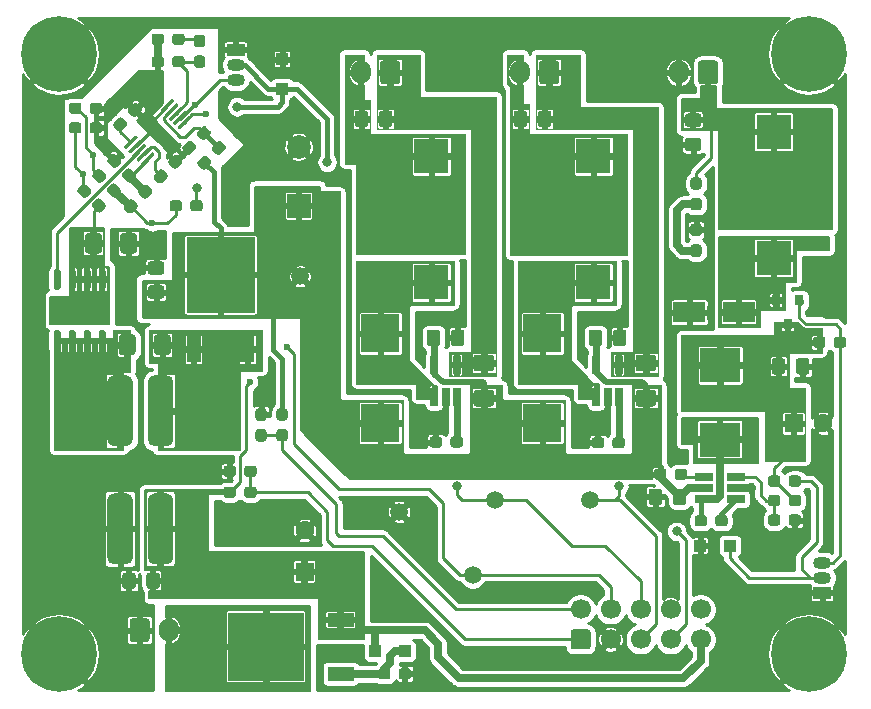
<source format=gtl>
G04 #@! TF.GenerationSoftware,KiCad,Pcbnew,(5.1.6)-1*
G04 #@! TF.CreationDate,2020-11-18T04:23:10-08:00*
G04 #@! TF.ProjectId,Power Board V2,506f7765-7220-4426-9f61-72642056322e,rev?*
G04 #@! TF.SameCoordinates,Original*
G04 #@! TF.FileFunction,Copper,L1,Top*
G04 #@! TF.FilePolarity,Positive*
%FSLAX46Y46*%
G04 Gerber Fmt 4.6, Leading zero omitted, Abs format (unit mm)*
G04 Created by KiCad (PCBNEW (5.1.6)-1) date 2020-11-18 04:23:10*
%MOMM*%
%LPD*%
G01*
G04 APERTURE LIST*
G04 #@! TA.AperFunction,SMDPad,CuDef*
%ADD10R,1.000000X1.000000*%
G04 #@! TD*
G04 #@! TA.AperFunction,SMDPad,CuDef*
%ADD11R,5.800001X6.400000*%
G04 #@! TD*
G04 #@! TA.AperFunction,SMDPad,CuDef*
%ADD12R,1.200000X2.200000*%
G04 #@! TD*
G04 #@! TA.AperFunction,SMDPad,CuDef*
%ADD13C,1.500000*%
G04 #@! TD*
G04 #@! TA.AperFunction,ComponentPad*
%ADD14C,1.700000*%
G04 #@! TD*
G04 #@! TA.AperFunction,SMDPad,CuDef*
%ADD15R,6.400000X5.800000*%
G04 #@! TD*
G04 #@! TA.AperFunction,SMDPad,CuDef*
%ADD16R,2.200000X1.200000*%
G04 #@! TD*
G04 #@! TA.AperFunction,ComponentPad*
%ADD17R,1.500000X1.050000*%
G04 #@! TD*
G04 #@! TA.AperFunction,ComponentPad*
%ADD18O,1.500000X1.050000*%
G04 #@! TD*
G04 #@! TA.AperFunction,SMDPad,CuDef*
%ADD19R,3.000000X3.000000*%
G04 #@! TD*
G04 #@! TA.AperFunction,SMDPad,CuDef*
%ADD20R,3.300000X3.300000*%
G04 #@! TD*
G04 #@! TA.AperFunction,ComponentPad*
%ADD21R,2.000000X2.000000*%
G04 #@! TD*
G04 #@! TA.AperFunction,ComponentPad*
%ADD22C,2.000000*%
G04 #@! TD*
G04 #@! TA.AperFunction,SMDPad,CuDef*
%ADD23R,0.800000X0.900000*%
G04 #@! TD*
G04 #@! TA.AperFunction,SMDPad,CuDef*
%ADD24R,1.560000X0.650000*%
G04 #@! TD*
G04 #@! TA.AperFunction,SMDPad,CuDef*
%ADD25R,0.650000X1.560000*%
G04 #@! TD*
G04 #@! TA.AperFunction,SMDPad,CuDef*
%ADD26R,2.700000X1.800000*%
G04 #@! TD*
G04 #@! TA.AperFunction,ComponentPad*
%ADD27O,1.700000X2.000000*%
G04 #@! TD*
G04 #@! TA.AperFunction,ComponentPad*
%ADD28C,0.800000*%
G04 #@! TD*
G04 #@! TA.AperFunction,ComponentPad*
%ADD29C,6.400000*%
G04 #@! TD*
G04 #@! TA.AperFunction,ComponentPad*
%ADD30R,1.600000X1.600000*%
G04 #@! TD*
G04 #@! TA.AperFunction,ComponentPad*
%ADD31C,1.600000*%
G04 #@! TD*
G04 #@! TA.AperFunction,SMDPad,CuDef*
%ADD32R,3.500000X3.000000*%
G04 #@! TD*
G04 #@! TA.AperFunction,ViaPad*
%ADD33C,0.600000*%
G04 #@! TD*
G04 #@! TA.AperFunction,ViaPad*
%ADD34C,0.599999*%
G04 #@! TD*
G04 #@! TA.AperFunction,ViaPad*
%ADD35C,0.800000*%
G04 #@! TD*
G04 #@! TA.AperFunction,ViaPad*
%ADD36C,0.900000*%
G04 #@! TD*
G04 #@! TA.AperFunction,Conductor*
%ADD37C,0.250000*%
G04 #@! TD*
G04 #@! TA.AperFunction,Conductor*
%ADD38C,0.400000*%
G04 #@! TD*
G04 #@! TA.AperFunction,Conductor*
%ADD39C,0.600000*%
G04 #@! TD*
G04 #@! TA.AperFunction,Conductor*
%ADD40C,0.635000*%
G04 #@! TD*
G04 #@! TA.AperFunction,Conductor*
%ADD41C,0.381000*%
G04 #@! TD*
G04 #@! TA.AperFunction,Conductor*
%ADD42C,0.508000*%
G04 #@! TD*
G04 #@! TA.AperFunction,Conductor*
%ADD43C,0.254000*%
G04 #@! TD*
G04 #@! TA.AperFunction,Conductor*
%ADD44C,0.127000*%
G04 #@! TD*
G04 #@! TA.AperFunction,Conductor*
%ADD45C,0.025400*%
G04 #@! TD*
G04 #@! TA.AperFunction,Conductor*
%ADD46C,0.050800*%
G04 #@! TD*
G04 APERTURE END LIST*
D10*
X162275200Y-120332500D03*
X164775200Y-120332500D03*
D11*
X121666000Y-97409000D03*
D12*
X123946000Y-103709000D03*
X119386000Y-103709000D03*
D13*
X143002000Y-122809000D03*
G04 #@! TA.AperFunction,SMDPad,CuDef*
G36*
G01*
X169768000Y-115109000D02*
X169768000Y-114634000D01*
G75*
G02*
X170005500Y-114396500I237500J0D01*
G01*
X170580500Y-114396500D01*
G75*
G02*
X170818000Y-114634000I0J-237500D01*
G01*
X170818000Y-115109000D01*
G75*
G02*
X170580500Y-115346500I-237500J0D01*
G01*
X170005500Y-115346500D01*
G75*
G02*
X169768000Y-115109000I0J237500D01*
G01*
G37*
G04 #@! TD.AperFunction*
G04 #@! TA.AperFunction,SMDPad,CuDef*
G36*
G01*
X168018000Y-115109000D02*
X168018000Y-114634000D01*
G75*
G02*
X168255500Y-114396500I237500J0D01*
G01*
X168830500Y-114396500D01*
G75*
G02*
X169068000Y-114634000I0J-237500D01*
G01*
X169068000Y-115109000D01*
G75*
G02*
X168830500Y-115346500I-237500J0D01*
G01*
X168255500Y-115346500D01*
G75*
G02*
X168018000Y-115109000I0J237500D01*
G01*
G37*
G04 #@! TD.AperFunction*
D10*
X137267000Y-129286000D03*
X134767000Y-129286000D03*
G04 #@! TA.AperFunction,ComponentPad*
G36*
G01*
X152746000Y-129120000D02*
X151546000Y-129120000D01*
G75*
G02*
X151296000Y-128870000I0J250000D01*
G01*
X151296000Y-127670000D01*
G75*
G02*
X151546000Y-127420000I250000J0D01*
G01*
X152746000Y-127420000D01*
G75*
G02*
X152996000Y-127670000I0J-250000D01*
G01*
X152996000Y-128870000D01*
G75*
G02*
X152746000Y-129120000I-250000J0D01*
G01*
G37*
G04 #@! TD.AperFunction*
D14*
X154686000Y-128270000D03*
X157226000Y-128270000D03*
X159766000Y-128270000D03*
X162306000Y-128270000D03*
X152146000Y-125730000D03*
X154686000Y-125730000D03*
X157226000Y-125730000D03*
X159766000Y-125730000D03*
X162306000Y-125730000D03*
G04 #@! TA.AperFunction,SMDPad,CuDef*
G36*
G01*
X136748000Y-131428500D02*
X136748000Y-130953500D01*
G75*
G02*
X136985500Y-130716000I237500J0D01*
G01*
X137560500Y-130716000D01*
G75*
G02*
X137798000Y-130953500I0J-237500D01*
G01*
X137798000Y-131428500D01*
G75*
G02*
X137560500Y-131666000I-237500J0D01*
G01*
X136985500Y-131666000D01*
G75*
G02*
X136748000Y-131428500I0J237500D01*
G01*
G37*
G04 #@! TD.AperFunction*
G04 #@! TA.AperFunction,SMDPad,CuDef*
G36*
G01*
X134998000Y-131428500D02*
X134998000Y-130953500D01*
G75*
G02*
X135235500Y-130716000I237500J0D01*
G01*
X135810500Y-130716000D01*
G75*
G02*
X136048000Y-130953500I0J-237500D01*
G01*
X136048000Y-131428500D01*
G75*
G02*
X135810500Y-131666000I-237500J0D01*
G01*
X135235500Y-131666000D01*
G75*
G02*
X134998000Y-131428500I0J237500D01*
G01*
G37*
G04 #@! TD.AperFunction*
D15*
X125535000Y-128905000D03*
D16*
X131835000Y-126625000D03*
X131835000Y-131185000D03*
G04 #@! TA.AperFunction,SMDPad,CuDef*
G36*
G01*
X119095000Y-91804500D02*
X119095000Y-91329500D01*
G75*
G02*
X119332500Y-91092000I237500J0D01*
G01*
X119907500Y-91092000D01*
G75*
G02*
X120145000Y-91329500I0J-237500D01*
G01*
X120145000Y-91804500D01*
G75*
G02*
X119907500Y-92042000I-237500J0D01*
G01*
X119332500Y-92042000D01*
G75*
G02*
X119095000Y-91804500I0J237500D01*
G01*
G37*
G04 #@! TD.AperFunction*
G04 #@! TA.AperFunction,SMDPad,CuDef*
G36*
G01*
X117345000Y-91804500D02*
X117345000Y-91329500D01*
G75*
G02*
X117582500Y-91092000I237500J0D01*
G01*
X118157500Y-91092000D01*
G75*
G02*
X118395000Y-91329500I0J-237500D01*
G01*
X118395000Y-91804500D01*
G75*
G02*
X118157500Y-92042000I-237500J0D01*
G01*
X117582500Y-92042000D01*
G75*
G02*
X117345000Y-91804500I0J237500D01*
G01*
G37*
G04 #@! TD.AperFunction*
D10*
X126873000Y-79141000D03*
X126873000Y-81641000D03*
G04 #@! TA.AperFunction,SMDPad,CuDef*
G36*
G01*
X169068000Y-116285000D02*
X169068000Y-116760000D01*
G75*
G02*
X168830500Y-116997500I-237500J0D01*
G01*
X168255500Y-116997500D01*
G75*
G02*
X168018000Y-116760000I0J237500D01*
G01*
X168018000Y-116285000D01*
G75*
G02*
X168255500Y-116047500I237500J0D01*
G01*
X168830500Y-116047500D01*
G75*
G02*
X169068000Y-116285000I0J-237500D01*
G01*
G37*
G04 #@! TD.AperFunction*
G04 #@! TA.AperFunction,SMDPad,CuDef*
G36*
G01*
X170818000Y-116285000D02*
X170818000Y-116760000D01*
G75*
G02*
X170580500Y-116997500I-237500J0D01*
G01*
X170005500Y-116997500D01*
G75*
G02*
X169768000Y-116760000I0J237500D01*
G01*
X169768000Y-116285000D01*
G75*
G02*
X170005500Y-116047500I237500J0D01*
G01*
X170580500Y-116047500D01*
G75*
G02*
X170818000Y-116285000I0J-237500D01*
G01*
G37*
G04 #@! TD.AperFunction*
D17*
X122936000Y-78359000D03*
D18*
X122936000Y-80899000D03*
X122936000Y-79629000D03*
D19*
X139509500Y-87360000D03*
X139509500Y-98060000D03*
X153225500Y-87360000D03*
X153225500Y-98060000D03*
X168529000Y-96028000D03*
X168529000Y-85328000D03*
G04 #@! TA.AperFunction,SMDPad,CuDef*
G36*
G01*
X120456011Y-84871913D02*
X120791887Y-85207789D01*
G75*
G02*
X120791887Y-85543665I-167938J-167938D01*
G01*
X120385301Y-85950251D01*
G75*
G02*
X120049425Y-85950251I-167938J167938D01*
G01*
X119713549Y-85614375D01*
G75*
G02*
X119713549Y-85278499I167938J167938D01*
G01*
X120120135Y-84871913D01*
G75*
G02*
X120456011Y-84871913I167938J-167938D01*
G01*
G37*
G04 #@! TD.AperFunction*
G04 #@! TA.AperFunction,SMDPad,CuDef*
G36*
G01*
X119218575Y-86109349D02*
X119554451Y-86445225D01*
G75*
G02*
X119554451Y-86781101I-167938J-167938D01*
G01*
X119147865Y-87187687D01*
G75*
G02*
X118811989Y-87187687I-167938J167938D01*
G01*
X118476113Y-86851811D01*
G75*
G02*
X118476113Y-86515935I167938J167938D01*
G01*
X118882699Y-86109349D01*
G75*
G02*
X119218575Y-86109349I167938J-167938D01*
G01*
G37*
G04 #@! TD.AperFunction*
G04 #@! TA.AperFunction,SMDPad,CuDef*
G36*
G01*
X120125500Y-78136000D02*
X119650500Y-78136000D01*
G75*
G02*
X119413000Y-77898500I0J237500D01*
G01*
X119413000Y-77323500D01*
G75*
G02*
X119650500Y-77086000I237500J0D01*
G01*
X120125500Y-77086000D01*
G75*
G02*
X120363000Y-77323500I0J-237500D01*
G01*
X120363000Y-77898500D01*
G75*
G02*
X120125500Y-78136000I-237500J0D01*
G01*
G37*
G04 #@! TD.AperFunction*
G04 #@! TA.AperFunction,SMDPad,CuDef*
G36*
G01*
X120125500Y-79886000D02*
X119650500Y-79886000D01*
G75*
G02*
X119413000Y-79648500I0J237500D01*
G01*
X119413000Y-79073500D01*
G75*
G02*
X119650500Y-78836000I237500J0D01*
G01*
X120125500Y-78836000D01*
G75*
G02*
X120363000Y-79073500I0J-237500D01*
G01*
X120363000Y-79648500D01*
G75*
G02*
X120125500Y-79886000I-237500J0D01*
G01*
G37*
G04 #@! TD.AperFunction*
G04 #@! TA.AperFunction,SMDPad,CuDef*
G36*
G01*
X110586000Y-85200500D02*
X110586000Y-84725500D01*
G75*
G02*
X110823500Y-84488000I237500J0D01*
G01*
X111398500Y-84488000D01*
G75*
G02*
X111636000Y-84725500I0J-237500D01*
G01*
X111636000Y-85200500D01*
G75*
G02*
X111398500Y-85438000I-237500J0D01*
G01*
X110823500Y-85438000D01*
G75*
G02*
X110586000Y-85200500I0J237500D01*
G01*
G37*
G04 #@! TD.AperFunction*
G04 #@! TA.AperFunction,SMDPad,CuDef*
G36*
G01*
X108836000Y-85200500D02*
X108836000Y-84725500D01*
G75*
G02*
X109073500Y-84488000I237500J0D01*
G01*
X109648500Y-84488000D01*
G75*
G02*
X109886000Y-84725500I0J-237500D01*
G01*
X109886000Y-85200500D01*
G75*
G02*
X109648500Y-85438000I-237500J0D01*
G01*
X109073500Y-85438000D01*
G75*
G02*
X108836000Y-85200500I0J237500D01*
G01*
G37*
G04 #@! TD.AperFunction*
G04 #@! TA.AperFunction,SMDPad,CuDef*
G36*
G01*
X110664451Y-90516575D02*
X110328575Y-90852451D01*
G75*
G02*
X109992699Y-90852451I-167938J167938D01*
G01*
X109586113Y-90445865D01*
G75*
G02*
X109586113Y-90109989I167938J167938D01*
G01*
X109921989Y-89774113D01*
G75*
G02*
X110257865Y-89774113I167938J-167938D01*
G01*
X110664451Y-90180699D01*
G75*
G02*
X110664451Y-90516575I-167938J-167938D01*
G01*
G37*
G04 #@! TD.AperFunction*
G04 #@! TA.AperFunction,SMDPad,CuDef*
G36*
G01*
X111901887Y-91754011D02*
X111566011Y-92089887D01*
G75*
G02*
X111230135Y-92089887I-167938J167938D01*
G01*
X110823549Y-91683301D01*
G75*
G02*
X110823549Y-91347425I167938J167938D01*
G01*
X111159425Y-91011549D01*
G75*
G02*
X111495301Y-91011549I167938J-167938D01*
G01*
X111901887Y-91418135D01*
G75*
G02*
X111901887Y-91754011I-167938J-167938D01*
G01*
G37*
G04 #@! TD.AperFunction*
D20*
X135191500Y-102372000D03*
X135191500Y-109972000D03*
X148907500Y-102372000D03*
X148907500Y-109972000D03*
G04 #@! TA.AperFunction,SMDPad,CuDef*
G36*
G01*
X112081500Y-121381500D02*
X112081500Y-116456500D01*
G75*
G02*
X112619000Y-115919000I537500J0D01*
G01*
X113694000Y-115919000D01*
G75*
G02*
X114231500Y-116456500I0J-537500D01*
G01*
X114231500Y-121381500D01*
G75*
G02*
X113694000Y-121919000I-537500J0D01*
G01*
X112619000Y-121919000D01*
G75*
G02*
X112081500Y-121381500I0J537500D01*
G01*
G37*
G04 #@! TD.AperFunction*
G04 #@! TA.AperFunction,SMDPad,CuDef*
G36*
G01*
X115511500Y-121381500D02*
X115511500Y-116456500D01*
G75*
G02*
X116049000Y-115919000I537500J0D01*
G01*
X117124000Y-115919000D01*
G75*
G02*
X117661500Y-116456500I0J-537500D01*
G01*
X117661500Y-121381500D01*
G75*
G02*
X117124000Y-121919000I-537500J0D01*
G01*
X116049000Y-121919000D01*
G75*
G02*
X115511500Y-121381500I0J537500D01*
G01*
G37*
G04 #@! TD.AperFunction*
G04 #@! TA.AperFunction,SMDPad,CuDef*
G36*
G01*
X115511500Y-111381500D02*
X115511500Y-106456500D01*
G75*
G02*
X116049000Y-105919000I537500J0D01*
G01*
X117124000Y-105919000D01*
G75*
G02*
X117661500Y-106456500I0J-537500D01*
G01*
X117661500Y-111381500D01*
G75*
G02*
X117124000Y-111919000I-537500J0D01*
G01*
X116049000Y-111919000D01*
G75*
G02*
X115511500Y-111381500I0J537500D01*
G01*
G37*
G04 #@! TD.AperFunction*
G04 #@! TA.AperFunction,SMDPad,CuDef*
G36*
G01*
X112081500Y-111381500D02*
X112081500Y-106456500D01*
G75*
G02*
X112619000Y-105919000I537500J0D01*
G01*
X113694000Y-105919000D01*
G75*
G02*
X114231500Y-106456500I0J-537500D01*
G01*
X114231500Y-111381500D01*
G75*
G02*
X113694000Y-111919000I-537500J0D01*
G01*
X112619000Y-111919000D01*
G75*
G02*
X112081500Y-111381500I0J537500D01*
G01*
G37*
G04 #@! TD.AperFunction*
D21*
X128270000Y-91567000D03*
D22*
X128270000Y-86567000D03*
G04 #@! TA.AperFunction,SMDPad,CuDef*
G36*
G01*
X121319425Y-87220251D02*
X120983549Y-86884375D01*
G75*
G02*
X120983549Y-86548499I167938J167938D01*
G01*
X121390135Y-86141913D01*
G75*
G02*
X121726011Y-86141913I167938J-167938D01*
G01*
X122061887Y-86477789D01*
G75*
G02*
X122061887Y-86813665I-167938J-167938D01*
G01*
X121655301Y-87220251D01*
G75*
G02*
X121319425Y-87220251I-167938J167938D01*
G01*
G37*
G04 #@! TD.AperFunction*
G04 #@! TA.AperFunction,SMDPad,CuDef*
G36*
G01*
X120081989Y-88457687D02*
X119746113Y-88121811D01*
G75*
G02*
X119746113Y-87785935I167938J167938D01*
G01*
X120152699Y-87379349D01*
G75*
G02*
X120488575Y-87379349I167938J-167938D01*
G01*
X120824451Y-87715225D01*
G75*
G02*
X120824451Y-88051101I-167938J-167938D01*
G01*
X120417865Y-88457687D01*
G75*
G02*
X120081989Y-88457687I-167938J167938D01*
G01*
G37*
G04 #@! TD.AperFunction*
G04 #@! TA.AperFunction,SMDPad,CuDef*
G36*
G01*
X116871000Y-77232500D02*
X116871000Y-77707500D01*
G75*
G02*
X116633500Y-77945000I-237500J0D01*
G01*
X116058500Y-77945000D01*
G75*
G02*
X115821000Y-77707500I0J237500D01*
G01*
X115821000Y-77232500D01*
G75*
G02*
X116058500Y-76995000I237500J0D01*
G01*
X116633500Y-76995000D01*
G75*
G02*
X116871000Y-77232500I0J-237500D01*
G01*
G37*
G04 #@! TD.AperFunction*
G04 #@! TA.AperFunction,SMDPad,CuDef*
G36*
G01*
X118621000Y-77232500D02*
X118621000Y-77707500D01*
G75*
G02*
X118383500Y-77945000I-237500J0D01*
G01*
X117808500Y-77945000D01*
G75*
G02*
X117571000Y-77707500I0J237500D01*
G01*
X117571000Y-77232500D01*
G75*
G02*
X117808500Y-76995000I237500J0D01*
G01*
X118383500Y-76995000D01*
G75*
G02*
X118621000Y-77232500I0J-237500D01*
G01*
G37*
G04 #@! TD.AperFunction*
G04 #@! TA.AperFunction,SMDPad,CuDef*
G36*
G01*
X118621000Y-79137500D02*
X118621000Y-79612500D01*
G75*
G02*
X118383500Y-79850000I-237500J0D01*
G01*
X117808500Y-79850000D01*
G75*
G02*
X117571000Y-79612500I0J237500D01*
G01*
X117571000Y-79137500D01*
G75*
G02*
X117808500Y-78900000I237500J0D01*
G01*
X118383500Y-78900000D01*
G75*
G02*
X118621000Y-79137500I0J-237500D01*
G01*
G37*
G04 #@! TD.AperFunction*
G04 #@! TA.AperFunction,SMDPad,CuDef*
G36*
G01*
X116871000Y-79137500D02*
X116871000Y-79612500D01*
G75*
G02*
X116633500Y-79850000I-237500J0D01*
G01*
X116058500Y-79850000D01*
G75*
G02*
X115821000Y-79612500I0J237500D01*
G01*
X115821000Y-79137500D01*
G75*
G02*
X116058500Y-78900000I237500J0D01*
G01*
X116633500Y-78900000D01*
G75*
G02*
X116871000Y-79137500I0J-237500D01*
G01*
G37*
G04 #@! TD.AperFunction*
G04 #@! TA.AperFunction,SMDPad,CuDef*
G36*
G01*
X116398989Y-89613387D02*
X116063113Y-89277511D01*
G75*
G02*
X116063113Y-88941635I167938J167938D01*
G01*
X116469699Y-88535049D01*
G75*
G02*
X116805575Y-88535049I167938J-167938D01*
G01*
X117141451Y-88870925D01*
G75*
G02*
X117141451Y-89206801I-167938J-167938D01*
G01*
X116734865Y-89613387D01*
G75*
G02*
X116398989Y-89613387I-167938J167938D01*
G01*
G37*
G04 #@! TD.AperFunction*
G04 #@! TA.AperFunction,SMDPad,CuDef*
G36*
G01*
X117636425Y-88375951D02*
X117300549Y-88040075D01*
G75*
G02*
X117300549Y-87704199I167938J167938D01*
G01*
X117707135Y-87297613D01*
G75*
G02*
X118043011Y-87297613I167938J-167938D01*
G01*
X118378887Y-87633489D01*
G75*
G02*
X118378887Y-87969365I-167938J-167938D01*
G01*
X117972301Y-88375951D01*
G75*
G02*
X117636425Y-88375951I-167938J167938D01*
G01*
G37*
G04 #@! TD.AperFunction*
G04 #@! TA.AperFunction,SMDPad,CuDef*
G36*
G01*
X113204451Y-87976575D02*
X112868575Y-88312451D01*
G75*
G02*
X112532699Y-88312451I-167938J167938D01*
G01*
X112126113Y-87905865D01*
G75*
G02*
X112126113Y-87569989I167938J167938D01*
G01*
X112461989Y-87234113D01*
G75*
G02*
X112797865Y-87234113I167938J-167938D01*
G01*
X113204451Y-87640699D01*
G75*
G02*
X113204451Y-87976575I-167938J-167938D01*
G01*
G37*
G04 #@! TD.AperFunction*
G04 #@! TA.AperFunction,SMDPad,CuDef*
G36*
G01*
X114441887Y-89214011D02*
X114106011Y-89549887D01*
G75*
G02*
X113770135Y-89549887I-167938J167938D01*
G01*
X113363549Y-89143301D01*
G75*
G02*
X113363549Y-88807425I167938J167938D01*
G01*
X113699425Y-88471549D01*
G75*
G02*
X114035301Y-88471549I167938J-167938D01*
G01*
X114441887Y-88878135D01*
G75*
G02*
X114441887Y-89214011I-167938J-167938D01*
G01*
G37*
G04 #@! TD.AperFunction*
G04 #@! TA.AperFunction,SMDPad,CuDef*
G36*
G01*
X116655001Y-99453500D02*
X115754999Y-99453500D01*
G75*
G02*
X115505000Y-99203501I0J249999D01*
G01*
X115505000Y-98553499D01*
G75*
G02*
X115754999Y-98303500I249999J0D01*
G01*
X116655001Y-98303500D01*
G75*
G02*
X116905000Y-98553499I0J-249999D01*
G01*
X116905000Y-99203501D01*
G75*
G02*
X116655001Y-99453500I-249999J0D01*
G01*
G37*
G04 #@! TD.AperFunction*
G04 #@! TA.AperFunction,SMDPad,CuDef*
G36*
G01*
X116655001Y-97403500D02*
X115754999Y-97403500D01*
G75*
G02*
X115505000Y-97153501I0J249999D01*
G01*
X115505000Y-96503499D01*
G75*
G02*
X115754999Y-96253500I249999J0D01*
G01*
X116655001Y-96253500D01*
G75*
G02*
X116905000Y-96503499I0J-249999D01*
G01*
X116905000Y-97153501D01*
G75*
G02*
X116655001Y-97403500I-249999J0D01*
G01*
G37*
G04 #@! TD.AperFunction*
G04 #@! TA.AperFunction,SMDPad,CuDef*
G36*
G01*
X159062000Y-115754999D02*
X159062000Y-116655001D01*
G75*
G02*
X158812001Y-116905000I-249999J0D01*
G01*
X158161999Y-116905000D01*
G75*
G02*
X157912000Y-116655001I0J249999D01*
G01*
X157912000Y-115754999D01*
G75*
G02*
X158161999Y-115505000I249999J0D01*
G01*
X158812001Y-115505000D01*
G75*
G02*
X159062000Y-115754999I0J-249999D01*
G01*
G37*
G04 #@! TD.AperFunction*
G04 #@! TA.AperFunction,SMDPad,CuDef*
G36*
G01*
X161112000Y-115754999D02*
X161112000Y-116655001D01*
G75*
G02*
X160862001Y-116905000I-249999J0D01*
G01*
X160211999Y-116905000D01*
G75*
G02*
X159962000Y-116655001I0J249999D01*
G01*
X159962000Y-115754999D01*
G75*
G02*
X160211999Y-115505000I249999J0D01*
G01*
X160862001Y-115505000D01*
G75*
G02*
X161112000Y-115754999I0J-249999D01*
G01*
G37*
G04 #@! TD.AperFunction*
G04 #@! TA.AperFunction,SMDPad,CuDef*
G36*
G01*
X168326000Y-105606001D02*
X168326000Y-104705999D01*
G75*
G02*
X168575999Y-104456000I249999J0D01*
G01*
X169226001Y-104456000D01*
G75*
G02*
X169476000Y-104705999I0J-249999D01*
G01*
X169476000Y-105606001D01*
G75*
G02*
X169226001Y-105856000I-249999J0D01*
G01*
X168575999Y-105856000D01*
G75*
G02*
X168326000Y-105606001I0J249999D01*
G01*
G37*
G04 #@! TD.AperFunction*
G04 #@! TA.AperFunction,SMDPad,CuDef*
G36*
G01*
X170376000Y-105606001D02*
X170376000Y-104705999D01*
G75*
G02*
X170625999Y-104456000I249999J0D01*
G01*
X171276001Y-104456000D01*
G75*
G02*
X171526000Y-104705999I0J-249999D01*
G01*
X171526000Y-105606001D01*
G75*
G02*
X171276001Y-105856000I-249999J0D01*
G01*
X170625999Y-105856000D01*
G75*
G02*
X170376000Y-105606001I0J249999D01*
G01*
G37*
G04 #@! TD.AperFunction*
G04 #@! TA.AperFunction,SMDPad,CuDef*
G36*
G01*
X141166000Y-103193001D02*
X141166000Y-102292999D01*
G75*
G02*
X141415999Y-102043000I249999J0D01*
G01*
X142066001Y-102043000D01*
G75*
G02*
X142316000Y-102292999I0J-249999D01*
G01*
X142316000Y-103193001D01*
G75*
G02*
X142066001Y-103443000I-249999J0D01*
G01*
X141415999Y-103443000D01*
G75*
G02*
X141166000Y-103193001I0J249999D01*
G01*
G37*
G04 #@! TD.AperFunction*
G04 #@! TA.AperFunction,SMDPad,CuDef*
G36*
G01*
X139116000Y-103193001D02*
X139116000Y-102292999D01*
G75*
G02*
X139365999Y-102043000I249999J0D01*
G01*
X140016001Y-102043000D01*
G75*
G02*
X140266000Y-102292999I0J-249999D01*
G01*
X140266000Y-103193001D01*
G75*
G02*
X140016001Y-103443000I-249999J0D01*
G01*
X139365999Y-103443000D01*
G75*
G02*
X139116000Y-103193001I0J249999D01*
G01*
G37*
G04 #@! TD.AperFunction*
G04 #@! TA.AperFunction,SMDPad,CuDef*
G36*
G01*
X136220000Y-83750999D02*
X136220000Y-84651001D01*
G75*
G02*
X135970001Y-84901000I-249999J0D01*
G01*
X135319999Y-84901000D01*
G75*
G02*
X135070000Y-84651001I0J249999D01*
G01*
X135070000Y-83750999D01*
G75*
G02*
X135319999Y-83501000I249999J0D01*
G01*
X135970001Y-83501000D01*
G75*
G02*
X136220000Y-83750999I0J-249999D01*
G01*
G37*
G04 #@! TD.AperFunction*
G04 #@! TA.AperFunction,SMDPad,CuDef*
G36*
G01*
X134170000Y-83750999D02*
X134170000Y-84651001D01*
G75*
G02*
X133920001Y-84901000I-249999J0D01*
G01*
X133269999Y-84901000D01*
G75*
G02*
X133020000Y-84651001I0J249999D01*
G01*
X133020000Y-83750999D01*
G75*
G02*
X133269999Y-83501000I249999J0D01*
G01*
X133920001Y-83501000D01*
G75*
G02*
X134170000Y-83750999I0J-249999D01*
G01*
G37*
G04 #@! TD.AperFunction*
G04 #@! TA.AperFunction,SMDPad,CuDef*
G36*
G01*
X154882000Y-103193001D02*
X154882000Y-102292999D01*
G75*
G02*
X155131999Y-102043000I249999J0D01*
G01*
X155782001Y-102043000D01*
G75*
G02*
X156032000Y-102292999I0J-249999D01*
G01*
X156032000Y-103193001D01*
G75*
G02*
X155782001Y-103443000I-249999J0D01*
G01*
X155131999Y-103443000D01*
G75*
G02*
X154882000Y-103193001I0J249999D01*
G01*
G37*
G04 #@! TD.AperFunction*
G04 #@! TA.AperFunction,SMDPad,CuDef*
G36*
G01*
X152832000Y-103193001D02*
X152832000Y-102292999D01*
G75*
G02*
X153081999Y-102043000I249999J0D01*
G01*
X153732001Y-102043000D01*
G75*
G02*
X153982000Y-102292999I0J-249999D01*
G01*
X153982000Y-103193001D01*
G75*
G02*
X153732001Y-103443000I-249999J0D01*
G01*
X153081999Y-103443000D01*
G75*
G02*
X152832000Y-103193001I0J249999D01*
G01*
G37*
G04 #@! TD.AperFunction*
G04 #@! TA.AperFunction,SMDPad,CuDef*
G36*
G01*
X149682000Y-83750999D02*
X149682000Y-84651001D01*
G75*
G02*
X149432001Y-84901000I-249999J0D01*
G01*
X148781999Y-84901000D01*
G75*
G02*
X148532000Y-84651001I0J249999D01*
G01*
X148532000Y-83750999D01*
G75*
G02*
X148781999Y-83501000I249999J0D01*
G01*
X149432001Y-83501000D01*
G75*
G02*
X149682000Y-83750999I0J-249999D01*
G01*
G37*
G04 #@! TD.AperFunction*
G04 #@! TA.AperFunction,SMDPad,CuDef*
G36*
G01*
X147632000Y-83750999D02*
X147632000Y-84651001D01*
G75*
G02*
X147382001Y-84901000I-249999J0D01*
G01*
X146731999Y-84901000D01*
G75*
G02*
X146482000Y-84651001I0J249999D01*
G01*
X146482000Y-83750999D01*
G75*
G02*
X146731999Y-83501000I249999J0D01*
G01*
X147382001Y-83501000D01*
G75*
G02*
X147632000Y-83750999I0J-249999D01*
G01*
G37*
G04 #@! TD.AperFunction*
D18*
X172593000Y-123063000D03*
X172593000Y-121793000D03*
D17*
X172593000Y-124333000D03*
D23*
X170622000Y-99584000D03*
X168722000Y-99584000D03*
X169672000Y-101584000D03*
G04 #@! TA.AperFunction,SMDPad,CuDef*
G36*
G01*
X110195000Y-95367000D02*
X110195000Y-94117000D01*
G75*
G02*
X110445000Y-93867000I250000J0D01*
G01*
X111370000Y-93867000D01*
G75*
G02*
X111620000Y-94117000I0J-250000D01*
G01*
X111620000Y-95367000D01*
G75*
G02*
X111370000Y-95617000I-250000J0D01*
G01*
X110445000Y-95617000D01*
G75*
G02*
X110195000Y-95367000I0J250000D01*
G01*
G37*
G04 #@! TD.AperFunction*
G04 #@! TA.AperFunction,SMDPad,CuDef*
G36*
G01*
X113170000Y-95367000D02*
X113170000Y-94117000D01*
G75*
G02*
X113420000Y-93867000I250000J0D01*
G01*
X114345000Y-93867000D01*
G75*
G02*
X114595000Y-94117000I0J-250000D01*
G01*
X114595000Y-95367000D01*
G75*
G02*
X114345000Y-95617000I-250000J0D01*
G01*
X113420000Y-95617000D01*
G75*
G02*
X113170000Y-95367000I0J250000D01*
G01*
G37*
G04 #@! TD.AperFunction*
G04 #@! TA.AperFunction,SMDPad,CuDef*
G36*
G01*
X168018000Y-118411000D02*
X168018000Y-117936000D01*
G75*
G02*
X168255500Y-117698500I237500J0D01*
G01*
X168830500Y-117698500D01*
G75*
G02*
X169068000Y-117936000I0J-237500D01*
G01*
X169068000Y-118411000D01*
G75*
G02*
X168830500Y-118648500I-237500J0D01*
G01*
X168255500Y-118648500D01*
G75*
G02*
X168018000Y-118411000I0J237500D01*
G01*
G37*
G04 #@! TD.AperFunction*
G04 #@! TA.AperFunction,SMDPad,CuDef*
G36*
G01*
X169768000Y-118411000D02*
X169768000Y-117936000D01*
G75*
G02*
X170005500Y-117698500I237500J0D01*
G01*
X170580500Y-117698500D01*
G75*
G02*
X170818000Y-117936000I0J-237500D01*
G01*
X170818000Y-118411000D01*
G75*
G02*
X170580500Y-118648500I-237500J0D01*
G01*
X170005500Y-118648500D01*
G75*
G02*
X169768000Y-118411000I0J237500D01*
G01*
G37*
G04 #@! TD.AperFunction*
G04 #@! TA.AperFunction,SMDPad,CuDef*
G36*
G01*
X140429500Y-111332000D02*
X140429500Y-111807000D01*
G75*
G02*
X140192000Y-112044500I-237500J0D01*
G01*
X139617000Y-112044500D01*
G75*
G02*
X139379500Y-111807000I0J237500D01*
G01*
X139379500Y-111332000D01*
G75*
G02*
X139617000Y-111094500I237500J0D01*
G01*
X140192000Y-111094500D01*
G75*
G02*
X140429500Y-111332000I0J-237500D01*
G01*
G37*
G04 #@! TD.AperFunction*
G04 #@! TA.AperFunction,SMDPad,CuDef*
G36*
G01*
X142179500Y-111332000D02*
X142179500Y-111807000D01*
G75*
G02*
X141942000Y-112044500I-237500J0D01*
G01*
X141367000Y-112044500D01*
G75*
G02*
X141129500Y-111807000I0J237500D01*
G01*
X141129500Y-111332000D01*
G75*
G02*
X141367000Y-111094500I237500J0D01*
G01*
X141942000Y-111094500D01*
G75*
G02*
X142179500Y-111332000I0J-237500D01*
G01*
G37*
G04 #@! TD.AperFunction*
G04 #@! TA.AperFunction,SMDPad,CuDef*
G36*
G01*
X171828000Y-103361500D02*
X171828000Y-102886500D01*
G75*
G02*
X172065500Y-102649000I237500J0D01*
G01*
X172640500Y-102649000D01*
G75*
G02*
X172878000Y-102886500I0J-237500D01*
G01*
X172878000Y-103361500D01*
G75*
G02*
X172640500Y-103599000I-237500J0D01*
G01*
X172065500Y-103599000D01*
G75*
G02*
X171828000Y-103361500I0J237500D01*
G01*
G37*
G04 #@! TD.AperFunction*
G04 #@! TA.AperFunction,SMDPad,CuDef*
G36*
G01*
X173578000Y-103361500D02*
X173578000Y-102886500D01*
G75*
G02*
X173815500Y-102649000I237500J0D01*
G01*
X174390500Y-102649000D01*
G75*
G02*
X174628000Y-102886500I0J-237500D01*
G01*
X174628000Y-103361500D01*
G75*
G02*
X174390500Y-103599000I-237500J0D01*
G01*
X173815500Y-103599000D01*
G75*
G02*
X173578000Y-103361500I0J237500D01*
G01*
G37*
G04 #@! TD.AperFunction*
G04 #@! TA.AperFunction,SMDPad,CuDef*
G36*
G01*
X161687500Y-90901000D02*
X162162500Y-90901000D01*
G75*
G02*
X162400000Y-91138500I0J-237500D01*
G01*
X162400000Y-91713500D01*
G75*
G02*
X162162500Y-91951000I-237500J0D01*
G01*
X161687500Y-91951000D01*
G75*
G02*
X161450000Y-91713500I0J237500D01*
G01*
X161450000Y-91138500D01*
G75*
G02*
X161687500Y-90901000I237500J0D01*
G01*
G37*
G04 #@! TD.AperFunction*
G04 #@! TA.AperFunction,SMDPad,CuDef*
G36*
G01*
X161687500Y-89151000D02*
X162162500Y-89151000D01*
G75*
G02*
X162400000Y-89388500I0J-237500D01*
G01*
X162400000Y-89963500D01*
G75*
G02*
X162162500Y-90201000I-237500J0D01*
G01*
X161687500Y-90201000D01*
G75*
G02*
X161450000Y-89963500I0J237500D01*
G01*
X161450000Y-89388500D01*
G75*
G02*
X161687500Y-89151000I237500J0D01*
G01*
G37*
G04 #@! TD.AperFunction*
G04 #@! TA.AperFunction,SMDPad,CuDef*
G36*
G01*
X162162500Y-95888000D02*
X161687500Y-95888000D01*
G75*
G02*
X161450000Y-95650500I0J237500D01*
G01*
X161450000Y-95075500D01*
G75*
G02*
X161687500Y-94838000I237500J0D01*
G01*
X162162500Y-94838000D01*
G75*
G02*
X162400000Y-95075500I0J-237500D01*
G01*
X162400000Y-95650500D01*
G75*
G02*
X162162500Y-95888000I-237500J0D01*
G01*
G37*
G04 #@! TD.AperFunction*
G04 #@! TA.AperFunction,SMDPad,CuDef*
G36*
G01*
X162162500Y-94138000D02*
X161687500Y-94138000D01*
G75*
G02*
X161450000Y-93900500I0J237500D01*
G01*
X161450000Y-93325500D01*
G75*
G02*
X161687500Y-93088000I237500J0D01*
G01*
X162162500Y-93088000D01*
G75*
G02*
X162400000Y-93325500I0J-237500D01*
G01*
X162400000Y-93900500D01*
G75*
G02*
X162162500Y-94138000I-237500J0D01*
G01*
G37*
G04 #@! TD.AperFunction*
G04 #@! TA.AperFunction,SMDPad,CuDef*
G36*
G01*
X155895500Y-111395500D02*
X155895500Y-111870500D01*
G75*
G02*
X155658000Y-112108000I-237500J0D01*
G01*
X155083000Y-112108000D01*
G75*
G02*
X154845500Y-111870500I0J237500D01*
G01*
X154845500Y-111395500D01*
G75*
G02*
X155083000Y-111158000I237500J0D01*
G01*
X155658000Y-111158000D01*
G75*
G02*
X155895500Y-111395500I0J-237500D01*
G01*
G37*
G04 #@! TD.AperFunction*
G04 #@! TA.AperFunction,SMDPad,CuDef*
G36*
G01*
X154145500Y-111395500D02*
X154145500Y-111870500D01*
G75*
G02*
X153908000Y-112108000I-237500J0D01*
G01*
X153333000Y-112108000D01*
G75*
G02*
X153095500Y-111870500I0J237500D01*
G01*
X153095500Y-111395500D01*
G75*
G02*
X153333000Y-111158000I237500J0D01*
G01*
X153908000Y-111158000D01*
G75*
G02*
X154145500Y-111395500I0J-237500D01*
G01*
G37*
G04 #@! TD.AperFunction*
D24*
X165307000Y-116393000D03*
X165307000Y-115443000D03*
X165307000Y-114493000D03*
X162607000Y-114493000D03*
X162607000Y-116393000D03*
X162607000Y-115443000D03*
D25*
X139766000Y-105012500D03*
X141666000Y-105012500D03*
X141666000Y-107712500D03*
X140716000Y-107712500D03*
X139766000Y-107712500D03*
X153482000Y-107712500D03*
X154432000Y-107712500D03*
X155382000Y-107712500D03*
X155382000Y-105012500D03*
X153482000Y-105012500D03*
G04 #@! TA.AperFunction,SMDPad,CuDef*
G36*
G01*
X114485000Y-122866999D02*
X114485000Y-123767001D01*
G75*
G02*
X114235001Y-124017000I-249999J0D01*
G01*
X113584999Y-124017000D01*
G75*
G02*
X113335000Y-123767001I0J249999D01*
G01*
X113335000Y-122866999D01*
G75*
G02*
X113584999Y-122617000I249999J0D01*
G01*
X114235001Y-122617000D01*
G75*
G02*
X114485000Y-122866999I0J-249999D01*
G01*
G37*
G04 #@! TD.AperFunction*
G04 #@! TA.AperFunction,SMDPad,CuDef*
G36*
G01*
X116535000Y-122866999D02*
X116535000Y-123767001D01*
G75*
G02*
X116285001Y-124017000I-249999J0D01*
G01*
X115634999Y-124017000D01*
G75*
G02*
X115385000Y-123767001I0J249999D01*
G01*
X115385000Y-122866999D01*
G75*
G02*
X115634999Y-122617000I249999J0D01*
G01*
X116285001Y-122617000D01*
G75*
G02*
X116535000Y-122866999I0J-249999D01*
G01*
G37*
G04 #@! TD.AperFunction*
G04 #@! TA.AperFunction,SMDPad,CuDef*
G36*
G01*
X123667000Y-116061500D02*
X123667000Y-115586500D01*
G75*
G02*
X123904500Y-115349000I237500J0D01*
G01*
X124479500Y-115349000D01*
G75*
G02*
X124717000Y-115586500I0J-237500D01*
G01*
X124717000Y-116061500D01*
G75*
G02*
X124479500Y-116299000I-237500J0D01*
G01*
X123904500Y-116299000D01*
G75*
G02*
X123667000Y-116061500I0J237500D01*
G01*
G37*
G04 #@! TD.AperFunction*
G04 #@! TA.AperFunction,SMDPad,CuDef*
G36*
G01*
X121917000Y-116061500D02*
X121917000Y-115586500D01*
G75*
G02*
X122154500Y-115349000I237500J0D01*
G01*
X122729500Y-115349000D01*
G75*
G02*
X122967000Y-115586500I0J-237500D01*
G01*
X122967000Y-116061500D01*
G75*
G02*
X122729500Y-116299000I-237500J0D01*
G01*
X122154500Y-116299000D01*
G75*
G02*
X121917000Y-116061500I0J237500D01*
G01*
G37*
G04 #@! TD.AperFunction*
G04 #@! TA.AperFunction,SMDPad,CuDef*
G36*
G01*
X124717000Y-113808500D02*
X124717000Y-114283500D01*
G75*
G02*
X124479500Y-114521000I-237500J0D01*
G01*
X123904500Y-114521000D01*
G75*
G02*
X123667000Y-114283500I0J237500D01*
G01*
X123667000Y-113808500D01*
G75*
G02*
X123904500Y-113571000I237500J0D01*
G01*
X124479500Y-113571000D01*
G75*
G02*
X124717000Y-113808500I0J-237500D01*
G01*
G37*
G04 #@! TD.AperFunction*
G04 #@! TA.AperFunction,SMDPad,CuDef*
G36*
G01*
X122967000Y-113808500D02*
X122967000Y-114283500D01*
G75*
G02*
X122729500Y-114521000I-237500J0D01*
G01*
X122154500Y-114521000D01*
G75*
G02*
X121917000Y-114283500I0J237500D01*
G01*
X121917000Y-113808500D01*
G75*
G02*
X122154500Y-113571000I237500J0D01*
G01*
X122729500Y-113571000D01*
G75*
G02*
X122967000Y-113808500I0J-237500D01*
G01*
G37*
G04 #@! TD.AperFunction*
G04 #@! TA.AperFunction,SMDPad,CuDef*
G36*
G01*
X126635500Y-110459000D02*
X127110500Y-110459000D01*
G75*
G02*
X127348000Y-110696500I0J-237500D01*
G01*
X127348000Y-111271500D01*
G75*
G02*
X127110500Y-111509000I-237500J0D01*
G01*
X126635500Y-111509000D01*
G75*
G02*
X126398000Y-111271500I0J237500D01*
G01*
X126398000Y-110696500D01*
G75*
G02*
X126635500Y-110459000I237500J0D01*
G01*
G37*
G04 #@! TD.AperFunction*
G04 #@! TA.AperFunction,SMDPad,CuDef*
G36*
G01*
X126635500Y-108709000D02*
X127110500Y-108709000D01*
G75*
G02*
X127348000Y-108946500I0J-237500D01*
G01*
X127348000Y-109521500D01*
G75*
G02*
X127110500Y-109759000I-237500J0D01*
G01*
X126635500Y-109759000D01*
G75*
G02*
X126398000Y-109521500I0J237500D01*
G01*
X126398000Y-108946500D01*
G75*
G02*
X126635500Y-108709000I237500J0D01*
G01*
G37*
G04 #@! TD.AperFunction*
G04 #@! TA.AperFunction,SMDPad,CuDef*
G36*
G01*
X125332500Y-111523000D02*
X124857500Y-111523000D01*
G75*
G02*
X124620000Y-111285500I0J237500D01*
G01*
X124620000Y-110710500D01*
G75*
G02*
X124857500Y-110473000I237500J0D01*
G01*
X125332500Y-110473000D01*
G75*
G02*
X125570000Y-110710500I0J-237500D01*
G01*
X125570000Y-111285500D01*
G75*
G02*
X125332500Y-111523000I-237500J0D01*
G01*
G37*
G04 #@! TD.AperFunction*
G04 #@! TA.AperFunction,SMDPad,CuDef*
G36*
G01*
X125332500Y-109773000D02*
X124857500Y-109773000D01*
G75*
G02*
X124620000Y-109535500I0J237500D01*
G01*
X124620000Y-108960500D01*
G75*
G02*
X124857500Y-108723000I237500J0D01*
G01*
X125332500Y-108723000D01*
G75*
G02*
X125570000Y-108960500I0J-237500D01*
G01*
X125570000Y-109535500D01*
G75*
G02*
X125332500Y-109773000I-237500J0D01*
G01*
G37*
G04 #@! TD.AperFunction*
D26*
X165549000Y-100584000D03*
X161349000Y-100584000D03*
G04 #@! TA.AperFunction,ComponentPad*
G36*
G01*
X113958000Y-128258000D02*
X113958000Y-126758000D01*
G75*
G02*
X114208000Y-126508000I250000J0D01*
G01*
X115408000Y-126508000D01*
G75*
G02*
X115658000Y-126758000I0J-250000D01*
G01*
X115658000Y-128258000D01*
G75*
G02*
X115408000Y-128508000I-250000J0D01*
G01*
X114208000Y-128508000D01*
G75*
G02*
X113958000Y-128258000I0J250000D01*
G01*
G37*
G04 #@! TD.AperFunction*
D27*
X117308000Y-127508000D03*
G04 #@! TA.AperFunction,ComponentPad*
G36*
G01*
X136867000Y-79514000D02*
X136867000Y-81014000D01*
G75*
G02*
X136617000Y-81264000I-250000J0D01*
G01*
X135417000Y-81264000D01*
G75*
G02*
X135167000Y-81014000I0J250000D01*
G01*
X135167000Y-79514000D01*
G75*
G02*
X135417000Y-79264000I250000J0D01*
G01*
X136617000Y-79264000D01*
G75*
G02*
X136867000Y-79514000I0J-250000D01*
G01*
G37*
G04 #@! TD.AperFunction*
X133517000Y-80264000D03*
X146979000Y-80264000D03*
G04 #@! TA.AperFunction,ComponentPad*
G36*
G01*
X150329000Y-79514000D02*
X150329000Y-81014000D01*
G75*
G02*
X150079000Y-81264000I-250000J0D01*
G01*
X148879000Y-81264000D01*
G75*
G02*
X148629000Y-81014000I0J250000D01*
G01*
X148629000Y-79514000D01*
G75*
G02*
X148879000Y-79264000I250000J0D01*
G01*
X150079000Y-79264000D01*
G75*
G02*
X150329000Y-79514000I0J-250000D01*
G01*
G37*
G04 #@! TD.AperFunction*
G04 #@! TA.AperFunction,ComponentPad*
G36*
G01*
X163791000Y-79514000D02*
X163791000Y-81014000D01*
G75*
G02*
X163541000Y-81264000I-250000J0D01*
G01*
X162341000Y-81264000D01*
G75*
G02*
X162091000Y-81014000I0J250000D01*
G01*
X162091000Y-79514000D01*
G75*
G02*
X162341000Y-79264000I250000J0D01*
G01*
X163541000Y-79264000D01*
G75*
G02*
X163791000Y-79514000I0J-250000D01*
G01*
G37*
G04 #@! TD.AperFunction*
X160441000Y-80264000D03*
G04 #@! TA.AperFunction,SMDPad,CuDef*
G36*
G01*
X160116000Y-114537500D02*
X160116000Y-114062500D01*
G75*
G02*
X160353500Y-113825000I237500J0D01*
G01*
X160928500Y-113825000D01*
G75*
G02*
X161166000Y-114062500I0J-237500D01*
G01*
X161166000Y-114537500D01*
G75*
G02*
X160928500Y-114775000I-237500J0D01*
G01*
X160353500Y-114775000D01*
G75*
G02*
X160116000Y-114537500I0J237500D01*
G01*
G37*
G04 #@! TD.AperFunction*
G04 #@! TA.AperFunction,SMDPad,CuDef*
G36*
G01*
X158366000Y-114537500D02*
X158366000Y-114062500D01*
G75*
G02*
X158603500Y-113825000I237500J0D01*
G01*
X159178500Y-113825000D01*
G75*
G02*
X159416000Y-114062500I0J-237500D01*
G01*
X159416000Y-114537500D01*
G75*
G02*
X159178500Y-114775000I-237500J0D01*
G01*
X158603500Y-114775000D01*
G75*
G02*
X158366000Y-114537500I0J237500D01*
G01*
G37*
G04 #@! TD.AperFunction*
D28*
X109647056Y-77042944D03*
X107950000Y-76340000D03*
X106252944Y-77042944D03*
X105550000Y-78740000D03*
X106252944Y-80437056D03*
X107950000Y-81140000D03*
X109647056Y-80437056D03*
X110350000Y-78740000D03*
D29*
X107950000Y-78740000D03*
X171450000Y-129540000D03*
D28*
X173850000Y-129540000D03*
X173147056Y-131237056D03*
X171450000Y-131940000D03*
X169752944Y-131237056D03*
X169050000Y-129540000D03*
X169752944Y-127842944D03*
X171450000Y-127140000D03*
X173147056Y-127842944D03*
X173147056Y-77042944D03*
X171450000Y-76340000D03*
X169752944Y-77042944D03*
X169050000Y-78740000D03*
X169752944Y-80437056D03*
X171450000Y-81140000D03*
X173147056Y-80437056D03*
X173850000Y-78740000D03*
D29*
X171450000Y-78740000D03*
X107950000Y-129540000D03*
D28*
X110350000Y-129540000D03*
X109647056Y-131237056D03*
X107950000Y-131940000D03*
X106252944Y-131237056D03*
X105550000Y-129540000D03*
X106252944Y-127842944D03*
X107950000Y-127140000D03*
X109647056Y-127842944D03*
D30*
X128778000Y-122555000D03*
D31*
X128778000Y-119055000D03*
D13*
X128397000Y-97536000D03*
X136779000Y-117475000D03*
X152908000Y-116459000D03*
X144907000Y-116459000D03*
G04 #@! TA.AperFunction,SMDPad,CuDef*
G36*
G01*
X113858989Y-92153387D02*
X113523113Y-91817511D01*
G75*
G02*
X113523113Y-91481635I167938J167938D01*
G01*
X113929699Y-91075049D01*
G75*
G02*
X114265575Y-91075049I167938J-167938D01*
G01*
X114601451Y-91410925D01*
G75*
G02*
X114601451Y-91746801I-167938J-167938D01*
G01*
X114194865Y-92153387D01*
G75*
G02*
X113858989Y-92153387I-167938J167938D01*
G01*
G37*
G04 #@! TD.AperFunction*
G04 #@! TA.AperFunction,SMDPad,CuDef*
G36*
G01*
X115096425Y-90915951D02*
X114760549Y-90580075D01*
G75*
G02*
X114760549Y-90244199I167938J167938D01*
G01*
X115167135Y-89837613D01*
G75*
G02*
X115503011Y-89837613I167938J-167938D01*
G01*
X115838887Y-90173489D01*
G75*
G02*
X115838887Y-90509365I-167938J-167938D01*
G01*
X115432301Y-90915951D01*
G75*
G02*
X115096425Y-90915951I-167938J167938D01*
G01*
G37*
G04 #@! TD.AperFunction*
G04 #@! TA.AperFunction,SMDPad,CuDef*
G36*
G01*
X162845000Y-117999500D02*
X162845000Y-118474500D01*
G75*
G02*
X162607500Y-118712000I-237500J0D01*
G01*
X162032500Y-118712000D01*
G75*
G02*
X161795000Y-118474500I0J237500D01*
G01*
X161795000Y-117999500D01*
G75*
G02*
X162032500Y-117762000I237500J0D01*
G01*
X162607500Y-117762000D01*
G75*
G02*
X162845000Y-117999500I0J-237500D01*
G01*
G37*
G04 #@! TD.AperFunction*
G04 #@! TA.AperFunction,SMDPad,CuDef*
G36*
G01*
X164595000Y-117999500D02*
X164595000Y-118474500D01*
G75*
G02*
X164357500Y-118712000I-237500J0D01*
G01*
X163782500Y-118712000D01*
G75*
G02*
X163545000Y-118474500I0J237500D01*
G01*
X163545000Y-117999500D01*
G75*
G02*
X163782500Y-117762000I237500J0D01*
G01*
X164357500Y-117762000D01*
G75*
G02*
X164595000Y-117999500I0J-237500D01*
G01*
G37*
G04 #@! TD.AperFunction*
G04 #@! TA.AperFunction,SMDPad,CuDef*
G36*
G01*
X161220999Y-83744000D02*
X162121001Y-83744000D01*
G75*
G02*
X162371000Y-83993999I0J-249999D01*
G01*
X162371000Y-84644001D01*
G75*
G02*
X162121001Y-84894000I-249999J0D01*
G01*
X161220999Y-84894000D01*
G75*
G02*
X160971000Y-84644001I0J249999D01*
G01*
X160971000Y-83993999D01*
G75*
G02*
X161220999Y-83744000I249999J0D01*
G01*
G37*
G04 #@! TD.AperFunction*
G04 #@! TA.AperFunction,SMDPad,CuDef*
G36*
G01*
X161220999Y-85794000D02*
X162121001Y-85794000D01*
G75*
G02*
X162371000Y-86043999I0J-249999D01*
G01*
X162371000Y-86694001D01*
G75*
G02*
X162121001Y-86944000I-249999J0D01*
G01*
X161220999Y-86944000D01*
G75*
G02*
X160971000Y-86694001I0J249999D01*
G01*
X160971000Y-86043999D01*
G75*
G02*
X161220999Y-85794000I249999J0D01*
G01*
G37*
G04 #@! TD.AperFunction*
G04 #@! TA.AperFunction,SMDPad,CuDef*
G36*
G01*
X143329500Y-107137500D02*
X144579500Y-107137500D01*
G75*
G02*
X144829500Y-107387500I0J-250000D01*
G01*
X144829500Y-108312500D01*
G75*
G02*
X144579500Y-108562500I-250000J0D01*
G01*
X143329500Y-108562500D01*
G75*
G02*
X143079500Y-108312500I0J250000D01*
G01*
X143079500Y-107387500D01*
G75*
G02*
X143329500Y-107137500I250000J0D01*
G01*
G37*
G04 #@! TD.AperFunction*
G04 #@! TA.AperFunction,SMDPad,CuDef*
G36*
G01*
X143329500Y-104162500D02*
X144579500Y-104162500D01*
G75*
G02*
X144829500Y-104412500I0J-250000D01*
G01*
X144829500Y-105337500D01*
G75*
G02*
X144579500Y-105587500I-250000J0D01*
G01*
X143329500Y-105587500D01*
G75*
G02*
X143079500Y-105337500I0J250000D01*
G01*
X143079500Y-104412500D01*
G75*
G02*
X143329500Y-104162500I250000J0D01*
G01*
G37*
G04 #@! TD.AperFunction*
G04 #@! TA.AperFunction,SMDPad,CuDef*
G36*
G01*
X157058200Y-104162500D02*
X158308200Y-104162500D01*
G75*
G02*
X158558200Y-104412500I0J-250000D01*
G01*
X158558200Y-105337500D01*
G75*
G02*
X158308200Y-105587500I-250000J0D01*
G01*
X157058200Y-105587500D01*
G75*
G02*
X156808200Y-105337500I0J250000D01*
G01*
X156808200Y-104412500D01*
G75*
G02*
X157058200Y-104162500I250000J0D01*
G01*
G37*
G04 #@! TD.AperFunction*
G04 #@! TA.AperFunction,SMDPad,CuDef*
G36*
G01*
X157058200Y-107137500D02*
X158308200Y-107137500D01*
G75*
G02*
X158558200Y-107387500I0J-250000D01*
G01*
X158558200Y-108312500D01*
G75*
G02*
X158308200Y-108562500I-250000J0D01*
G01*
X157058200Y-108562500D01*
G75*
G02*
X156808200Y-108312500I0J250000D01*
G01*
X156808200Y-107387500D01*
G75*
G02*
X157058200Y-107137500I250000J0D01*
G01*
G37*
G04 #@! TD.AperFunction*
G04 #@! TA.AperFunction,SMDPad,CuDef*
G36*
G01*
X113171887Y-90484011D02*
X112836011Y-90819887D01*
G75*
G02*
X112500135Y-90819887I-167938J167938D01*
G01*
X112093549Y-90413301D01*
G75*
G02*
X112093549Y-90077425I167938J167938D01*
G01*
X112429425Y-89741549D01*
G75*
G02*
X112765301Y-89741549I167938J-167938D01*
G01*
X113171887Y-90148135D01*
G75*
G02*
X113171887Y-90484011I-167938J-167938D01*
G01*
G37*
G04 #@! TD.AperFunction*
G04 #@! TA.AperFunction,SMDPad,CuDef*
G36*
G01*
X111934451Y-89246575D02*
X111598575Y-89582451D01*
G75*
G02*
X111262699Y-89582451I-167938J167938D01*
G01*
X110856113Y-89175865D01*
G75*
G02*
X110856113Y-88839989I167938J167938D01*
G01*
X111191989Y-88504113D01*
G75*
G02*
X111527865Y-88504113I167938J-167938D01*
G01*
X111934451Y-88910699D01*
G75*
G02*
X111934451Y-89246575I-167938J-167938D01*
G01*
G37*
G04 #@! TD.AperFunction*
G04 #@! TA.AperFunction,SMDPad,CuDef*
G36*
G01*
X110586000Y-83549500D02*
X110586000Y-83074500D01*
G75*
G02*
X110823500Y-82837000I237500J0D01*
G01*
X111398500Y-82837000D01*
G75*
G02*
X111636000Y-83074500I0J-237500D01*
G01*
X111636000Y-83549500D01*
G75*
G02*
X111398500Y-83787000I-237500J0D01*
G01*
X110823500Y-83787000D01*
G75*
G02*
X110586000Y-83549500I0J237500D01*
G01*
G37*
G04 #@! TD.AperFunction*
G04 #@! TA.AperFunction,SMDPad,CuDef*
G36*
G01*
X108836000Y-83549500D02*
X108836000Y-83074500D01*
G75*
G02*
X109073500Y-82837000I237500J0D01*
G01*
X109648500Y-82837000D01*
G75*
G02*
X109886000Y-83074500I0J-237500D01*
G01*
X109886000Y-83549500D01*
G75*
G02*
X109648500Y-83787000I-237500J0D01*
G01*
X109073500Y-83787000D01*
G75*
G02*
X108836000Y-83549500I0J237500D01*
G01*
G37*
G04 #@! TD.AperFunction*
G04 #@! TA.AperFunction,SMDPad,CuDef*
G36*
G01*
X112969989Y-85231887D02*
X112634113Y-84896011D01*
G75*
G02*
X112634113Y-84560135I167938J167938D01*
G01*
X113040699Y-84153549D01*
G75*
G02*
X113376575Y-84153549I167938J-167938D01*
G01*
X113712451Y-84489425D01*
G75*
G02*
X113712451Y-84825301I-167938J-167938D01*
G01*
X113305865Y-85231887D01*
G75*
G02*
X112969989Y-85231887I-167938J167938D01*
G01*
G37*
G04 #@! TD.AperFunction*
G04 #@! TA.AperFunction,SMDPad,CuDef*
G36*
G01*
X114207425Y-83994451D02*
X113871549Y-83658575D01*
G75*
G02*
X113871549Y-83322699I167938J167938D01*
G01*
X114278135Y-82916113D01*
G75*
G02*
X114614011Y-82916113I167938J-167938D01*
G01*
X114949887Y-83251989D01*
G75*
G02*
X114949887Y-83587865I-167938J-167938D01*
G01*
X114543301Y-83994451D01*
G75*
G02*
X114207425Y-83994451I-167938J167938D01*
G01*
G37*
G04 #@! TD.AperFunction*
G04 #@! TA.AperFunction,SMDPad,CuDef*
G36*
G01*
X113052500Y-103952200D02*
X113052500Y-102702200D01*
G75*
G02*
X113302500Y-102452200I250000J0D01*
G01*
X114227500Y-102452200D01*
G75*
G02*
X114477500Y-102702200I0J-250000D01*
G01*
X114477500Y-103952200D01*
G75*
G02*
X114227500Y-104202200I-250000J0D01*
G01*
X113302500Y-104202200D01*
G75*
G02*
X113052500Y-103952200I0J250000D01*
G01*
G37*
G04 #@! TD.AperFunction*
G04 #@! TA.AperFunction,SMDPad,CuDef*
G36*
G01*
X116027500Y-103952200D02*
X116027500Y-102702200D01*
G75*
G02*
X116277500Y-102452200I250000J0D01*
G01*
X117202500Y-102452200D01*
G75*
G02*
X117452500Y-102702200I0J-250000D01*
G01*
X117452500Y-103952200D01*
G75*
G02*
X117202500Y-104202200I-250000J0D01*
G01*
X116277500Y-104202200D01*
G75*
G02*
X116027500Y-103952200I0J250000D01*
G01*
G37*
G04 #@! TD.AperFunction*
D31*
X172680000Y-109982000D03*
D30*
X170180000Y-109982000D03*
D32*
X163957000Y-105054000D03*
X163957000Y-111354000D03*
G04 #@! TA.AperFunction,SMDPad,CuDef*
G36*
G01*
X111483000Y-96943500D02*
X111783000Y-96943500D01*
G75*
G02*
X111933000Y-97093500I0J-150000D01*
G01*
X111933000Y-98543500D01*
G75*
G02*
X111783000Y-98693500I-150000J0D01*
G01*
X111483000Y-98693500D01*
G75*
G02*
X111333000Y-98543500I0J150000D01*
G01*
X111333000Y-97093500D01*
G75*
G02*
X111483000Y-96943500I150000J0D01*
G01*
G37*
G04 #@! TD.AperFunction*
G04 #@! TA.AperFunction,SMDPad,CuDef*
G36*
G01*
X110213000Y-96943500D02*
X110513000Y-96943500D01*
G75*
G02*
X110663000Y-97093500I0J-150000D01*
G01*
X110663000Y-98543500D01*
G75*
G02*
X110513000Y-98693500I-150000J0D01*
G01*
X110213000Y-98693500D01*
G75*
G02*
X110063000Y-98543500I0J150000D01*
G01*
X110063000Y-97093500D01*
G75*
G02*
X110213000Y-96943500I150000J0D01*
G01*
G37*
G04 #@! TD.AperFunction*
G04 #@! TA.AperFunction,SMDPad,CuDef*
G36*
G01*
X108943000Y-96943500D02*
X109243000Y-96943500D01*
G75*
G02*
X109393000Y-97093500I0J-150000D01*
G01*
X109393000Y-98543500D01*
G75*
G02*
X109243000Y-98693500I-150000J0D01*
G01*
X108943000Y-98693500D01*
G75*
G02*
X108793000Y-98543500I0J150000D01*
G01*
X108793000Y-97093500D01*
G75*
G02*
X108943000Y-96943500I150000J0D01*
G01*
G37*
G04 #@! TD.AperFunction*
G04 #@! TA.AperFunction,SMDPad,CuDef*
G36*
G01*
X107673000Y-96943500D02*
X107973000Y-96943500D01*
G75*
G02*
X108123000Y-97093500I0J-150000D01*
G01*
X108123000Y-98543500D01*
G75*
G02*
X107973000Y-98693500I-150000J0D01*
G01*
X107673000Y-98693500D01*
G75*
G02*
X107523000Y-98543500I0J150000D01*
G01*
X107523000Y-97093500D01*
G75*
G02*
X107673000Y-96943500I150000J0D01*
G01*
G37*
G04 #@! TD.AperFunction*
G04 #@! TA.AperFunction,SMDPad,CuDef*
G36*
G01*
X107673000Y-102093500D02*
X107973000Y-102093500D01*
G75*
G02*
X108123000Y-102243500I0J-150000D01*
G01*
X108123000Y-103693500D01*
G75*
G02*
X107973000Y-103843500I-150000J0D01*
G01*
X107673000Y-103843500D01*
G75*
G02*
X107523000Y-103693500I0J150000D01*
G01*
X107523000Y-102243500D01*
G75*
G02*
X107673000Y-102093500I150000J0D01*
G01*
G37*
G04 #@! TD.AperFunction*
G04 #@! TA.AperFunction,SMDPad,CuDef*
G36*
G01*
X108943000Y-102093500D02*
X109243000Y-102093500D01*
G75*
G02*
X109393000Y-102243500I0J-150000D01*
G01*
X109393000Y-103693500D01*
G75*
G02*
X109243000Y-103843500I-150000J0D01*
G01*
X108943000Y-103843500D01*
G75*
G02*
X108793000Y-103693500I0J150000D01*
G01*
X108793000Y-102243500D01*
G75*
G02*
X108943000Y-102093500I150000J0D01*
G01*
G37*
G04 #@! TD.AperFunction*
G04 #@! TA.AperFunction,SMDPad,CuDef*
G36*
G01*
X110213000Y-102093500D02*
X110513000Y-102093500D01*
G75*
G02*
X110663000Y-102243500I0J-150000D01*
G01*
X110663000Y-103693500D01*
G75*
G02*
X110513000Y-103843500I-150000J0D01*
G01*
X110213000Y-103843500D01*
G75*
G02*
X110063000Y-103693500I0J150000D01*
G01*
X110063000Y-102243500D01*
G75*
G02*
X110213000Y-102093500I150000J0D01*
G01*
G37*
G04 #@! TD.AperFunction*
G04 #@! TA.AperFunction,SMDPad,CuDef*
G36*
G01*
X111483000Y-102093500D02*
X111783000Y-102093500D01*
G75*
G02*
X111933000Y-102243500I0J-150000D01*
G01*
X111933000Y-103693500D01*
G75*
G02*
X111783000Y-103843500I-150000J0D01*
G01*
X111483000Y-103843500D01*
G75*
G02*
X111333000Y-103693500I0J150000D01*
G01*
X111333000Y-102243500D01*
G75*
G02*
X111483000Y-102093500I150000J0D01*
G01*
G37*
G04 #@! TD.AperFunction*
G04 #@! TA.AperFunction,SMDPad,CuDef*
G36*
G01*
X119054361Y-83929787D02*
X119160427Y-84035853D01*
G75*
G02*
X119160427Y-84141919I-53033J-53033D01*
G01*
X118241189Y-85061157D01*
G75*
G02*
X118135123Y-85061157I-53033J53033D01*
G01*
X118029057Y-84955091D01*
G75*
G02*
X118029057Y-84849025I53033J53033D01*
G01*
X118948295Y-83929787D01*
G75*
G02*
X119054361Y-83929787I53033J-53033D01*
G01*
G37*
G04 #@! TD.AperFunction*
G04 #@! TA.AperFunction,SMDPad,CuDef*
G36*
G01*
X118700807Y-83576233D02*
X118806873Y-83682299D01*
G75*
G02*
X118806873Y-83788365I-53033J-53033D01*
G01*
X117887635Y-84707603D01*
G75*
G02*
X117781569Y-84707603I-53033J53033D01*
G01*
X117675503Y-84601537D01*
G75*
G02*
X117675503Y-84495471I53033J53033D01*
G01*
X118594741Y-83576233D01*
G75*
G02*
X118700807Y-83576233I53033J-53033D01*
G01*
G37*
G04 #@! TD.AperFunction*
G04 #@! TA.AperFunction,SMDPad,CuDef*
G36*
G01*
X118347254Y-83222680D02*
X118453320Y-83328746D01*
G75*
G02*
X118453320Y-83434812I-53033J-53033D01*
G01*
X117534082Y-84354050D01*
G75*
G02*
X117428016Y-84354050I-53033J53033D01*
G01*
X117321950Y-84247984D01*
G75*
G02*
X117321950Y-84141918I53033J53033D01*
G01*
X118241188Y-83222680D01*
G75*
G02*
X118347254Y-83222680I53033J-53033D01*
G01*
G37*
G04 #@! TD.AperFunction*
G04 #@! TA.AperFunction,SMDPad,CuDef*
G36*
G01*
X117993701Y-82869127D02*
X118099767Y-82975193D01*
G75*
G02*
X118099767Y-83081259I-53033J-53033D01*
G01*
X117180529Y-84000497D01*
G75*
G02*
X117074463Y-84000497I-53033J53033D01*
G01*
X116968397Y-83894431D01*
G75*
G02*
X116968397Y-83788365I53033J53033D01*
G01*
X117887635Y-82869127D01*
G75*
G02*
X117993701Y-82869127I53033J-53033D01*
G01*
G37*
G04 #@! TD.AperFunction*
G04 #@! TA.AperFunction,SMDPad,CuDef*
G36*
G01*
X117640147Y-82515573D02*
X117746213Y-82621639D01*
G75*
G02*
X117746213Y-82727705I-53033J-53033D01*
G01*
X116826975Y-83646943D01*
G75*
G02*
X116720909Y-83646943I-53033J53033D01*
G01*
X116614843Y-83540877D01*
G75*
G02*
X116614843Y-83434811I53033J53033D01*
G01*
X117534081Y-82515573D01*
G75*
G02*
X117640147Y-82515573I53033J-53033D01*
G01*
G37*
G04 #@! TD.AperFunction*
G04 #@! TA.AperFunction,SMDPad,CuDef*
G36*
G01*
X114528877Y-85626843D02*
X114634943Y-85732909D01*
G75*
G02*
X114634943Y-85838975I-53033J-53033D01*
G01*
X113715705Y-86758213D01*
G75*
G02*
X113609639Y-86758213I-53033J53033D01*
G01*
X113503573Y-86652147D01*
G75*
G02*
X113503573Y-86546081I53033J53033D01*
G01*
X114422811Y-85626843D01*
G75*
G02*
X114528877Y-85626843I53033J-53033D01*
G01*
G37*
G04 #@! TD.AperFunction*
G04 #@! TA.AperFunction,SMDPad,CuDef*
G36*
G01*
X114882431Y-85980397D02*
X114988497Y-86086463D01*
G75*
G02*
X114988497Y-86192529I-53033J-53033D01*
G01*
X114069259Y-87111767D01*
G75*
G02*
X113963193Y-87111767I-53033J53033D01*
G01*
X113857127Y-87005701D01*
G75*
G02*
X113857127Y-86899635I53033J53033D01*
G01*
X114776365Y-85980397D01*
G75*
G02*
X114882431Y-85980397I53033J-53033D01*
G01*
G37*
G04 #@! TD.AperFunction*
G04 #@! TA.AperFunction,SMDPad,CuDef*
G36*
G01*
X115235984Y-86333950D02*
X115342050Y-86440016D01*
G75*
G02*
X115342050Y-86546082I-53033J-53033D01*
G01*
X114422812Y-87465320D01*
G75*
G02*
X114316746Y-87465320I-53033J53033D01*
G01*
X114210680Y-87359254D01*
G75*
G02*
X114210680Y-87253188I53033J53033D01*
G01*
X115129918Y-86333950D01*
G75*
G02*
X115235984Y-86333950I53033J-53033D01*
G01*
G37*
G04 #@! TD.AperFunction*
G04 #@! TA.AperFunction,SMDPad,CuDef*
G36*
G01*
X115589537Y-86687503D02*
X115695603Y-86793569D01*
G75*
G02*
X115695603Y-86899635I-53033J-53033D01*
G01*
X114776365Y-87818873D01*
G75*
G02*
X114670299Y-87818873I-53033J53033D01*
G01*
X114564233Y-87712807D01*
G75*
G02*
X114564233Y-87606741I53033J53033D01*
G01*
X115483471Y-86687503D01*
G75*
G02*
X115589537Y-86687503I53033J-53033D01*
G01*
G37*
G04 #@! TD.AperFunction*
G04 #@! TA.AperFunction,SMDPad,CuDef*
G36*
G01*
X115943091Y-87041057D02*
X116049157Y-87147123D01*
G75*
G02*
X116049157Y-87253189I-53033J-53033D01*
G01*
X115129919Y-88172427D01*
G75*
G02*
X115023853Y-88172427I-53033J53033D01*
G01*
X114917787Y-88066361D01*
G75*
G02*
X114917787Y-87960295I53033J53033D01*
G01*
X115837025Y-87041057D01*
G75*
G02*
X115943091Y-87041057I53033J-53033D01*
G01*
G37*
G04 #@! TD.AperFunction*
D33*
X120396000Y-83820000D03*
D34*
X109996000Y-88886000D03*
D33*
X119507000Y-82994500D03*
D34*
X110871000Y-87249000D03*
D35*
X107823000Y-99695000D03*
X107823000Y-101092000D03*
X109093000Y-101092000D03*
X109093000Y-99695000D03*
X110363000Y-99695000D03*
X110363000Y-101092000D03*
X111633000Y-101092000D03*
X111633000Y-99695000D03*
X141668500Y-115316000D03*
D33*
X141668500Y-109728000D03*
D35*
X160274000Y-119126000D03*
D34*
X160274000Y-92837000D03*
D35*
X155384500Y-115316000D03*
D33*
X155382000Y-109728000D03*
X115887500Y-93027500D03*
D34*
X124142500Y-106489500D03*
D36*
X107315000Y-123698000D03*
X109220000Y-125476000D03*
D33*
X139319000Y-132334000D03*
D35*
X145923000Y-97917000D03*
X159766000Y-83820000D03*
D36*
X114935000Y-114173000D03*
X113030000Y-114173000D03*
X111125000Y-114173000D03*
X109220000Y-114173000D03*
X116840000Y-114173000D03*
X118745000Y-114173000D03*
X120650000Y-114173000D03*
D33*
X155486100Y-101041200D03*
X152438100Y-101041200D03*
X153454100Y-101041200D03*
X154470100Y-101041200D03*
X154178000Y-110236000D03*
X154178000Y-109220000D03*
D35*
X162052000Y-98171000D03*
D33*
X141732000Y-101028500D03*
X138684000Y-101028500D03*
X139700000Y-101028500D03*
X140716000Y-101028500D03*
X140271500Y-109220000D03*
X140271500Y-110236000D03*
X113474500Y-96837500D03*
X114554000Y-96837500D03*
X115316000Y-94424500D03*
X116395500Y-94424500D03*
X116395500Y-95504000D03*
X115316000Y-95504000D03*
X116840000Y-85852000D03*
D36*
X109220000Y-116205000D03*
X111125000Y-116205000D03*
X111125000Y-118110000D03*
X109220000Y-118110000D03*
X109220000Y-120015000D03*
X111125000Y-120015000D03*
X111125000Y-121920000D03*
X109220000Y-121920000D03*
X109220000Y-123698000D03*
X111125000Y-123698000D03*
D35*
X170307000Y-119824500D03*
D34*
X157353000Y-116205000D03*
X166624000Y-115443000D03*
D36*
X107315000Y-114173000D03*
X107315000Y-116205000D03*
X107315000Y-118110000D03*
X107315000Y-121920000D03*
D33*
X134874000Y-125349000D03*
D34*
X135128000Y-116522500D03*
X135128000Y-117538500D03*
X135128000Y-118554500D03*
X134112000Y-118554500D03*
X134112000Y-117538500D03*
X134112000Y-116522500D03*
X133096000Y-116522500D03*
X133096000Y-117538500D03*
X133096000Y-118554500D03*
X172593000Y-97091500D03*
X162941000Y-92583000D03*
X125984000Y-105156000D03*
X161163000Y-117602000D03*
D35*
X130683000Y-87884000D03*
X123063000Y-83185000D03*
X119634000Y-90043000D03*
D33*
X127254000Y-103505000D03*
D37*
X119747000Y-77470000D02*
X119888000Y-77611000D01*
X118096000Y-77470000D02*
X119747000Y-77470000D01*
X118858000Y-82818000D02*
X117852280Y-83823720D01*
X118858000Y-80137000D02*
X118096000Y-79375000D01*
X118858000Y-82818000D02*
X118858000Y-80137000D01*
X119874000Y-79375000D02*
X119888000Y-79361000D01*
X118096000Y-79375000D02*
X119874000Y-79375000D01*
X116078000Y-88549936D02*
X116078000Y-87820500D01*
X116602282Y-89074218D02*
X116078000Y-88549936D01*
X116462555Y-87435945D02*
X116078000Y-87820500D01*
X116462555Y-87016032D02*
X116462555Y-87435945D01*
X115165274Y-87217833D02*
X115769107Y-86614000D01*
X116060523Y-86614000D02*
X116462555Y-87016032D01*
X115769107Y-86614000D02*
X116060523Y-86614000D01*
X119270213Y-83820000D02*
X118559386Y-84530827D01*
X120396000Y-83820000D02*
X119270213Y-83820000D01*
X109996000Y-90184000D02*
X110125282Y-90313282D01*
X109996000Y-88886000D02*
X109996000Y-90184000D01*
X109361000Y-88251000D02*
X109996000Y-88886000D01*
X109361000Y-84963000D02*
X109361000Y-88251000D01*
X119388607Y-82994500D02*
X118205833Y-84177274D01*
X119507000Y-82994500D02*
X119388607Y-82994500D01*
X110871000Y-88519000D02*
X111395282Y-89043282D01*
X110871000Y-87249000D02*
X110871000Y-88519000D01*
X109361000Y-83185000D02*
X109361000Y-83199000D01*
X110236000Y-84060000D02*
X109361000Y-83185000D01*
X110871000Y-87249000D02*
X110236000Y-86614000D01*
X110236000Y-86614000D02*
X110236000Y-84060000D01*
X119507000Y-82994500D02*
X121602500Y-80899000D01*
X121602500Y-80899000D02*
X122936000Y-80899000D01*
D38*
X120252718Y-85411082D02*
X121522718Y-86681082D01*
D37*
X117498726Y-83470167D02*
X116840000Y-84128893D01*
X116840000Y-84310523D02*
X118244254Y-85714777D01*
X116840000Y-84128893D02*
X116840000Y-84310523D01*
X118244254Y-85714777D02*
X118628223Y-85714777D01*
X118628223Y-85714777D02*
X119380000Y-84963000D01*
X119804636Y-84963000D02*
X120252718Y-85411082D01*
X119380000Y-84963000D02*
X119804636Y-84963000D01*
X114069258Y-86192528D02*
X114086472Y-86192528D01*
X113173282Y-85296552D02*
X114069258Y-86192528D01*
X113173282Y-84692718D02*
X113173282Y-85296552D01*
X107823000Y-93853000D02*
X107823000Y-97818500D01*
X114776365Y-86899635D02*
X107823000Y-93853000D01*
X111362718Y-91550718D02*
X110934500Y-91978936D01*
X110934500Y-94715000D02*
X110907500Y-94742000D01*
X110934500Y-91978936D02*
X110934500Y-94715000D01*
D39*
X139766000Y-102818000D02*
X139691000Y-102743000D01*
X139766000Y-105012500D02*
X139766000Y-102818000D01*
X153482000Y-102818000D02*
X153407000Y-102743000D01*
X153482000Y-105012500D02*
X153482000Y-102818000D01*
D38*
X121094500Y-88727736D02*
X120285282Y-87918518D01*
D40*
X161299000Y-115443000D02*
X160537000Y-116205000D01*
X162607000Y-115443000D02*
X161299000Y-115443000D01*
X158891000Y-114559000D02*
X160537000Y-116205000D01*
X158891000Y-114300000D02*
X158891000Y-114559000D01*
D41*
X126873000Y-104521000D02*
X126873000Y-109234000D01*
X125730000Y-98425000D02*
X126111000Y-98806000D01*
X126111000Y-103759000D02*
X126873000Y-104521000D01*
X126111000Y-98806000D02*
X126111000Y-103759000D01*
X121094500Y-88727736D02*
X121094500Y-92900500D01*
X121666000Y-93472000D02*
X121666000Y-97409000D01*
X121094500Y-92900500D02*
X121666000Y-93472000D01*
D42*
X143954500Y-107850000D02*
X143954500Y-106591100D01*
X143954500Y-106591100D02*
X143840200Y-106476800D01*
X143840200Y-106476800D02*
X140462000Y-106476800D01*
X139766000Y-105780800D02*
X139766000Y-105012500D01*
X140462000Y-106476800D02*
X139766000Y-105780800D01*
X153482000Y-105653800D02*
X153482000Y-105012500D01*
X157683200Y-106781600D02*
X157683200Y-107850000D01*
X154279600Y-106476800D02*
X157378400Y-106476800D01*
X157378400Y-106476800D02*
X157683200Y-106781600D01*
X153482000Y-105679200D02*
X154279600Y-106476800D01*
X153482000Y-105012500D02*
X153482000Y-105679200D01*
D41*
X164070000Y-117630000D02*
X165307000Y-116393000D01*
X164070000Y-118237000D02*
X164070000Y-117630000D01*
D40*
X163968001Y-111365001D02*
X163957000Y-111354000D01*
X163693502Y-116393000D02*
X162607000Y-116393000D01*
X163957000Y-116129502D02*
X163693502Y-116393000D01*
X163957000Y-111354000D02*
X163957000Y-116129502D01*
D41*
X162320000Y-116680000D02*
X162607000Y-116393000D01*
X162320000Y-118237000D02*
X162320000Y-116680000D01*
D37*
X161925000Y-89676000D02*
X161925000Y-88773000D01*
X161925000Y-88773000D02*
X163195000Y-87503000D01*
X163195000Y-87503000D02*
X163195000Y-84582000D01*
X162932000Y-84319000D02*
X161671000Y-84319000D01*
X163195000Y-84582000D02*
X162932000Y-84319000D01*
X170293000Y-114871500D02*
X171640500Y-114871500D01*
X171640500Y-114871500D02*
X172148500Y-115379500D01*
X172148500Y-115379500D02*
X172148500Y-120015000D01*
X172148500Y-120015000D02*
X170878500Y-121285000D01*
X170878500Y-122348500D02*
X171593000Y-123063000D01*
X171593000Y-123063000D02*
X172593000Y-123063000D01*
X170878500Y-121285000D02*
X170878500Y-122348500D01*
X164762500Y-120332500D02*
X164762500Y-121392000D01*
X166433500Y-123063000D02*
X172593000Y-123063000D01*
X164762500Y-121392000D02*
X166433500Y-123063000D01*
D40*
X170733000Y-99695000D02*
X170622000Y-99584000D01*
D37*
X173482000Y-121793000D02*
X172593000Y-121793000D01*
X174103000Y-103124000D02*
X174103000Y-121172000D01*
X174103000Y-121172000D02*
X173482000Y-121793000D01*
X170622000Y-101026000D02*
X170622000Y-99584000D01*
X173736000Y-101600000D02*
X171196000Y-101600000D01*
X174103000Y-103124000D02*
X174103000Y-101967000D01*
X171196000Y-101600000D02*
X170622000Y-101026000D01*
X174103000Y-101967000D02*
X173736000Y-101600000D01*
X166944000Y-114493000D02*
X165307000Y-114493000D01*
X167386000Y-114935000D02*
X166944000Y-114493000D01*
X167386000Y-116078000D02*
X167386000Y-114935000D01*
X168543000Y-116522500D02*
X167830500Y-116522500D01*
X167830500Y-116522500D02*
X167386000Y-116078000D01*
D43*
X168543000Y-118173500D02*
X168543000Y-116522500D01*
D39*
X141666000Y-111367500D02*
X141464000Y-111569500D01*
X141666000Y-107712500D02*
X141666000Y-109794000D01*
X141666000Y-109794000D02*
X141666000Y-111367500D01*
D37*
X141668500Y-115316000D02*
X141668500Y-116014500D01*
X142113000Y-116459000D02*
X144907000Y-116459000D01*
X141668500Y-116014500D02*
X142113000Y-116459000D01*
D43*
X157226000Y-125730000D02*
X157226000Y-123342400D01*
X157226000Y-123342400D02*
X154228800Y-120345200D01*
X154228800Y-120345200D02*
X151384000Y-120345200D01*
X147497800Y-116459000D02*
X144907000Y-116459000D01*
X151384000Y-120345200D02*
X147497800Y-116459000D01*
D40*
X160768000Y-95363000D02*
X161925000Y-95363000D01*
X160274000Y-94869000D02*
X160768000Y-95363000D01*
X160274000Y-92837000D02*
X160274000Y-94869000D01*
X160274000Y-92837000D02*
X160274000Y-92837000D01*
D37*
X161036000Y-119888000D02*
X160274000Y-119126000D01*
X159766000Y-128270000D02*
X161036000Y-127000000D01*
X161036000Y-127000000D02*
X161036000Y-119888000D01*
D40*
X160274000Y-92837000D02*
X160274000Y-91948000D01*
X160796000Y-91426000D02*
X161925000Y-91426000D01*
X160274000Y-91948000D02*
X160796000Y-91426000D01*
D39*
X155382000Y-111431000D02*
X155180000Y-111633000D01*
X155382000Y-107712500D02*
X155382000Y-109857500D01*
X155382000Y-109857500D02*
X155382000Y-111431000D01*
D37*
X155448000Y-115379500D02*
X155384500Y-115316000D01*
D43*
X158496000Y-127000000D02*
X158496000Y-119507000D01*
D37*
X152908000Y-116459000D02*
X155067000Y-116459000D01*
X155384500Y-116141500D02*
X155384500Y-115316000D01*
X155067000Y-116459000D02*
X155384500Y-116141500D01*
X155448000Y-116459000D02*
X158496000Y-119507000D01*
X155067000Y-116459000D02*
X155448000Y-116459000D01*
X157226000Y-128270000D02*
X158496000Y-127000000D01*
D43*
X124192000Y-115824000D02*
X124192000Y-114046000D01*
X131191000Y-120396000D02*
X130683000Y-119888000D01*
X130683000Y-119888000D02*
X130683000Y-117475000D01*
X130683000Y-117475000D02*
X129032000Y-115824000D01*
D37*
X124192000Y-115824000D02*
X126492000Y-115824000D01*
D43*
X129032000Y-115824000D02*
X126492000Y-115824000D01*
D37*
X126492000Y-115824000D02*
X126619000Y-115824000D01*
X134479000Y-120396000D02*
X131191000Y-120396000D01*
X152146000Y-128270000D02*
X145923000Y-128270000D01*
X142353000Y-128270000D02*
X145923000Y-128270000D01*
X134479000Y-120396000D02*
X142353000Y-128270000D01*
D43*
X131699000Y-119507000D02*
X131445000Y-119253000D01*
X131445000Y-119253000D02*
X131445000Y-116840000D01*
X131445000Y-116840000D02*
X127000000Y-112395000D01*
D37*
X126859000Y-110998000D02*
X126873000Y-110984000D01*
X125095000Y-110998000D02*
X126859000Y-110998000D01*
X126873000Y-112268000D02*
X127000000Y-112395000D01*
X126873000Y-110984000D02*
X126873000Y-112268000D01*
X135382000Y-119507000D02*
X131699000Y-119507000D01*
X152146000Y-125730000D02*
X141605000Y-125730000D01*
X141605000Y-125730000D02*
X135382000Y-119507000D01*
D40*
X115172718Y-90186282D02*
X115078282Y-90186282D01*
D43*
X114079495Y-89010718D02*
X115518827Y-87571386D01*
X113902718Y-89010718D02*
X114079495Y-89010718D01*
D40*
X115268782Y-90376782D02*
X113902718Y-89010718D01*
X115299718Y-90376782D02*
X115268782Y-90376782D01*
D37*
X160834000Y-114493000D02*
X160641000Y-114300000D01*
X162607000Y-114493000D02*
X160834000Y-114493000D01*
X170180000Y-112141000D02*
X170180000Y-109982000D01*
X168642000Y-114871500D02*
X170293000Y-116522500D01*
X168543000Y-113778000D02*
X170180000Y-112141000D01*
X168543000Y-114427000D02*
X168543000Y-113778000D01*
D43*
X116586500Y-118919000D02*
X118317000Y-118919000D01*
X118317000Y-118919000D02*
X119888000Y-117348000D01*
X119888000Y-117348000D02*
X119888000Y-116586000D01*
D37*
X117726718Y-91423718D02*
X117870000Y-91567000D01*
D40*
X134747000Y-127508000D02*
X133604000Y-127508000D01*
X134767000Y-127528000D02*
X134747000Y-127508000D01*
X134767000Y-129286000D02*
X134767000Y-127528000D01*
X113966218Y-91614218D02*
X112632718Y-90280718D01*
X114062282Y-91614218D02*
X113966218Y-91614218D01*
X162306000Y-130124200D02*
X162306000Y-128270000D01*
X138938000Y-127508000D02*
X140081000Y-128651000D01*
X140081000Y-129794000D02*
X141859000Y-131572000D01*
X160858200Y-131572000D02*
X162306000Y-130124200D01*
X140081000Y-128651000D02*
X140081000Y-129794000D01*
X134747000Y-127508000D02*
X138938000Y-127508000D01*
X141859000Y-131572000D02*
X160858200Y-131572000D01*
D37*
X123825000Y-106807000D02*
X124142500Y-106489500D01*
X123317000Y-112776000D02*
X123825000Y-112268000D01*
X122442000Y-115824000D02*
X123317000Y-114949000D01*
X123825000Y-112268000D02*
X123825000Y-106807000D01*
X123317000Y-114949000D02*
X123317000Y-112776000D01*
X115887500Y-93027500D02*
X117157500Y-93027500D01*
X117870000Y-92315000D02*
X117870000Y-91567000D01*
X117157500Y-93027500D02*
X117870000Y-92315000D01*
X115475564Y-93027500D02*
X114062282Y-91614218D01*
X115887500Y-93027500D02*
X115475564Y-93027500D01*
D42*
X122442000Y-115824000D02*
X120040400Y-115824000D01*
D37*
X117145173Y-83116614D02*
X117145173Y-83133827D01*
D40*
X161939000Y-93599000D02*
X161925000Y-93613000D01*
D43*
X121031000Y-114046000D02*
X120650000Y-113665000D01*
X122442000Y-114046000D02*
X121031000Y-114046000D01*
D37*
X114507650Y-86510726D02*
X115547376Y-85471000D01*
X114458167Y-86510726D02*
X114507650Y-86510726D01*
X116459000Y-85471000D02*
X116840000Y-85852000D01*
X115547376Y-85471000D02*
X116459000Y-85471000D01*
D43*
X117145173Y-83116614D02*
X117136986Y-83116614D01*
X117145173Y-83116614D02*
X117145173Y-83121127D01*
X117145173Y-83121127D02*
X115658900Y-84607400D01*
X115658900Y-84670900D02*
X116840000Y-85852000D01*
X115658900Y-84607400D02*
X115658900Y-84670900D01*
D37*
X115626336Y-84670900D02*
X115658900Y-84670900D01*
X114410718Y-83455282D02*
X115626336Y-84670900D01*
X117839718Y-87824082D02*
X119015282Y-86648518D01*
X117839718Y-87836782D02*
X117839718Y-87824082D01*
D40*
X116346000Y-79375000D02*
X116346000Y-77470000D01*
X165307000Y-115443000D02*
X166624000Y-115443000D01*
D37*
X113474500Y-96837500D02*
X113474500Y-100584000D01*
X113474500Y-100584000D02*
X114935000Y-102044500D01*
X115062000Y-104838500D02*
X115062000Y-102171500D01*
X114871500Y-112712500D02*
X114871500Y-105029000D01*
X114935000Y-114173000D02*
X114935000Y-112776000D01*
X114871500Y-105029000D02*
X115062000Y-104838500D01*
X114935000Y-112776000D02*
X114871500Y-112712500D01*
X119620000Y-90057000D02*
X119634000Y-90043000D01*
X119620000Y-91567000D02*
X119620000Y-90057000D01*
X123063000Y-83185000D02*
X123063000Y-83312000D01*
D43*
X131699000Y-115570000D02*
X137414000Y-115570000D01*
X154686000Y-123825000D02*
X154686000Y-125730000D01*
D37*
X127889000Y-104140000D02*
X127254000Y-103505000D01*
X131699000Y-115570000D02*
X127889000Y-111760000D01*
X127889000Y-111760000D02*
X127889000Y-104140000D01*
D41*
X130683000Y-87884000D02*
X130683000Y-84201000D01*
X128123000Y-81641000D02*
X126873000Y-81641000D01*
X130683000Y-84201000D02*
X128123000Y-81641000D01*
X123063000Y-83185000D02*
X126492000Y-83185000D01*
X126873000Y-82804000D02*
X126873000Y-81641000D01*
X126492000Y-83185000D02*
X126873000Y-82804000D01*
X122936000Y-79629000D02*
X123698000Y-79629000D01*
X125710000Y-81641000D02*
X126873000Y-81641000D01*
X123698000Y-79629000D02*
X125710000Y-81641000D01*
D43*
X153670000Y-122809000D02*
X154686000Y-123825000D01*
X143002000Y-122809000D02*
X153670000Y-122809000D01*
X143002000Y-122809000D02*
X141909800Y-122809000D01*
X141909800Y-122809000D02*
X140512800Y-121412000D01*
X140512800Y-121412000D02*
X140512800Y-116763800D01*
X139319000Y-115570000D02*
X137414000Y-115570000D01*
X140512800Y-116763800D02*
X139319000Y-115570000D01*
D37*
X135523000Y-131191000D02*
X135523000Y-131030000D01*
X135517000Y-131185000D02*
X135523000Y-131191000D01*
D40*
X131841000Y-131191000D02*
X131835000Y-131185000D01*
X135523000Y-131191000D02*
X131841000Y-131191000D01*
X135523000Y-131191000D02*
X135523000Y-130796000D01*
X135523000Y-130796000D02*
X136017000Y-130302000D01*
X136017000Y-130302000D02*
X136017000Y-129667000D01*
X136398000Y-129286000D02*
X137267000Y-129286000D01*
X136017000Y-129667000D02*
X136398000Y-129286000D01*
D44*
G36*
X111823500Y-96647000D02*
G01*
X111824720Y-96659388D01*
X111828334Y-96671300D01*
X111834202Y-96682279D01*
X111842099Y-96691901D01*
X111851721Y-96699798D01*
X111862700Y-96705666D01*
X111874612Y-96709280D01*
X111887000Y-96710500D01*
X112204500Y-96710500D01*
X112204500Y-101536500D01*
X107251500Y-101536500D01*
X107251500Y-99250500D01*
X108839000Y-99250500D01*
X108851388Y-99249280D01*
X108863300Y-99245666D01*
X108874279Y-99239798D01*
X108883901Y-99231901D01*
X108891798Y-99222279D01*
X108897666Y-99211300D01*
X108901280Y-99199388D01*
X108902500Y-99187000D01*
X108902500Y-98009000D01*
X109283500Y-98009000D01*
X109283500Y-98836375D01*
X109331125Y-98884000D01*
X109393000Y-98884922D01*
X109430345Y-98881244D01*
X109466254Y-98870351D01*
X109499348Y-98852662D01*
X109528356Y-98828856D01*
X109552162Y-98799848D01*
X109569851Y-98766754D01*
X109580744Y-98730845D01*
X109584422Y-98693500D01*
X109871578Y-98693500D01*
X109875256Y-98730845D01*
X109886149Y-98766754D01*
X109903838Y-98799848D01*
X109927644Y-98828856D01*
X109956652Y-98852662D01*
X109989746Y-98870351D01*
X110025655Y-98881244D01*
X110063000Y-98884922D01*
X110124875Y-98884000D01*
X110172500Y-98836375D01*
X110172500Y-98009000D01*
X110553500Y-98009000D01*
X110553500Y-98836375D01*
X110601125Y-98884000D01*
X110663000Y-98884922D01*
X110700345Y-98881244D01*
X110736254Y-98870351D01*
X110769348Y-98852662D01*
X110798356Y-98828856D01*
X110822162Y-98799848D01*
X110839851Y-98766754D01*
X110850744Y-98730845D01*
X110854422Y-98693500D01*
X111141578Y-98693500D01*
X111145256Y-98730845D01*
X111156149Y-98766754D01*
X111173838Y-98799848D01*
X111197644Y-98828856D01*
X111226652Y-98852662D01*
X111259746Y-98870351D01*
X111295655Y-98881244D01*
X111333000Y-98884922D01*
X111394875Y-98884000D01*
X111442500Y-98836375D01*
X111442500Y-98009000D01*
X111823500Y-98009000D01*
X111823500Y-98836375D01*
X111871125Y-98884000D01*
X111933000Y-98884922D01*
X111970345Y-98881244D01*
X112006254Y-98870351D01*
X112039348Y-98852662D01*
X112068356Y-98828856D01*
X112092162Y-98799848D01*
X112109851Y-98766754D01*
X112120744Y-98730845D01*
X112124422Y-98693500D01*
X112123500Y-98056625D01*
X112075875Y-98009000D01*
X111823500Y-98009000D01*
X111442500Y-98009000D01*
X111190125Y-98009000D01*
X111142500Y-98056625D01*
X111141578Y-98693500D01*
X110854422Y-98693500D01*
X110853500Y-98056625D01*
X110805875Y-98009000D01*
X110553500Y-98009000D01*
X110172500Y-98009000D01*
X109920125Y-98009000D01*
X109872500Y-98056625D01*
X109871578Y-98693500D01*
X109584422Y-98693500D01*
X109583500Y-98056625D01*
X109535875Y-98009000D01*
X109283500Y-98009000D01*
X108902500Y-98009000D01*
X108902500Y-96800625D01*
X109283500Y-96800625D01*
X109283500Y-97628000D01*
X109535875Y-97628000D01*
X109583500Y-97580375D01*
X109584422Y-96943500D01*
X109871578Y-96943500D01*
X109872500Y-97580375D01*
X109920125Y-97628000D01*
X110172500Y-97628000D01*
X110172500Y-96800625D01*
X110553500Y-96800625D01*
X110553500Y-97628000D01*
X110805875Y-97628000D01*
X110853500Y-97580375D01*
X110854422Y-96943500D01*
X111141578Y-96943500D01*
X111142500Y-97580375D01*
X111190125Y-97628000D01*
X111442500Y-97628000D01*
X111442500Y-96800625D01*
X111823500Y-96800625D01*
X111823500Y-97628000D01*
X112075875Y-97628000D01*
X112123500Y-97580375D01*
X112124422Y-96943500D01*
X112120744Y-96906155D01*
X112109851Y-96870246D01*
X112092162Y-96837152D01*
X112068356Y-96808144D01*
X112039348Y-96784338D01*
X112006254Y-96766649D01*
X111970345Y-96755756D01*
X111933000Y-96752078D01*
X111871125Y-96753000D01*
X111823500Y-96800625D01*
X111442500Y-96800625D01*
X111394875Y-96753000D01*
X111333000Y-96752078D01*
X111295655Y-96755756D01*
X111259746Y-96766649D01*
X111226652Y-96784338D01*
X111197644Y-96808144D01*
X111173838Y-96837152D01*
X111156149Y-96870246D01*
X111145256Y-96906155D01*
X111141578Y-96943500D01*
X110854422Y-96943500D01*
X110850744Y-96906155D01*
X110839851Y-96870246D01*
X110822162Y-96837152D01*
X110798356Y-96808144D01*
X110769348Y-96784338D01*
X110736254Y-96766649D01*
X110700345Y-96755756D01*
X110663000Y-96752078D01*
X110601125Y-96753000D01*
X110553500Y-96800625D01*
X110172500Y-96800625D01*
X110124875Y-96753000D01*
X110063000Y-96752078D01*
X110025655Y-96755756D01*
X109989746Y-96766649D01*
X109956652Y-96784338D01*
X109927644Y-96808144D01*
X109903838Y-96837152D01*
X109886149Y-96870246D01*
X109875256Y-96906155D01*
X109871578Y-96943500D01*
X109584422Y-96943500D01*
X109580744Y-96906155D01*
X109569851Y-96870246D01*
X109552162Y-96837152D01*
X109528356Y-96808144D01*
X109499348Y-96784338D01*
X109466254Y-96766649D01*
X109430345Y-96755756D01*
X109393000Y-96752078D01*
X109331125Y-96753000D01*
X109283500Y-96800625D01*
X108902500Y-96800625D01*
X108902500Y-95617000D01*
X110003578Y-95617000D01*
X110007256Y-95654345D01*
X110018149Y-95690254D01*
X110035838Y-95723348D01*
X110059644Y-95752356D01*
X110088652Y-95776162D01*
X110121746Y-95793851D01*
X110157655Y-95804744D01*
X110195000Y-95808422D01*
X110669375Y-95807500D01*
X110717000Y-95759875D01*
X110717000Y-94932500D01*
X111098000Y-94932500D01*
X111098000Y-95759875D01*
X111145625Y-95807500D01*
X111620000Y-95808422D01*
X111657345Y-95804744D01*
X111693254Y-95793851D01*
X111726348Y-95776162D01*
X111755356Y-95752356D01*
X111779162Y-95723348D01*
X111796851Y-95690254D01*
X111807744Y-95654345D01*
X111811422Y-95617000D01*
X111810500Y-94980125D01*
X111762875Y-94932500D01*
X111098000Y-94932500D01*
X110717000Y-94932500D01*
X110052125Y-94932500D01*
X110004500Y-94980125D01*
X110003578Y-95617000D01*
X108902500Y-95617000D01*
X108902500Y-93867000D01*
X110003578Y-93867000D01*
X110004500Y-94503875D01*
X110052125Y-94551500D01*
X110717000Y-94551500D01*
X110717000Y-93724125D01*
X111098000Y-93724125D01*
X111098000Y-94551500D01*
X111762875Y-94551500D01*
X111810500Y-94503875D01*
X111811422Y-93867000D01*
X111807744Y-93829655D01*
X111796851Y-93793746D01*
X111779162Y-93760652D01*
X111755356Y-93731644D01*
X111726348Y-93707838D01*
X111693254Y-93690149D01*
X111657345Y-93679256D01*
X111620000Y-93675578D01*
X111145625Y-93676500D01*
X111098000Y-93724125D01*
X110717000Y-93724125D01*
X110669375Y-93676500D01*
X110195000Y-93675578D01*
X110157655Y-93679256D01*
X110121746Y-93690149D01*
X110088652Y-93707838D01*
X110059644Y-93731644D01*
X110035838Y-93760652D01*
X110018149Y-93793746D01*
X110007256Y-93829655D01*
X110003578Y-93867000D01*
X108902500Y-93867000D01*
X108902500Y-93472000D01*
X111823500Y-93472000D01*
X111823500Y-96647000D01*
G37*
X111823500Y-96647000D02*
X111824720Y-96659388D01*
X111828334Y-96671300D01*
X111834202Y-96682279D01*
X111842099Y-96691901D01*
X111851721Y-96699798D01*
X111862700Y-96705666D01*
X111874612Y-96709280D01*
X111887000Y-96710500D01*
X112204500Y-96710500D01*
X112204500Y-101536500D01*
X107251500Y-101536500D01*
X107251500Y-99250500D01*
X108839000Y-99250500D01*
X108851388Y-99249280D01*
X108863300Y-99245666D01*
X108874279Y-99239798D01*
X108883901Y-99231901D01*
X108891798Y-99222279D01*
X108897666Y-99211300D01*
X108901280Y-99199388D01*
X108902500Y-99187000D01*
X108902500Y-98009000D01*
X109283500Y-98009000D01*
X109283500Y-98836375D01*
X109331125Y-98884000D01*
X109393000Y-98884922D01*
X109430345Y-98881244D01*
X109466254Y-98870351D01*
X109499348Y-98852662D01*
X109528356Y-98828856D01*
X109552162Y-98799848D01*
X109569851Y-98766754D01*
X109580744Y-98730845D01*
X109584422Y-98693500D01*
X109871578Y-98693500D01*
X109875256Y-98730845D01*
X109886149Y-98766754D01*
X109903838Y-98799848D01*
X109927644Y-98828856D01*
X109956652Y-98852662D01*
X109989746Y-98870351D01*
X110025655Y-98881244D01*
X110063000Y-98884922D01*
X110124875Y-98884000D01*
X110172500Y-98836375D01*
X110172500Y-98009000D01*
X110553500Y-98009000D01*
X110553500Y-98836375D01*
X110601125Y-98884000D01*
X110663000Y-98884922D01*
X110700345Y-98881244D01*
X110736254Y-98870351D01*
X110769348Y-98852662D01*
X110798356Y-98828856D01*
X110822162Y-98799848D01*
X110839851Y-98766754D01*
X110850744Y-98730845D01*
X110854422Y-98693500D01*
X111141578Y-98693500D01*
X111145256Y-98730845D01*
X111156149Y-98766754D01*
X111173838Y-98799848D01*
X111197644Y-98828856D01*
X111226652Y-98852662D01*
X111259746Y-98870351D01*
X111295655Y-98881244D01*
X111333000Y-98884922D01*
X111394875Y-98884000D01*
X111442500Y-98836375D01*
X111442500Y-98009000D01*
X111823500Y-98009000D01*
X111823500Y-98836375D01*
X111871125Y-98884000D01*
X111933000Y-98884922D01*
X111970345Y-98881244D01*
X112006254Y-98870351D01*
X112039348Y-98852662D01*
X112068356Y-98828856D01*
X112092162Y-98799848D01*
X112109851Y-98766754D01*
X112120744Y-98730845D01*
X112124422Y-98693500D01*
X112123500Y-98056625D01*
X112075875Y-98009000D01*
X111823500Y-98009000D01*
X111442500Y-98009000D01*
X111190125Y-98009000D01*
X111142500Y-98056625D01*
X111141578Y-98693500D01*
X110854422Y-98693500D01*
X110853500Y-98056625D01*
X110805875Y-98009000D01*
X110553500Y-98009000D01*
X110172500Y-98009000D01*
X109920125Y-98009000D01*
X109872500Y-98056625D01*
X109871578Y-98693500D01*
X109584422Y-98693500D01*
X109583500Y-98056625D01*
X109535875Y-98009000D01*
X109283500Y-98009000D01*
X108902500Y-98009000D01*
X108902500Y-96800625D01*
X109283500Y-96800625D01*
X109283500Y-97628000D01*
X109535875Y-97628000D01*
X109583500Y-97580375D01*
X109584422Y-96943500D01*
X109871578Y-96943500D01*
X109872500Y-97580375D01*
X109920125Y-97628000D01*
X110172500Y-97628000D01*
X110172500Y-96800625D01*
X110553500Y-96800625D01*
X110553500Y-97628000D01*
X110805875Y-97628000D01*
X110853500Y-97580375D01*
X110854422Y-96943500D01*
X111141578Y-96943500D01*
X111142500Y-97580375D01*
X111190125Y-97628000D01*
X111442500Y-97628000D01*
X111442500Y-96800625D01*
X111823500Y-96800625D01*
X111823500Y-97628000D01*
X112075875Y-97628000D01*
X112123500Y-97580375D01*
X112124422Y-96943500D01*
X112120744Y-96906155D01*
X112109851Y-96870246D01*
X112092162Y-96837152D01*
X112068356Y-96808144D01*
X112039348Y-96784338D01*
X112006254Y-96766649D01*
X111970345Y-96755756D01*
X111933000Y-96752078D01*
X111871125Y-96753000D01*
X111823500Y-96800625D01*
X111442500Y-96800625D01*
X111394875Y-96753000D01*
X111333000Y-96752078D01*
X111295655Y-96755756D01*
X111259746Y-96766649D01*
X111226652Y-96784338D01*
X111197644Y-96808144D01*
X111173838Y-96837152D01*
X111156149Y-96870246D01*
X111145256Y-96906155D01*
X111141578Y-96943500D01*
X110854422Y-96943500D01*
X110850744Y-96906155D01*
X110839851Y-96870246D01*
X110822162Y-96837152D01*
X110798356Y-96808144D01*
X110769348Y-96784338D01*
X110736254Y-96766649D01*
X110700345Y-96755756D01*
X110663000Y-96752078D01*
X110601125Y-96753000D01*
X110553500Y-96800625D01*
X110172500Y-96800625D01*
X110124875Y-96753000D01*
X110063000Y-96752078D01*
X110025655Y-96755756D01*
X109989746Y-96766649D01*
X109956652Y-96784338D01*
X109927644Y-96808144D01*
X109903838Y-96837152D01*
X109886149Y-96870246D01*
X109875256Y-96906155D01*
X109871578Y-96943500D01*
X109584422Y-96943500D01*
X109580744Y-96906155D01*
X109569851Y-96870246D01*
X109552162Y-96837152D01*
X109528356Y-96808144D01*
X109499348Y-96784338D01*
X109466254Y-96766649D01*
X109430345Y-96755756D01*
X109393000Y-96752078D01*
X109331125Y-96753000D01*
X109283500Y-96800625D01*
X108902500Y-96800625D01*
X108902500Y-95617000D01*
X110003578Y-95617000D01*
X110007256Y-95654345D01*
X110018149Y-95690254D01*
X110035838Y-95723348D01*
X110059644Y-95752356D01*
X110088652Y-95776162D01*
X110121746Y-95793851D01*
X110157655Y-95804744D01*
X110195000Y-95808422D01*
X110669375Y-95807500D01*
X110717000Y-95759875D01*
X110717000Y-94932500D01*
X111098000Y-94932500D01*
X111098000Y-95759875D01*
X111145625Y-95807500D01*
X111620000Y-95808422D01*
X111657345Y-95804744D01*
X111693254Y-95793851D01*
X111726348Y-95776162D01*
X111755356Y-95752356D01*
X111779162Y-95723348D01*
X111796851Y-95690254D01*
X111807744Y-95654345D01*
X111811422Y-95617000D01*
X111810500Y-94980125D01*
X111762875Y-94932500D01*
X111098000Y-94932500D01*
X110717000Y-94932500D01*
X110052125Y-94932500D01*
X110004500Y-94980125D01*
X110003578Y-95617000D01*
X108902500Y-95617000D01*
X108902500Y-93867000D01*
X110003578Y-93867000D01*
X110004500Y-94503875D01*
X110052125Y-94551500D01*
X110717000Y-94551500D01*
X110717000Y-93724125D01*
X111098000Y-93724125D01*
X111098000Y-94551500D01*
X111762875Y-94551500D01*
X111810500Y-94503875D01*
X111811422Y-93867000D01*
X111807744Y-93829655D01*
X111796851Y-93793746D01*
X111779162Y-93760652D01*
X111755356Y-93731644D01*
X111726348Y-93707838D01*
X111693254Y-93690149D01*
X111657345Y-93679256D01*
X111620000Y-93675578D01*
X111145625Y-93676500D01*
X111098000Y-93724125D01*
X110717000Y-93724125D01*
X110669375Y-93676500D01*
X110195000Y-93675578D01*
X110157655Y-93679256D01*
X110121746Y-93690149D01*
X110088652Y-93707838D01*
X110059644Y-93731644D01*
X110035838Y-93760652D01*
X110018149Y-93793746D01*
X110007256Y-93829655D01*
X110003578Y-93867000D01*
X108902500Y-93867000D01*
X108902500Y-93472000D01*
X111823500Y-93472000D01*
X111823500Y-96647000D01*
D45*
G36*
X125209300Y-105524300D02*
G01*
X123317000Y-105524300D01*
X123314522Y-105524544D01*
X123312140Y-105525267D01*
X123309944Y-105526440D01*
X123308020Y-105528020D01*
X123306440Y-105529944D01*
X123305267Y-105532140D01*
X123304544Y-105534522D01*
X123304300Y-105537000D01*
X123304300Y-112255300D01*
X116344700Y-112255300D01*
X116344700Y-112024275D01*
X116345200Y-112023775D01*
X116345200Y-109160300D01*
X116827800Y-109160300D01*
X116827800Y-112023775D01*
X116862725Y-112058700D01*
X117661500Y-112059376D01*
X117688886Y-112056679D01*
X117715220Y-112048691D01*
X117739489Y-112035718D01*
X117760761Y-112018261D01*
X117778218Y-111996989D01*
X117791191Y-111972720D01*
X117799179Y-111946386D01*
X117801876Y-111919000D01*
X117801200Y-109195225D01*
X117766275Y-109160300D01*
X116827800Y-109160300D01*
X116345200Y-109160300D01*
X116344700Y-109160300D01*
X116344700Y-108677700D01*
X116345200Y-108677700D01*
X116345200Y-105814225D01*
X116827800Y-105814225D01*
X116827800Y-108677700D01*
X117766275Y-108677700D01*
X117801200Y-108642775D01*
X117801876Y-105919000D01*
X117799179Y-105891614D01*
X117791191Y-105865280D01*
X117778218Y-105841011D01*
X117760761Y-105819739D01*
X117739489Y-105802282D01*
X117715220Y-105789309D01*
X117688886Y-105781321D01*
X117661500Y-105778624D01*
X116862725Y-105779300D01*
X116827800Y-105814225D01*
X116345200Y-105814225D01*
X116344700Y-105813725D01*
X116344700Y-104902000D01*
X116344456Y-104899522D01*
X116343733Y-104897140D01*
X116342560Y-104894944D01*
X116340980Y-104893020D01*
X116339056Y-104891440D01*
X116336860Y-104890267D01*
X116334478Y-104889544D01*
X116332000Y-104889300D01*
X115646200Y-104889300D01*
X115646200Y-104809000D01*
X118645624Y-104809000D01*
X118648321Y-104836386D01*
X118656309Y-104862720D01*
X118669282Y-104886989D01*
X118686739Y-104908261D01*
X118708011Y-104925718D01*
X118732280Y-104938691D01*
X118758614Y-104946679D01*
X118786000Y-104949376D01*
X119109775Y-104948700D01*
X119144700Y-104913775D01*
X119144700Y-103950300D01*
X119627300Y-103950300D01*
X119627300Y-104913775D01*
X119662225Y-104948700D01*
X119986000Y-104949376D01*
X120013386Y-104946679D01*
X120039720Y-104938691D01*
X120063989Y-104925718D01*
X120085261Y-104908261D01*
X120102718Y-104886989D01*
X120115691Y-104862720D01*
X120123679Y-104836386D01*
X120126376Y-104809000D01*
X123205624Y-104809000D01*
X123208321Y-104836386D01*
X123216309Y-104862720D01*
X123229282Y-104886989D01*
X123246739Y-104908261D01*
X123268011Y-104925718D01*
X123292280Y-104938691D01*
X123318614Y-104946679D01*
X123346000Y-104949376D01*
X123669775Y-104948700D01*
X123704700Y-104913775D01*
X123704700Y-103950300D01*
X124187300Y-103950300D01*
X124187300Y-104913775D01*
X124222225Y-104948700D01*
X124546000Y-104949376D01*
X124573386Y-104946679D01*
X124599720Y-104938691D01*
X124623989Y-104925718D01*
X124645261Y-104908261D01*
X124662718Y-104886989D01*
X124675691Y-104862720D01*
X124683679Y-104836386D01*
X124686376Y-104809000D01*
X124685700Y-103985225D01*
X124650775Y-103950300D01*
X124187300Y-103950300D01*
X123704700Y-103950300D01*
X123241225Y-103950300D01*
X123206300Y-103985225D01*
X123205624Y-104809000D01*
X120126376Y-104809000D01*
X120125700Y-103985225D01*
X120090775Y-103950300D01*
X119627300Y-103950300D01*
X119144700Y-103950300D01*
X118681225Y-103950300D01*
X118646300Y-103985225D01*
X118645624Y-104809000D01*
X115646200Y-104809000D01*
X115646200Y-104202200D01*
X115887124Y-104202200D01*
X115889821Y-104229586D01*
X115897809Y-104255920D01*
X115910782Y-104280189D01*
X115928239Y-104301461D01*
X115949511Y-104318918D01*
X115973780Y-104331891D01*
X116000114Y-104339879D01*
X116027500Y-104342576D01*
X116463775Y-104341900D01*
X116498700Y-104306975D01*
X116498700Y-103568500D01*
X116981300Y-103568500D01*
X116981300Y-104306975D01*
X117016225Y-104341900D01*
X117452500Y-104342576D01*
X117479886Y-104339879D01*
X117506220Y-104331891D01*
X117530489Y-104318918D01*
X117551761Y-104301461D01*
X117569218Y-104280189D01*
X117582191Y-104255920D01*
X117590179Y-104229586D01*
X117592876Y-104202200D01*
X117592200Y-103603425D01*
X117557275Y-103568500D01*
X116981300Y-103568500D01*
X116498700Y-103568500D01*
X115922725Y-103568500D01*
X115887800Y-103603425D01*
X115887124Y-104202200D01*
X115646200Y-104202200D01*
X115646200Y-102452200D01*
X115887124Y-102452200D01*
X115887800Y-103050975D01*
X115922725Y-103085900D01*
X116498700Y-103085900D01*
X116498700Y-102347425D01*
X116981300Y-102347425D01*
X116981300Y-103085900D01*
X117557275Y-103085900D01*
X117592200Y-103050975D01*
X117592698Y-102609000D01*
X118645624Y-102609000D01*
X118646300Y-103432775D01*
X118681225Y-103467700D01*
X119144700Y-103467700D01*
X119144700Y-102504225D01*
X119627300Y-102504225D01*
X119627300Y-103467700D01*
X120090775Y-103467700D01*
X120125700Y-103432775D01*
X120126376Y-102609000D01*
X123205624Y-102609000D01*
X123206300Y-103432775D01*
X123241225Y-103467700D01*
X123704700Y-103467700D01*
X123704700Y-102504225D01*
X124187300Y-102504225D01*
X124187300Y-103467700D01*
X124650775Y-103467700D01*
X124685700Y-103432775D01*
X124686376Y-102609000D01*
X124683679Y-102581614D01*
X124675691Y-102555280D01*
X124662718Y-102531011D01*
X124645261Y-102509739D01*
X124623989Y-102492282D01*
X124599720Y-102479309D01*
X124573386Y-102471321D01*
X124546000Y-102468624D01*
X124222225Y-102469300D01*
X124187300Y-102504225D01*
X123704700Y-102504225D01*
X123669775Y-102469300D01*
X123346000Y-102468624D01*
X123318614Y-102471321D01*
X123292280Y-102479309D01*
X123268011Y-102492282D01*
X123246739Y-102509739D01*
X123229282Y-102531011D01*
X123216309Y-102555280D01*
X123208321Y-102581614D01*
X123205624Y-102609000D01*
X120126376Y-102609000D01*
X120123679Y-102581614D01*
X120115691Y-102555280D01*
X120102718Y-102531011D01*
X120085261Y-102509739D01*
X120063989Y-102492282D01*
X120039720Y-102479309D01*
X120013386Y-102471321D01*
X119986000Y-102468624D01*
X119662225Y-102469300D01*
X119627300Y-102504225D01*
X119144700Y-102504225D01*
X119109775Y-102469300D01*
X118786000Y-102468624D01*
X118758614Y-102471321D01*
X118732280Y-102479309D01*
X118708011Y-102492282D01*
X118686739Y-102509739D01*
X118669282Y-102531011D01*
X118656309Y-102555280D01*
X118648321Y-102581614D01*
X118645624Y-102609000D01*
X117592698Y-102609000D01*
X117592876Y-102452200D01*
X117590179Y-102424814D01*
X117582191Y-102398480D01*
X117569218Y-102374211D01*
X117551761Y-102352939D01*
X117530489Y-102335482D01*
X117506220Y-102322509D01*
X117479886Y-102314521D01*
X117452500Y-102311824D01*
X117016225Y-102312500D01*
X116981300Y-102347425D01*
X116498700Y-102347425D01*
X116463775Y-102312500D01*
X116027500Y-102311824D01*
X116000114Y-102314521D01*
X115973780Y-102322509D01*
X115949511Y-102335482D01*
X115928239Y-102352939D01*
X115910782Y-102374211D01*
X115897809Y-102398480D01*
X115889821Y-102424814D01*
X115887124Y-102452200D01*
X115646200Y-102452200D01*
X115646200Y-102120700D01*
X125209300Y-102120700D01*
X125209300Y-105524300D01*
G37*
X125209300Y-105524300D02*
X123317000Y-105524300D01*
X123314522Y-105524544D01*
X123312140Y-105525267D01*
X123309944Y-105526440D01*
X123308020Y-105528020D01*
X123306440Y-105529944D01*
X123305267Y-105532140D01*
X123304544Y-105534522D01*
X123304300Y-105537000D01*
X123304300Y-112255300D01*
X116344700Y-112255300D01*
X116344700Y-112024275D01*
X116345200Y-112023775D01*
X116345200Y-109160300D01*
X116827800Y-109160300D01*
X116827800Y-112023775D01*
X116862725Y-112058700D01*
X117661500Y-112059376D01*
X117688886Y-112056679D01*
X117715220Y-112048691D01*
X117739489Y-112035718D01*
X117760761Y-112018261D01*
X117778218Y-111996989D01*
X117791191Y-111972720D01*
X117799179Y-111946386D01*
X117801876Y-111919000D01*
X117801200Y-109195225D01*
X117766275Y-109160300D01*
X116827800Y-109160300D01*
X116345200Y-109160300D01*
X116344700Y-109160300D01*
X116344700Y-108677700D01*
X116345200Y-108677700D01*
X116345200Y-105814225D01*
X116827800Y-105814225D01*
X116827800Y-108677700D01*
X117766275Y-108677700D01*
X117801200Y-108642775D01*
X117801876Y-105919000D01*
X117799179Y-105891614D01*
X117791191Y-105865280D01*
X117778218Y-105841011D01*
X117760761Y-105819739D01*
X117739489Y-105802282D01*
X117715220Y-105789309D01*
X117688886Y-105781321D01*
X117661500Y-105778624D01*
X116862725Y-105779300D01*
X116827800Y-105814225D01*
X116345200Y-105814225D01*
X116344700Y-105813725D01*
X116344700Y-104902000D01*
X116344456Y-104899522D01*
X116343733Y-104897140D01*
X116342560Y-104894944D01*
X116340980Y-104893020D01*
X116339056Y-104891440D01*
X116336860Y-104890267D01*
X116334478Y-104889544D01*
X116332000Y-104889300D01*
X115646200Y-104889300D01*
X115646200Y-104809000D01*
X118645624Y-104809000D01*
X118648321Y-104836386D01*
X118656309Y-104862720D01*
X118669282Y-104886989D01*
X118686739Y-104908261D01*
X118708011Y-104925718D01*
X118732280Y-104938691D01*
X118758614Y-104946679D01*
X118786000Y-104949376D01*
X119109775Y-104948700D01*
X119144700Y-104913775D01*
X119144700Y-103950300D01*
X119627300Y-103950300D01*
X119627300Y-104913775D01*
X119662225Y-104948700D01*
X119986000Y-104949376D01*
X120013386Y-104946679D01*
X120039720Y-104938691D01*
X120063989Y-104925718D01*
X120085261Y-104908261D01*
X120102718Y-104886989D01*
X120115691Y-104862720D01*
X120123679Y-104836386D01*
X120126376Y-104809000D01*
X123205624Y-104809000D01*
X123208321Y-104836386D01*
X123216309Y-104862720D01*
X123229282Y-104886989D01*
X123246739Y-104908261D01*
X123268011Y-104925718D01*
X123292280Y-104938691D01*
X123318614Y-104946679D01*
X123346000Y-104949376D01*
X123669775Y-104948700D01*
X123704700Y-104913775D01*
X123704700Y-103950300D01*
X124187300Y-103950300D01*
X124187300Y-104913775D01*
X124222225Y-104948700D01*
X124546000Y-104949376D01*
X124573386Y-104946679D01*
X124599720Y-104938691D01*
X124623989Y-104925718D01*
X124645261Y-104908261D01*
X124662718Y-104886989D01*
X124675691Y-104862720D01*
X124683679Y-104836386D01*
X124686376Y-104809000D01*
X124685700Y-103985225D01*
X124650775Y-103950300D01*
X124187300Y-103950300D01*
X123704700Y-103950300D01*
X123241225Y-103950300D01*
X123206300Y-103985225D01*
X123205624Y-104809000D01*
X120126376Y-104809000D01*
X120125700Y-103985225D01*
X120090775Y-103950300D01*
X119627300Y-103950300D01*
X119144700Y-103950300D01*
X118681225Y-103950300D01*
X118646300Y-103985225D01*
X118645624Y-104809000D01*
X115646200Y-104809000D01*
X115646200Y-104202200D01*
X115887124Y-104202200D01*
X115889821Y-104229586D01*
X115897809Y-104255920D01*
X115910782Y-104280189D01*
X115928239Y-104301461D01*
X115949511Y-104318918D01*
X115973780Y-104331891D01*
X116000114Y-104339879D01*
X116027500Y-104342576D01*
X116463775Y-104341900D01*
X116498700Y-104306975D01*
X116498700Y-103568500D01*
X116981300Y-103568500D01*
X116981300Y-104306975D01*
X117016225Y-104341900D01*
X117452500Y-104342576D01*
X117479886Y-104339879D01*
X117506220Y-104331891D01*
X117530489Y-104318918D01*
X117551761Y-104301461D01*
X117569218Y-104280189D01*
X117582191Y-104255920D01*
X117590179Y-104229586D01*
X117592876Y-104202200D01*
X117592200Y-103603425D01*
X117557275Y-103568500D01*
X116981300Y-103568500D01*
X116498700Y-103568500D01*
X115922725Y-103568500D01*
X115887800Y-103603425D01*
X115887124Y-104202200D01*
X115646200Y-104202200D01*
X115646200Y-102452200D01*
X115887124Y-102452200D01*
X115887800Y-103050975D01*
X115922725Y-103085900D01*
X116498700Y-103085900D01*
X116498700Y-102347425D01*
X116981300Y-102347425D01*
X116981300Y-103085900D01*
X117557275Y-103085900D01*
X117592200Y-103050975D01*
X117592698Y-102609000D01*
X118645624Y-102609000D01*
X118646300Y-103432775D01*
X118681225Y-103467700D01*
X119144700Y-103467700D01*
X119144700Y-102504225D01*
X119627300Y-102504225D01*
X119627300Y-103467700D01*
X120090775Y-103467700D01*
X120125700Y-103432775D01*
X120126376Y-102609000D01*
X123205624Y-102609000D01*
X123206300Y-103432775D01*
X123241225Y-103467700D01*
X123704700Y-103467700D01*
X123704700Y-102504225D01*
X124187300Y-102504225D01*
X124187300Y-103467700D01*
X124650775Y-103467700D01*
X124685700Y-103432775D01*
X124686376Y-102609000D01*
X124683679Y-102581614D01*
X124675691Y-102555280D01*
X124662718Y-102531011D01*
X124645261Y-102509739D01*
X124623989Y-102492282D01*
X124599720Y-102479309D01*
X124573386Y-102471321D01*
X124546000Y-102468624D01*
X124222225Y-102469300D01*
X124187300Y-102504225D01*
X123704700Y-102504225D01*
X123669775Y-102469300D01*
X123346000Y-102468624D01*
X123318614Y-102471321D01*
X123292280Y-102479309D01*
X123268011Y-102492282D01*
X123246739Y-102509739D01*
X123229282Y-102531011D01*
X123216309Y-102555280D01*
X123208321Y-102581614D01*
X123205624Y-102609000D01*
X120126376Y-102609000D01*
X120123679Y-102581614D01*
X120115691Y-102555280D01*
X120102718Y-102531011D01*
X120085261Y-102509739D01*
X120063989Y-102492282D01*
X120039720Y-102479309D01*
X120013386Y-102471321D01*
X119986000Y-102468624D01*
X119662225Y-102469300D01*
X119627300Y-102504225D01*
X119144700Y-102504225D01*
X119109775Y-102469300D01*
X118786000Y-102468624D01*
X118758614Y-102471321D01*
X118732280Y-102479309D01*
X118708011Y-102492282D01*
X118686739Y-102509739D01*
X118669282Y-102531011D01*
X118656309Y-102555280D01*
X118648321Y-102581614D01*
X118645624Y-102609000D01*
X117592698Y-102609000D01*
X117592876Y-102452200D01*
X117590179Y-102424814D01*
X117582191Y-102398480D01*
X117569218Y-102374211D01*
X117551761Y-102352939D01*
X117530489Y-102335482D01*
X117506220Y-102322509D01*
X117479886Y-102314521D01*
X117452500Y-102311824D01*
X117016225Y-102312500D01*
X116981300Y-102347425D01*
X116498700Y-102347425D01*
X116463775Y-102312500D01*
X116027500Y-102311824D01*
X116000114Y-102314521D01*
X115973780Y-102322509D01*
X115949511Y-102335482D01*
X115928239Y-102352939D01*
X115910782Y-102374211D01*
X115897809Y-102398480D01*
X115889821Y-102424814D01*
X115887124Y-102452200D01*
X115646200Y-102452200D01*
X115646200Y-102120700D01*
X125209300Y-102120700D01*
X125209300Y-105524300D01*
G36*
X114033300Y-102320425D02*
G01*
X114006300Y-102347425D01*
X114006300Y-103085900D01*
X114026300Y-103085900D01*
X114026300Y-103568500D01*
X114006300Y-103568500D01*
X114006300Y-104306975D01*
X114033300Y-104333975D01*
X114033300Y-105651300D01*
X113411000Y-105651300D01*
X113408522Y-105651544D01*
X113406140Y-105652267D01*
X113403944Y-105653440D01*
X113402020Y-105655020D01*
X113400440Y-105656944D01*
X113399267Y-105659140D01*
X113398544Y-105661522D01*
X113398300Y-105664000D01*
X113398300Y-105813725D01*
X113397800Y-105814225D01*
X113397800Y-108677700D01*
X113398300Y-108677700D01*
X113398300Y-109160300D01*
X113397800Y-109160300D01*
X113397800Y-112023775D01*
X113398300Y-112024275D01*
X113398300Y-112255300D01*
X107581700Y-112255300D01*
X107581700Y-111919000D01*
X111941124Y-111919000D01*
X111943821Y-111946386D01*
X111951809Y-111972720D01*
X111964782Y-111996989D01*
X111982239Y-112018261D01*
X112003511Y-112035718D01*
X112027780Y-112048691D01*
X112054114Y-112056679D01*
X112081500Y-112059376D01*
X112880275Y-112058700D01*
X112915200Y-112023775D01*
X112915200Y-109160300D01*
X111976725Y-109160300D01*
X111941800Y-109195225D01*
X111941124Y-111919000D01*
X107581700Y-111919000D01*
X107581700Y-105919000D01*
X111941124Y-105919000D01*
X111941800Y-108642775D01*
X111976725Y-108677700D01*
X112915200Y-108677700D01*
X112915200Y-105814225D01*
X112880275Y-105779300D01*
X112081500Y-105778624D01*
X112054114Y-105781321D01*
X112027780Y-105789309D01*
X112003511Y-105802282D01*
X111982239Y-105819739D01*
X111964782Y-105841011D01*
X111951809Y-105865280D01*
X111943821Y-105891614D01*
X111941124Y-105919000D01*
X107581700Y-105919000D01*
X107581700Y-104202200D01*
X112912124Y-104202200D01*
X112914821Y-104229586D01*
X112922809Y-104255920D01*
X112935782Y-104280189D01*
X112953239Y-104301461D01*
X112974511Y-104318918D01*
X112998780Y-104331891D01*
X113025114Y-104339879D01*
X113052500Y-104342576D01*
X113488775Y-104341900D01*
X113523700Y-104306975D01*
X113523700Y-103568500D01*
X112947725Y-103568500D01*
X112912800Y-103603425D01*
X112912124Y-104202200D01*
X107581700Y-104202200D01*
X107581700Y-103209800D01*
X108064300Y-103209800D01*
X108064300Y-103948275D01*
X108099225Y-103983200D01*
X108123000Y-103983876D01*
X108150386Y-103981179D01*
X108176720Y-103973191D01*
X108200989Y-103960218D01*
X108222261Y-103942761D01*
X108239718Y-103921489D01*
X108252691Y-103897220D01*
X108260679Y-103870886D01*
X108263376Y-103843500D01*
X108652624Y-103843500D01*
X108655321Y-103870886D01*
X108663309Y-103897220D01*
X108676282Y-103921489D01*
X108693739Y-103942761D01*
X108715011Y-103960218D01*
X108739280Y-103973191D01*
X108765614Y-103981179D01*
X108793000Y-103983876D01*
X108816775Y-103983200D01*
X108851700Y-103948275D01*
X108851700Y-103209800D01*
X109334300Y-103209800D01*
X109334300Y-103948275D01*
X109369225Y-103983200D01*
X109393000Y-103983876D01*
X109420386Y-103981179D01*
X109446720Y-103973191D01*
X109470989Y-103960218D01*
X109492261Y-103942761D01*
X109509718Y-103921489D01*
X109522691Y-103897220D01*
X109530679Y-103870886D01*
X109533376Y-103843500D01*
X109922624Y-103843500D01*
X109925321Y-103870886D01*
X109933309Y-103897220D01*
X109946282Y-103921489D01*
X109963739Y-103942761D01*
X109985011Y-103960218D01*
X110009280Y-103973191D01*
X110035614Y-103981179D01*
X110063000Y-103983876D01*
X110086775Y-103983200D01*
X110121700Y-103948275D01*
X110121700Y-103209800D01*
X110604300Y-103209800D01*
X110604300Y-103948275D01*
X110639225Y-103983200D01*
X110663000Y-103983876D01*
X110690386Y-103981179D01*
X110716720Y-103973191D01*
X110740989Y-103960218D01*
X110762261Y-103942761D01*
X110779718Y-103921489D01*
X110792691Y-103897220D01*
X110800679Y-103870886D01*
X110803376Y-103843500D01*
X111192624Y-103843500D01*
X111195321Y-103870886D01*
X111203309Y-103897220D01*
X111216282Y-103921489D01*
X111233739Y-103942761D01*
X111255011Y-103960218D01*
X111279280Y-103973191D01*
X111305614Y-103981179D01*
X111333000Y-103983876D01*
X111356775Y-103983200D01*
X111391700Y-103948275D01*
X111391700Y-103209800D01*
X111874300Y-103209800D01*
X111874300Y-103948275D01*
X111909225Y-103983200D01*
X111933000Y-103983876D01*
X111960386Y-103981179D01*
X111986720Y-103973191D01*
X112010989Y-103960218D01*
X112032261Y-103942761D01*
X112049718Y-103921489D01*
X112062691Y-103897220D01*
X112070679Y-103870886D01*
X112073376Y-103843500D01*
X112072700Y-103244725D01*
X112037775Y-103209800D01*
X111874300Y-103209800D01*
X111391700Y-103209800D01*
X111228225Y-103209800D01*
X111193300Y-103244725D01*
X111192624Y-103843500D01*
X110803376Y-103843500D01*
X110802700Y-103244725D01*
X110767775Y-103209800D01*
X110604300Y-103209800D01*
X110121700Y-103209800D01*
X109958225Y-103209800D01*
X109923300Y-103244725D01*
X109922624Y-103843500D01*
X109533376Y-103843500D01*
X109532700Y-103244725D01*
X109497775Y-103209800D01*
X109334300Y-103209800D01*
X108851700Y-103209800D01*
X108688225Y-103209800D01*
X108653300Y-103244725D01*
X108652624Y-103843500D01*
X108263376Y-103843500D01*
X108262700Y-103244725D01*
X108227775Y-103209800D01*
X108064300Y-103209800D01*
X107581700Y-103209800D01*
X107581700Y-102755700D01*
X112585500Y-102755700D01*
X112587978Y-102755456D01*
X112590360Y-102754733D01*
X112592556Y-102753560D01*
X112594480Y-102751980D01*
X112596060Y-102750056D01*
X112597233Y-102747860D01*
X112597956Y-102745478D01*
X112598200Y-102743000D01*
X112598200Y-102452200D01*
X112912124Y-102452200D01*
X112912800Y-103050975D01*
X112947725Y-103085900D01*
X113523700Y-103085900D01*
X113523700Y-102347425D01*
X113488775Y-102312500D01*
X113052500Y-102311824D01*
X113025114Y-102314521D01*
X112998780Y-102322509D01*
X112974511Y-102335482D01*
X112953239Y-102352939D01*
X112935782Y-102374211D01*
X112922809Y-102398480D01*
X112914821Y-102424814D01*
X112912124Y-102452200D01*
X112598200Y-102452200D01*
X112598200Y-102120700D01*
X114033300Y-102120700D01*
X114033300Y-102320425D01*
G37*
X114033300Y-102320425D02*
X114006300Y-102347425D01*
X114006300Y-103085900D01*
X114026300Y-103085900D01*
X114026300Y-103568500D01*
X114006300Y-103568500D01*
X114006300Y-104306975D01*
X114033300Y-104333975D01*
X114033300Y-105651300D01*
X113411000Y-105651300D01*
X113408522Y-105651544D01*
X113406140Y-105652267D01*
X113403944Y-105653440D01*
X113402020Y-105655020D01*
X113400440Y-105656944D01*
X113399267Y-105659140D01*
X113398544Y-105661522D01*
X113398300Y-105664000D01*
X113398300Y-105813725D01*
X113397800Y-105814225D01*
X113397800Y-108677700D01*
X113398300Y-108677700D01*
X113398300Y-109160300D01*
X113397800Y-109160300D01*
X113397800Y-112023775D01*
X113398300Y-112024275D01*
X113398300Y-112255300D01*
X107581700Y-112255300D01*
X107581700Y-111919000D01*
X111941124Y-111919000D01*
X111943821Y-111946386D01*
X111951809Y-111972720D01*
X111964782Y-111996989D01*
X111982239Y-112018261D01*
X112003511Y-112035718D01*
X112027780Y-112048691D01*
X112054114Y-112056679D01*
X112081500Y-112059376D01*
X112880275Y-112058700D01*
X112915200Y-112023775D01*
X112915200Y-109160300D01*
X111976725Y-109160300D01*
X111941800Y-109195225D01*
X111941124Y-111919000D01*
X107581700Y-111919000D01*
X107581700Y-105919000D01*
X111941124Y-105919000D01*
X111941800Y-108642775D01*
X111976725Y-108677700D01*
X112915200Y-108677700D01*
X112915200Y-105814225D01*
X112880275Y-105779300D01*
X112081500Y-105778624D01*
X112054114Y-105781321D01*
X112027780Y-105789309D01*
X112003511Y-105802282D01*
X111982239Y-105819739D01*
X111964782Y-105841011D01*
X111951809Y-105865280D01*
X111943821Y-105891614D01*
X111941124Y-105919000D01*
X107581700Y-105919000D01*
X107581700Y-104202200D01*
X112912124Y-104202200D01*
X112914821Y-104229586D01*
X112922809Y-104255920D01*
X112935782Y-104280189D01*
X112953239Y-104301461D01*
X112974511Y-104318918D01*
X112998780Y-104331891D01*
X113025114Y-104339879D01*
X113052500Y-104342576D01*
X113488775Y-104341900D01*
X113523700Y-104306975D01*
X113523700Y-103568500D01*
X112947725Y-103568500D01*
X112912800Y-103603425D01*
X112912124Y-104202200D01*
X107581700Y-104202200D01*
X107581700Y-103209800D01*
X108064300Y-103209800D01*
X108064300Y-103948275D01*
X108099225Y-103983200D01*
X108123000Y-103983876D01*
X108150386Y-103981179D01*
X108176720Y-103973191D01*
X108200989Y-103960218D01*
X108222261Y-103942761D01*
X108239718Y-103921489D01*
X108252691Y-103897220D01*
X108260679Y-103870886D01*
X108263376Y-103843500D01*
X108652624Y-103843500D01*
X108655321Y-103870886D01*
X108663309Y-103897220D01*
X108676282Y-103921489D01*
X108693739Y-103942761D01*
X108715011Y-103960218D01*
X108739280Y-103973191D01*
X108765614Y-103981179D01*
X108793000Y-103983876D01*
X108816775Y-103983200D01*
X108851700Y-103948275D01*
X108851700Y-103209800D01*
X109334300Y-103209800D01*
X109334300Y-103948275D01*
X109369225Y-103983200D01*
X109393000Y-103983876D01*
X109420386Y-103981179D01*
X109446720Y-103973191D01*
X109470989Y-103960218D01*
X109492261Y-103942761D01*
X109509718Y-103921489D01*
X109522691Y-103897220D01*
X109530679Y-103870886D01*
X109533376Y-103843500D01*
X109922624Y-103843500D01*
X109925321Y-103870886D01*
X109933309Y-103897220D01*
X109946282Y-103921489D01*
X109963739Y-103942761D01*
X109985011Y-103960218D01*
X110009280Y-103973191D01*
X110035614Y-103981179D01*
X110063000Y-103983876D01*
X110086775Y-103983200D01*
X110121700Y-103948275D01*
X110121700Y-103209800D01*
X110604300Y-103209800D01*
X110604300Y-103948275D01*
X110639225Y-103983200D01*
X110663000Y-103983876D01*
X110690386Y-103981179D01*
X110716720Y-103973191D01*
X110740989Y-103960218D01*
X110762261Y-103942761D01*
X110779718Y-103921489D01*
X110792691Y-103897220D01*
X110800679Y-103870886D01*
X110803376Y-103843500D01*
X111192624Y-103843500D01*
X111195321Y-103870886D01*
X111203309Y-103897220D01*
X111216282Y-103921489D01*
X111233739Y-103942761D01*
X111255011Y-103960218D01*
X111279280Y-103973191D01*
X111305614Y-103981179D01*
X111333000Y-103983876D01*
X111356775Y-103983200D01*
X111391700Y-103948275D01*
X111391700Y-103209800D01*
X111874300Y-103209800D01*
X111874300Y-103948275D01*
X111909225Y-103983200D01*
X111933000Y-103983876D01*
X111960386Y-103981179D01*
X111986720Y-103973191D01*
X112010989Y-103960218D01*
X112032261Y-103942761D01*
X112049718Y-103921489D01*
X112062691Y-103897220D01*
X112070679Y-103870886D01*
X112073376Y-103843500D01*
X112072700Y-103244725D01*
X112037775Y-103209800D01*
X111874300Y-103209800D01*
X111391700Y-103209800D01*
X111228225Y-103209800D01*
X111193300Y-103244725D01*
X111192624Y-103843500D01*
X110803376Y-103843500D01*
X110802700Y-103244725D01*
X110767775Y-103209800D01*
X110604300Y-103209800D01*
X110121700Y-103209800D01*
X109958225Y-103209800D01*
X109923300Y-103244725D01*
X109922624Y-103843500D01*
X109533376Y-103843500D01*
X109532700Y-103244725D01*
X109497775Y-103209800D01*
X109334300Y-103209800D01*
X108851700Y-103209800D01*
X108688225Y-103209800D01*
X108653300Y-103244725D01*
X108652624Y-103843500D01*
X108263376Y-103843500D01*
X108262700Y-103244725D01*
X108227775Y-103209800D01*
X108064300Y-103209800D01*
X107581700Y-103209800D01*
X107581700Y-102755700D01*
X112585500Y-102755700D01*
X112587978Y-102755456D01*
X112590360Y-102754733D01*
X112592556Y-102753560D01*
X112594480Y-102751980D01*
X112596060Y-102750056D01*
X112597233Y-102747860D01*
X112597956Y-102745478D01*
X112598200Y-102743000D01*
X112598200Y-102452200D01*
X112912124Y-102452200D01*
X112912800Y-103050975D01*
X112947725Y-103085900D01*
X113523700Y-103085900D01*
X113523700Y-102347425D01*
X113488775Y-102312500D01*
X113052500Y-102311824D01*
X113025114Y-102314521D01*
X112998780Y-102322509D01*
X112974511Y-102335482D01*
X112953239Y-102352939D01*
X112935782Y-102374211D01*
X112922809Y-102398480D01*
X112914821Y-102424814D01*
X112912124Y-102452200D01*
X112598200Y-102452200D01*
X112598200Y-102120700D01*
X114033300Y-102120700D01*
X114033300Y-102320425D01*
D44*
G36*
X120586500Y-120777000D02*
G01*
X120587720Y-120789388D01*
X120591334Y-120801300D01*
X120597202Y-120812279D01*
X120605099Y-120821901D01*
X120614721Y-120829798D01*
X120625700Y-120835666D01*
X120637612Y-120839280D01*
X120650000Y-120840500D01*
X133794500Y-120840500D01*
X133794500Y-128206500D01*
X129984500Y-128206500D01*
X129984500Y-127225000D01*
X130543578Y-127225000D01*
X130547256Y-127262345D01*
X130558149Y-127298254D01*
X130575838Y-127331348D01*
X130599644Y-127360356D01*
X130628652Y-127384162D01*
X130661746Y-127401851D01*
X130697655Y-127412744D01*
X130735000Y-127416422D01*
X131596875Y-127415500D01*
X131644500Y-127367875D01*
X131644500Y-126815500D01*
X132025500Y-126815500D01*
X132025500Y-127367875D01*
X132073125Y-127415500D01*
X132935000Y-127416422D01*
X132972345Y-127412744D01*
X133008254Y-127401851D01*
X133041348Y-127384162D01*
X133070356Y-127360356D01*
X133094162Y-127331348D01*
X133111851Y-127298254D01*
X133122744Y-127262345D01*
X133126422Y-127225000D01*
X133125500Y-126863125D01*
X133077875Y-126815500D01*
X132025500Y-126815500D01*
X131644500Y-126815500D01*
X130592125Y-126815500D01*
X130544500Y-126863125D01*
X130543578Y-127225000D01*
X129984500Y-127225000D01*
X129984500Y-126025000D01*
X130543578Y-126025000D01*
X130544500Y-126386875D01*
X130592125Y-126434500D01*
X131644500Y-126434500D01*
X131644500Y-125882125D01*
X132025500Y-125882125D01*
X132025500Y-126434500D01*
X133077875Y-126434500D01*
X133125500Y-126386875D01*
X133126422Y-126025000D01*
X133122744Y-125987655D01*
X133111851Y-125951746D01*
X133094162Y-125918652D01*
X133070356Y-125889644D01*
X133041348Y-125865838D01*
X133008254Y-125848149D01*
X132972345Y-125837256D01*
X132935000Y-125833578D01*
X132073125Y-125834500D01*
X132025500Y-125882125D01*
X131644500Y-125882125D01*
X131596875Y-125834500D01*
X130735000Y-125833578D01*
X130697655Y-125837256D01*
X130661746Y-125848149D01*
X130628652Y-125865838D01*
X130599644Y-125889644D01*
X130575838Y-125918652D01*
X130558149Y-125951746D01*
X130547256Y-125987655D01*
X130543578Y-126025000D01*
X129984500Y-126025000D01*
X129984500Y-124841000D01*
X129983280Y-124828612D01*
X129979666Y-124816700D01*
X129973798Y-124805721D01*
X129965901Y-124796099D01*
X129956279Y-124788202D01*
X129945300Y-124782334D01*
X129933388Y-124778720D01*
X129921000Y-124777500D01*
X115633500Y-124777500D01*
X115633500Y-124207742D01*
X115721875Y-124207500D01*
X115769500Y-124159875D01*
X115769500Y-123507500D01*
X116150500Y-123507500D01*
X116150500Y-124159875D01*
X116198125Y-124207500D01*
X116535000Y-124208422D01*
X116572345Y-124204744D01*
X116608254Y-124193851D01*
X116641348Y-124176162D01*
X116670356Y-124152356D01*
X116694162Y-124123348D01*
X116711851Y-124090254D01*
X116722744Y-124054345D01*
X116726422Y-124017000D01*
X116725500Y-123555125D01*
X116677875Y-123507500D01*
X116150500Y-123507500D01*
X115769500Y-123507500D01*
X115749500Y-123507500D01*
X115749500Y-123355000D01*
X127786578Y-123355000D01*
X127790256Y-123392345D01*
X127801149Y-123428254D01*
X127818838Y-123461348D01*
X127842644Y-123490356D01*
X127871652Y-123514162D01*
X127904746Y-123531851D01*
X127940655Y-123542744D01*
X127978000Y-123546422D01*
X128539875Y-123545500D01*
X128587500Y-123497875D01*
X128587500Y-122745500D01*
X128968500Y-122745500D01*
X128968500Y-123497875D01*
X129016125Y-123545500D01*
X129578000Y-123546422D01*
X129615345Y-123542744D01*
X129651254Y-123531851D01*
X129684348Y-123514162D01*
X129713356Y-123490356D01*
X129737162Y-123461348D01*
X129754851Y-123428254D01*
X129765744Y-123392345D01*
X129769422Y-123355000D01*
X129768500Y-122793125D01*
X129720875Y-122745500D01*
X128968500Y-122745500D01*
X128587500Y-122745500D01*
X127835125Y-122745500D01*
X127787500Y-122793125D01*
X127786578Y-123355000D01*
X115749500Y-123355000D01*
X115749500Y-123126500D01*
X115769500Y-123126500D01*
X115769500Y-122474125D01*
X116150500Y-122474125D01*
X116150500Y-123126500D01*
X116677875Y-123126500D01*
X116725500Y-123078875D01*
X116726422Y-122617000D01*
X116722744Y-122579655D01*
X116711851Y-122543746D01*
X116694162Y-122510652D01*
X116670356Y-122481644D01*
X116641348Y-122457838D01*
X116608254Y-122440149D01*
X116572345Y-122429256D01*
X116535000Y-122425578D01*
X116198125Y-122426500D01*
X116150500Y-122474125D01*
X115769500Y-122474125D01*
X115721875Y-122426500D01*
X115633328Y-122426258D01*
X115632280Y-122415612D01*
X115628666Y-122403700D01*
X115622798Y-122392721D01*
X115614901Y-122383099D01*
X115605279Y-122375202D01*
X115594300Y-122369334D01*
X115582388Y-122365720D01*
X115570000Y-122364500D01*
X115252500Y-122364500D01*
X115252500Y-121919000D01*
X115320078Y-121919000D01*
X115323756Y-121956345D01*
X115334649Y-121992254D01*
X115352338Y-122025348D01*
X115376144Y-122054356D01*
X115405152Y-122078162D01*
X115438246Y-122095851D01*
X115474155Y-122106744D01*
X115511500Y-122110422D01*
X116348375Y-122109500D01*
X116396000Y-122061875D01*
X116396000Y-119109500D01*
X116777000Y-119109500D01*
X116777000Y-122061875D01*
X116824625Y-122109500D01*
X117661500Y-122110422D01*
X117698845Y-122106744D01*
X117734754Y-122095851D01*
X117767848Y-122078162D01*
X117796856Y-122054356D01*
X117820662Y-122025348D01*
X117838351Y-121992254D01*
X117849244Y-121956345D01*
X117852922Y-121919000D01*
X117852868Y-121755000D01*
X127786578Y-121755000D01*
X127787500Y-122316875D01*
X127835125Y-122364500D01*
X128587500Y-122364500D01*
X128587500Y-121612125D01*
X128968500Y-121612125D01*
X128968500Y-122364500D01*
X129720875Y-122364500D01*
X129768500Y-122316875D01*
X129769422Y-121755000D01*
X129765744Y-121717655D01*
X129754851Y-121681746D01*
X129737162Y-121648652D01*
X129713356Y-121619644D01*
X129684348Y-121595838D01*
X129651254Y-121578149D01*
X129615345Y-121567256D01*
X129578000Y-121563578D01*
X129016125Y-121564500D01*
X128968500Y-121612125D01*
X128587500Y-121612125D01*
X128539875Y-121564500D01*
X127978000Y-121563578D01*
X127940655Y-121567256D01*
X127904746Y-121578149D01*
X127871652Y-121595838D01*
X127842644Y-121619644D01*
X127818838Y-121648652D01*
X127801149Y-121681746D01*
X127790256Y-121717655D01*
X127786578Y-121755000D01*
X117852868Y-121755000D01*
X117852000Y-119157125D01*
X117804375Y-119109500D01*
X116777000Y-119109500D01*
X116396000Y-119109500D01*
X115368625Y-119109500D01*
X115321000Y-119157125D01*
X115320078Y-121919000D01*
X115252500Y-121919000D01*
X115252500Y-115919000D01*
X115320078Y-115919000D01*
X115321000Y-118680875D01*
X115368625Y-118728500D01*
X116396000Y-118728500D01*
X116396000Y-115776125D01*
X116777000Y-115776125D01*
X116777000Y-118728500D01*
X117804375Y-118728500D01*
X117852000Y-118680875D01*
X117852922Y-115919000D01*
X117849244Y-115881655D01*
X117838351Y-115845746D01*
X117820662Y-115812652D01*
X117796856Y-115783644D01*
X117767848Y-115759838D01*
X117734754Y-115742149D01*
X117698845Y-115731256D01*
X117661500Y-115727578D01*
X116824625Y-115728500D01*
X116777000Y-115776125D01*
X116396000Y-115776125D01*
X116348375Y-115728500D01*
X115511500Y-115727578D01*
X115474155Y-115731256D01*
X115438246Y-115742149D01*
X115405152Y-115759838D01*
X115376144Y-115783644D01*
X115352338Y-115812652D01*
X115334649Y-115845746D01*
X115323756Y-115881655D01*
X115320078Y-115919000D01*
X115252500Y-115919000D01*
X115252500Y-115633500D01*
X120586500Y-115633500D01*
X120586500Y-120777000D01*
G37*
X120586500Y-120777000D02*
X120587720Y-120789388D01*
X120591334Y-120801300D01*
X120597202Y-120812279D01*
X120605099Y-120821901D01*
X120614721Y-120829798D01*
X120625700Y-120835666D01*
X120637612Y-120839280D01*
X120650000Y-120840500D01*
X133794500Y-120840500D01*
X133794500Y-128206500D01*
X129984500Y-128206500D01*
X129984500Y-127225000D01*
X130543578Y-127225000D01*
X130547256Y-127262345D01*
X130558149Y-127298254D01*
X130575838Y-127331348D01*
X130599644Y-127360356D01*
X130628652Y-127384162D01*
X130661746Y-127401851D01*
X130697655Y-127412744D01*
X130735000Y-127416422D01*
X131596875Y-127415500D01*
X131644500Y-127367875D01*
X131644500Y-126815500D01*
X132025500Y-126815500D01*
X132025500Y-127367875D01*
X132073125Y-127415500D01*
X132935000Y-127416422D01*
X132972345Y-127412744D01*
X133008254Y-127401851D01*
X133041348Y-127384162D01*
X133070356Y-127360356D01*
X133094162Y-127331348D01*
X133111851Y-127298254D01*
X133122744Y-127262345D01*
X133126422Y-127225000D01*
X133125500Y-126863125D01*
X133077875Y-126815500D01*
X132025500Y-126815500D01*
X131644500Y-126815500D01*
X130592125Y-126815500D01*
X130544500Y-126863125D01*
X130543578Y-127225000D01*
X129984500Y-127225000D01*
X129984500Y-126025000D01*
X130543578Y-126025000D01*
X130544500Y-126386875D01*
X130592125Y-126434500D01*
X131644500Y-126434500D01*
X131644500Y-125882125D01*
X132025500Y-125882125D01*
X132025500Y-126434500D01*
X133077875Y-126434500D01*
X133125500Y-126386875D01*
X133126422Y-126025000D01*
X133122744Y-125987655D01*
X133111851Y-125951746D01*
X133094162Y-125918652D01*
X133070356Y-125889644D01*
X133041348Y-125865838D01*
X133008254Y-125848149D01*
X132972345Y-125837256D01*
X132935000Y-125833578D01*
X132073125Y-125834500D01*
X132025500Y-125882125D01*
X131644500Y-125882125D01*
X131596875Y-125834500D01*
X130735000Y-125833578D01*
X130697655Y-125837256D01*
X130661746Y-125848149D01*
X130628652Y-125865838D01*
X130599644Y-125889644D01*
X130575838Y-125918652D01*
X130558149Y-125951746D01*
X130547256Y-125987655D01*
X130543578Y-126025000D01*
X129984500Y-126025000D01*
X129984500Y-124841000D01*
X129983280Y-124828612D01*
X129979666Y-124816700D01*
X129973798Y-124805721D01*
X129965901Y-124796099D01*
X129956279Y-124788202D01*
X129945300Y-124782334D01*
X129933388Y-124778720D01*
X129921000Y-124777500D01*
X115633500Y-124777500D01*
X115633500Y-124207742D01*
X115721875Y-124207500D01*
X115769500Y-124159875D01*
X115769500Y-123507500D01*
X116150500Y-123507500D01*
X116150500Y-124159875D01*
X116198125Y-124207500D01*
X116535000Y-124208422D01*
X116572345Y-124204744D01*
X116608254Y-124193851D01*
X116641348Y-124176162D01*
X116670356Y-124152356D01*
X116694162Y-124123348D01*
X116711851Y-124090254D01*
X116722744Y-124054345D01*
X116726422Y-124017000D01*
X116725500Y-123555125D01*
X116677875Y-123507500D01*
X116150500Y-123507500D01*
X115769500Y-123507500D01*
X115749500Y-123507500D01*
X115749500Y-123355000D01*
X127786578Y-123355000D01*
X127790256Y-123392345D01*
X127801149Y-123428254D01*
X127818838Y-123461348D01*
X127842644Y-123490356D01*
X127871652Y-123514162D01*
X127904746Y-123531851D01*
X127940655Y-123542744D01*
X127978000Y-123546422D01*
X128539875Y-123545500D01*
X128587500Y-123497875D01*
X128587500Y-122745500D01*
X128968500Y-122745500D01*
X128968500Y-123497875D01*
X129016125Y-123545500D01*
X129578000Y-123546422D01*
X129615345Y-123542744D01*
X129651254Y-123531851D01*
X129684348Y-123514162D01*
X129713356Y-123490356D01*
X129737162Y-123461348D01*
X129754851Y-123428254D01*
X129765744Y-123392345D01*
X129769422Y-123355000D01*
X129768500Y-122793125D01*
X129720875Y-122745500D01*
X128968500Y-122745500D01*
X128587500Y-122745500D01*
X127835125Y-122745500D01*
X127787500Y-122793125D01*
X127786578Y-123355000D01*
X115749500Y-123355000D01*
X115749500Y-123126500D01*
X115769500Y-123126500D01*
X115769500Y-122474125D01*
X116150500Y-122474125D01*
X116150500Y-123126500D01*
X116677875Y-123126500D01*
X116725500Y-123078875D01*
X116726422Y-122617000D01*
X116722744Y-122579655D01*
X116711851Y-122543746D01*
X116694162Y-122510652D01*
X116670356Y-122481644D01*
X116641348Y-122457838D01*
X116608254Y-122440149D01*
X116572345Y-122429256D01*
X116535000Y-122425578D01*
X116198125Y-122426500D01*
X116150500Y-122474125D01*
X115769500Y-122474125D01*
X115721875Y-122426500D01*
X115633328Y-122426258D01*
X115632280Y-122415612D01*
X115628666Y-122403700D01*
X115622798Y-122392721D01*
X115614901Y-122383099D01*
X115605279Y-122375202D01*
X115594300Y-122369334D01*
X115582388Y-122365720D01*
X115570000Y-122364500D01*
X115252500Y-122364500D01*
X115252500Y-121919000D01*
X115320078Y-121919000D01*
X115323756Y-121956345D01*
X115334649Y-121992254D01*
X115352338Y-122025348D01*
X115376144Y-122054356D01*
X115405152Y-122078162D01*
X115438246Y-122095851D01*
X115474155Y-122106744D01*
X115511500Y-122110422D01*
X116348375Y-122109500D01*
X116396000Y-122061875D01*
X116396000Y-119109500D01*
X116777000Y-119109500D01*
X116777000Y-122061875D01*
X116824625Y-122109500D01*
X117661500Y-122110422D01*
X117698845Y-122106744D01*
X117734754Y-122095851D01*
X117767848Y-122078162D01*
X117796856Y-122054356D01*
X117820662Y-122025348D01*
X117838351Y-121992254D01*
X117849244Y-121956345D01*
X117852922Y-121919000D01*
X117852868Y-121755000D01*
X127786578Y-121755000D01*
X127787500Y-122316875D01*
X127835125Y-122364500D01*
X128587500Y-122364500D01*
X128587500Y-121612125D01*
X128968500Y-121612125D01*
X128968500Y-122364500D01*
X129720875Y-122364500D01*
X129768500Y-122316875D01*
X129769422Y-121755000D01*
X129765744Y-121717655D01*
X129754851Y-121681746D01*
X129737162Y-121648652D01*
X129713356Y-121619644D01*
X129684348Y-121595838D01*
X129651254Y-121578149D01*
X129615345Y-121567256D01*
X129578000Y-121563578D01*
X129016125Y-121564500D01*
X128968500Y-121612125D01*
X128587500Y-121612125D01*
X128539875Y-121564500D01*
X127978000Y-121563578D01*
X127940655Y-121567256D01*
X127904746Y-121578149D01*
X127871652Y-121595838D01*
X127842644Y-121619644D01*
X127818838Y-121648652D01*
X127801149Y-121681746D01*
X127790256Y-121717655D01*
X127786578Y-121755000D01*
X117852868Y-121755000D01*
X117852000Y-119157125D01*
X117804375Y-119109500D01*
X116777000Y-119109500D01*
X116396000Y-119109500D01*
X115368625Y-119109500D01*
X115321000Y-119157125D01*
X115320078Y-121919000D01*
X115252500Y-121919000D01*
X115252500Y-115919000D01*
X115320078Y-115919000D01*
X115321000Y-118680875D01*
X115368625Y-118728500D01*
X116396000Y-118728500D01*
X116396000Y-115776125D01*
X116777000Y-115776125D01*
X116777000Y-118728500D01*
X117804375Y-118728500D01*
X117852000Y-118680875D01*
X117852922Y-115919000D01*
X117849244Y-115881655D01*
X117838351Y-115845746D01*
X117820662Y-115812652D01*
X117796856Y-115783644D01*
X117767848Y-115759838D01*
X117734754Y-115742149D01*
X117698845Y-115731256D01*
X117661500Y-115727578D01*
X116824625Y-115728500D01*
X116777000Y-115776125D01*
X116396000Y-115776125D01*
X116348375Y-115728500D01*
X115511500Y-115727578D01*
X115474155Y-115731256D01*
X115438246Y-115742149D01*
X115405152Y-115759838D01*
X115376144Y-115783644D01*
X115352338Y-115812652D01*
X115334649Y-115845746D01*
X115323756Y-115881655D01*
X115320078Y-115919000D01*
X115252500Y-115919000D01*
X115252500Y-115633500D01*
X120586500Y-115633500D01*
X120586500Y-120777000D01*
D43*
G36*
X130031802Y-100965000D02*
G01*
X115077266Y-100965000D01*
X115075555Y-100609000D01*
X118510771Y-100609000D01*
X118515675Y-100658793D01*
X118530199Y-100706672D01*
X118553785Y-100750798D01*
X118585526Y-100789474D01*
X118624202Y-100821215D01*
X118668328Y-100844801D01*
X118716207Y-100859325D01*
X118766000Y-100864229D01*
X121475500Y-100863000D01*
X121539000Y-100799500D01*
X121539000Y-97536000D01*
X121793000Y-97536000D01*
X121793000Y-100799500D01*
X121856500Y-100863000D01*
X124566000Y-100864229D01*
X124615793Y-100859325D01*
X124663672Y-100844801D01*
X124707798Y-100821215D01*
X124746474Y-100789474D01*
X124778215Y-100750798D01*
X124801801Y-100706672D01*
X124816325Y-100658793D01*
X124821229Y-100609000D01*
X124820282Y-98288212D01*
X127824393Y-98288212D01*
X127911471Y-98420339D01*
X128093326Y-98498068D01*
X128286851Y-98538826D01*
X128484609Y-98541046D01*
X128679001Y-98504642D01*
X128862555Y-98431015D01*
X128882529Y-98420339D01*
X128969607Y-98288212D01*
X128397000Y-97715605D01*
X127824393Y-98288212D01*
X124820282Y-98288212D01*
X124820010Y-97623609D01*
X127391954Y-97623609D01*
X127428358Y-97818001D01*
X127501985Y-98001555D01*
X127512661Y-98021529D01*
X127644788Y-98108607D01*
X128217395Y-97536000D01*
X128576605Y-97536000D01*
X129149212Y-98108607D01*
X129281339Y-98021529D01*
X129359068Y-97839674D01*
X129399826Y-97646149D01*
X129402046Y-97448391D01*
X129365642Y-97253999D01*
X129292015Y-97070445D01*
X129281339Y-97050471D01*
X129149212Y-96963393D01*
X128576605Y-97536000D01*
X128217395Y-97536000D01*
X127644788Y-96963393D01*
X127512661Y-97050471D01*
X127434932Y-97232326D01*
X127394174Y-97425851D01*
X127391954Y-97623609D01*
X124820010Y-97623609D01*
X124820000Y-97599500D01*
X124756500Y-97536000D01*
X121793000Y-97536000D01*
X121539000Y-97536000D01*
X118575500Y-97536000D01*
X118512000Y-97599500D01*
X118510771Y-100609000D01*
X115075555Y-100609000D01*
X115070000Y-99453500D01*
X115249771Y-99453500D01*
X115254675Y-99503293D01*
X115269199Y-99551172D01*
X115292785Y-99595298D01*
X115324526Y-99633974D01*
X115363202Y-99665715D01*
X115407328Y-99689301D01*
X115455207Y-99703825D01*
X115505000Y-99708729D01*
X116014500Y-99707500D01*
X116078000Y-99644000D01*
X116078000Y-99005500D01*
X116332000Y-99005500D01*
X116332000Y-99644000D01*
X116395500Y-99707500D01*
X116905000Y-99708729D01*
X116954793Y-99703825D01*
X117002672Y-99689301D01*
X117046798Y-99665715D01*
X117085474Y-99633974D01*
X117117215Y-99595298D01*
X117140801Y-99551172D01*
X117155325Y-99503293D01*
X117160229Y-99453500D01*
X117159000Y-99069000D01*
X117095500Y-99005500D01*
X116332000Y-99005500D01*
X116078000Y-99005500D01*
X115314500Y-99005500D01*
X115251000Y-99069000D01*
X115249771Y-99453500D01*
X115070000Y-99453500D01*
X115064472Y-98303500D01*
X115249771Y-98303500D01*
X115251000Y-98688000D01*
X115314500Y-98751500D01*
X116078000Y-98751500D01*
X116078000Y-98113000D01*
X116332000Y-98113000D01*
X116332000Y-98751500D01*
X117095500Y-98751500D01*
X117159000Y-98688000D01*
X117160229Y-98303500D01*
X117155325Y-98253707D01*
X117140801Y-98205828D01*
X117117215Y-98161702D01*
X117085474Y-98123026D01*
X117046798Y-98091285D01*
X117002672Y-98067699D01*
X116954793Y-98053175D01*
X116905000Y-98048271D01*
X116395500Y-98049500D01*
X116332000Y-98113000D01*
X116078000Y-98113000D01*
X116014500Y-98049500D01*
X115505000Y-98048271D01*
X115455207Y-98053175D01*
X115407328Y-98067699D01*
X115363202Y-98091285D01*
X115324526Y-98123026D01*
X115292785Y-98161702D01*
X115269199Y-98205828D01*
X115254675Y-98253707D01*
X115249771Y-98303500D01*
X115064472Y-98303500D01*
X115062613Y-97917000D01*
X117475000Y-97917000D01*
X117499776Y-97914560D01*
X117523601Y-97907333D01*
X117545557Y-97895597D01*
X117564803Y-97879803D01*
X117580597Y-97860557D01*
X117592333Y-97838601D01*
X117599560Y-97814776D01*
X117602000Y-97790000D01*
X117602000Y-94209000D01*
X118510771Y-94209000D01*
X118512000Y-97218500D01*
X118575500Y-97282000D01*
X121539000Y-97282000D01*
X121539000Y-94018500D01*
X121793000Y-94018500D01*
X121793000Y-97282000D01*
X124756500Y-97282000D01*
X124820000Y-97218500D01*
X124820177Y-96783788D01*
X127824393Y-96783788D01*
X128397000Y-97356395D01*
X128969607Y-96783788D01*
X128882529Y-96651661D01*
X128700674Y-96573932D01*
X128507149Y-96533174D01*
X128309391Y-96530954D01*
X128114999Y-96567358D01*
X127931445Y-96640985D01*
X127911471Y-96651661D01*
X127824393Y-96783788D01*
X124820177Y-96783788D01*
X124821229Y-94209000D01*
X124816325Y-94159207D01*
X124801801Y-94111328D01*
X124778215Y-94067202D01*
X124746474Y-94028526D01*
X124707798Y-93996785D01*
X124663672Y-93973199D01*
X124615793Y-93958675D01*
X124566000Y-93953771D01*
X121856500Y-93955000D01*
X121793000Y-94018500D01*
X121539000Y-94018500D01*
X121475500Y-93955000D01*
X118766000Y-93953771D01*
X118716207Y-93958675D01*
X118668328Y-93973199D01*
X118624202Y-93996785D01*
X118585526Y-94028526D01*
X118553785Y-94067202D01*
X118530199Y-94111328D01*
X118515675Y-94159207D01*
X118510771Y-94209000D01*
X117602000Y-94209000D01*
X117602000Y-93853000D01*
X124460000Y-93853000D01*
X124484776Y-93850560D01*
X124508601Y-93843333D01*
X124530557Y-93831597D01*
X124549803Y-93815803D01*
X124565597Y-93796557D01*
X124577333Y-93774601D01*
X124584560Y-93750776D01*
X124586998Y-93726623D01*
X124592682Y-92567000D01*
X127014771Y-92567000D01*
X127019675Y-92616793D01*
X127034199Y-92664672D01*
X127057785Y-92708798D01*
X127089526Y-92747474D01*
X127128202Y-92779215D01*
X127172328Y-92802801D01*
X127220207Y-92817325D01*
X127270000Y-92822229D01*
X128079500Y-92821000D01*
X128143000Y-92757500D01*
X128143000Y-91694000D01*
X128397000Y-91694000D01*
X128397000Y-92757500D01*
X128460500Y-92821000D01*
X129270000Y-92822229D01*
X129319793Y-92817325D01*
X129367672Y-92802801D01*
X129411798Y-92779215D01*
X129450474Y-92747474D01*
X129482215Y-92708798D01*
X129505801Y-92664672D01*
X129520325Y-92616793D01*
X129525229Y-92567000D01*
X129524000Y-91757500D01*
X129460500Y-91694000D01*
X128397000Y-91694000D01*
X128143000Y-91694000D01*
X127079500Y-91694000D01*
X127016000Y-91757500D01*
X127014771Y-92567000D01*
X124592682Y-92567000D01*
X124602486Y-90567000D01*
X127014771Y-90567000D01*
X127016000Y-91376500D01*
X127079500Y-91440000D01*
X128143000Y-91440000D01*
X128143000Y-90376500D01*
X128397000Y-90376500D01*
X128397000Y-91440000D01*
X129460500Y-91440000D01*
X129524000Y-91376500D01*
X129525229Y-90567000D01*
X129520325Y-90517207D01*
X129505801Y-90469328D01*
X129482215Y-90425202D01*
X129450474Y-90386526D01*
X129411798Y-90354785D01*
X129367672Y-90331199D01*
X129319793Y-90316675D01*
X129270000Y-90311771D01*
X128460500Y-90313000D01*
X128397000Y-90376500D01*
X128143000Y-90376500D01*
X128079500Y-90313000D01*
X127270000Y-90311771D01*
X127220207Y-90316675D01*
X127172328Y-90331199D01*
X127128202Y-90354785D01*
X127089526Y-90386526D01*
X127057785Y-90425202D01*
X127034199Y-90469328D01*
X127019675Y-90517207D01*
X127014771Y-90567000D01*
X124602486Y-90567000D01*
X124605429Y-89966800D01*
X130003872Y-89966800D01*
X130031802Y-100965000D01*
G37*
X130031802Y-100965000D02*
X115077266Y-100965000D01*
X115075555Y-100609000D01*
X118510771Y-100609000D01*
X118515675Y-100658793D01*
X118530199Y-100706672D01*
X118553785Y-100750798D01*
X118585526Y-100789474D01*
X118624202Y-100821215D01*
X118668328Y-100844801D01*
X118716207Y-100859325D01*
X118766000Y-100864229D01*
X121475500Y-100863000D01*
X121539000Y-100799500D01*
X121539000Y-97536000D01*
X121793000Y-97536000D01*
X121793000Y-100799500D01*
X121856500Y-100863000D01*
X124566000Y-100864229D01*
X124615793Y-100859325D01*
X124663672Y-100844801D01*
X124707798Y-100821215D01*
X124746474Y-100789474D01*
X124778215Y-100750798D01*
X124801801Y-100706672D01*
X124816325Y-100658793D01*
X124821229Y-100609000D01*
X124820282Y-98288212D01*
X127824393Y-98288212D01*
X127911471Y-98420339D01*
X128093326Y-98498068D01*
X128286851Y-98538826D01*
X128484609Y-98541046D01*
X128679001Y-98504642D01*
X128862555Y-98431015D01*
X128882529Y-98420339D01*
X128969607Y-98288212D01*
X128397000Y-97715605D01*
X127824393Y-98288212D01*
X124820282Y-98288212D01*
X124820010Y-97623609D01*
X127391954Y-97623609D01*
X127428358Y-97818001D01*
X127501985Y-98001555D01*
X127512661Y-98021529D01*
X127644788Y-98108607D01*
X128217395Y-97536000D01*
X128576605Y-97536000D01*
X129149212Y-98108607D01*
X129281339Y-98021529D01*
X129359068Y-97839674D01*
X129399826Y-97646149D01*
X129402046Y-97448391D01*
X129365642Y-97253999D01*
X129292015Y-97070445D01*
X129281339Y-97050471D01*
X129149212Y-96963393D01*
X128576605Y-97536000D01*
X128217395Y-97536000D01*
X127644788Y-96963393D01*
X127512661Y-97050471D01*
X127434932Y-97232326D01*
X127394174Y-97425851D01*
X127391954Y-97623609D01*
X124820010Y-97623609D01*
X124820000Y-97599500D01*
X124756500Y-97536000D01*
X121793000Y-97536000D01*
X121539000Y-97536000D01*
X118575500Y-97536000D01*
X118512000Y-97599500D01*
X118510771Y-100609000D01*
X115075555Y-100609000D01*
X115070000Y-99453500D01*
X115249771Y-99453500D01*
X115254675Y-99503293D01*
X115269199Y-99551172D01*
X115292785Y-99595298D01*
X115324526Y-99633974D01*
X115363202Y-99665715D01*
X115407328Y-99689301D01*
X115455207Y-99703825D01*
X115505000Y-99708729D01*
X116014500Y-99707500D01*
X116078000Y-99644000D01*
X116078000Y-99005500D01*
X116332000Y-99005500D01*
X116332000Y-99644000D01*
X116395500Y-99707500D01*
X116905000Y-99708729D01*
X116954793Y-99703825D01*
X117002672Y-99689301D01*
X117046798Y-99665715D01*
X117085474Y-99633974D01*
X117117215Y-99595298D01*
X117140801Y-99551172D01*
X117155325Y-99503293D01*
X117160229Y-99453500D01*
X117159000Y-99069000D01*
X117095500Y-99005500D01*
X116332000Y-99005500D01*
X116078000Y-99005500D01*
X115314500Y-99005500D01*
X115251000Y-99069000D01*
X115249771Y-99453500D01*
X115070000Y-99453500D01*
X115064472Y-98303500D01*
X115249771Y-98303500D01*
X115251000Y-98688000D01*
X115314500Y-98751500D01*
X116078000Y-98751500D01*
X116078000Y-98113000D01*
X116332000Y-98113000D01*
X116332000Y-98751500D01*
X117095500Y-98751500D01*
X117159000Y-98688000D01*
X117160229Y-98303500D01*
X117155325Y-98253707D01*
X117140801Y-98205828D01*
X117117215Y-98161702D01*
X117085474Y-98123026D01*
X117046798Y-98091285D01*
X117002672Y-98067699D01*
X116954793Y-98053175D01*
X116905000Y-98048271D01*
X116395500Y-98049500D01*
X116332000Y-98113000D01*
X116078000Y-98113000D01*
X116014500Y-98049500D01*
X115505000Y-98048271D01*
X115455207Y-98053175D01*
X115407328Y-98067699D01*
X115363202Y-98091285D01*
X115324526Y-98123026D01*
X115292785Y-98161702D01*
X115269199Y-98205828D01*
X115254675Y-98253707D01*
X115249771Y-98303500D01*
X115064472Y-98303500D01*
X115062613Y-97917000D01*
X117475000Y-97917000D01*
X117499776Y-97914560D01*
X117523601Y-97907333D01*
X117545557Y-97895597D01*
X117564803Y-97879803D01*
X117580597Y-97860557D01*
X117592333Y-97838601D01*
X117599560Y-97814776D01*
X117602000Y-97790000D01*
X117602000Y-94209000D01*
X118510771Y-94209000D01*
X118512000Y-97218500D01*
X118575500Y-97282000D01*
X121539000Y-97282000D01*
X121539000Y-94018500D01*
X121793000Y-94018500D01*
X121793000Y-97282000D01*
X124756500Y-97282000D01*
X124820000Y-97218500D01*
X124820177Y-96783788D01*
X127824393Y-96783788D01*
X128397000Y-97356395D01*
X128969607Y-96783788D01*
X128882529Y-96651661D01*
X128700674Y-96573932D01*
X128507149Y-96533174D01*
X128309391Y-96530954D01*
X128114999Y-96567358D01*
X127931445Y-96640985D01*
X127911471Y-96651661D01*
X127824393Y-96783788D01*
X124820177Y-96783788D01*
X124821229Y-94209000D01*
X124816325Y-94159207D01*
X124801801Y-94111328D01*
X124778215Y-94067202D01*
X124746474Y-94028526D01*
X124707798Y-93996785D01*
X124663672Y-93973199D01*
X124615793Y-93958675D01*
X124566000Y-93953771D01*
X121856500Y-93955000D01*
X121793000Y-94018500D01*
X121539000Y-94018500D01*
X121475500Y-93955000D01*
X118766000Y-93953771D01*
X118716207Y-93958675D01*
X118668328Y-93973199D01*
X118624202Y-93996785D01*
X118585526Y-94028526D01*
X118553785Y-94067202D01*
X118530199Y-94111328D01*
X118515675Y-94159207D01*
X118510771Y-94209000D01*
X117602000Y-94209000D01*
X117602000Y-93853000D01*
X124460000Y-93853000D01*
X124484776Y-93850560D01*
X124508601Y-93843333D01*
X124530557Y-93831597D01*
X124549803Y-93815803D01*
X124565597Y-93796557D01*
X124577333Y-93774601D01*
X124584560Y-93750776D01*
X124586998Y-93726623D01*
X124592682Y-92567000D01*
X127014771Y-92567000D01*
X127019675Y-92616793D01*
X127034199Y-92664672D01*
X127057785Y-92708798D01*
X127089526Y-92747474D01*
X127128202Y-92779215D01*
X127172328Y-92802801D01*
X127220207Y-92817325D01*
X127270000Y-92822229D01*
X128079500Y-92821000D01*
X128143000Y-92757500D01*
X128143000Y-91694000D01*
X128397000Y-91694000D01*
X128397000Y-92757500D01*
X128460500Y-92821000D01*
X129270000Y-92822229D01*
X129319793Y-92817325D01*
X129367672Y-92802801D01*
X129411798Y-92779215D01*
X129450474Y-92747474D01*
X129482215Y-92708798D01*
X129505801Y-92664672D01*
X129520325Y-92616793D01*
X129525229Y-92567000D01*
X129524000Y-91757500D01*
X129460500Y-91694000D01*
X128397000Y-91694000D01*
X128143000Y-91694000D01*
X127079500Y-91694000D01*
X127016000Y-91757500D01*
X127014771Y-92567000D01*
X124592682Y-92567000D01*
X124602486Y-90567000D01*
X127014771Y-90567000D01*
X127016000Y-91376500D01*
X127079500Y-91440000D01*
X128143000Y-91440000D01*
X128143000Y-90376500D01*
X128397000Y-90376500D01*
X128397000Y-91440000D01*
X129460500Y-91440000D01*
X129524000Y-91376500D01*
X129525229Y-90567000D01*
X129520325Y-90517207D01*
X129505801Y-90469328D01*
X129482215Y-90425202D01*
X129450474Y-90386526D01*
X129411798Y-90354785D01*
X129367672Y-90331199D01*
X129319793Y-90316675D01*
X129270000Y-90311771D01*
X128460500Y-90313000D01*
X128397000Y-90376500D01*
X128143000Y-90376500D01*
X128079500Y-90313000D01*
X127270000Y-90311771D01*
X127220207Y-90316675D01*
X127172328Y-90331199D01*
X127128202Y-90354785D01*
X127089526Y-90386526D01*
X127057785Y-90425202D01*
X127034199Y-90469328D01*
X127019675Y-90517207D01*
X127014771Y-90567000D01*
X124602486Y-90567000D01*
X124605429Y-89966800D01*
X130003872Y-89966800D01*
X130031802Y-100965000D01*
D46*
G36*
X133832600Y-79182182D02*
G01*
X133745600Y-79177188D01*
X133745600Y-80035400D01*
X133765600Y-80035400D01*
X133765600Y-80492600D01*
X133745600Y-80492600D01*
X133745600Y-81350812D01*
X133832600Y-81345818D01*
X133832600Y-82550000D01*
X133833088Y-82554955D01*
X133834533Y-82559720D01*
X133836881Y-82564111D01*
X133840039Y-82567961D01*
X133843889Y-82571119D01*
X133848280Y-82573467D01*
X133853045Y-82574912D01*
X133858000Y-82575400D01*
X134340600Y-82575400D01*
X134340600Y-85471000D01*
X134341088Y-85475955D01*
X134342533Y-85480720D01*
X134344881Y-85485111D01*
X134348039Y-85488961D01*
X134351889Y-85492119D01*
X134356280Y-85494467D01*
X134361045Y-85495912D01*
X134366000Y-85496400D01*
X142341600Y-85496400D01*
X142341600Y-95605600D01*
X133121400Y-95605600D01*
X133121400Y-88860000D01*
X137856363Y-88860000D01*
X137859305Y-88889876D01*
X137868020Y-88918603D01*
X137882171Y-88945078D01*
X137901216Y-88968284D01*
X137924422Y-88987329D01*
X137950897Y-89001480D01*
X137979624Y-89010195D01*
X138009500Y-89013137D01*
X139242800Y-89012400D01*
X139280900Y-88974300D01*
X139280900Y-87588600D01*
X139738100Y-87588600D01*
X139738100Y-88974300D01*
X139776200Y-89012400D01*
X141009500Y-89013137D01*
X141039376Y-89010195D01*
X141068103Y-89001480D01*
X141094578Y-88987329D01*
X141117784Y-88968284D01*
X141136829Y-88945078D01*
X141150980Y-88918603D01*
X141159695Y-88889876D01*
X141162637Y-88860000D01*
X141161900Y-87626700D01*
X141123800Y-87588600D01*
X139738100Y-87588600D01*
X139280900Y-87588600D01*
X137895200Y-87588600D01*
X137857100Y-87626700D01*
X137856363Y-88860000D01*
X133121400Y-88860000D01*
X133121400Y-88011000D01*
X133120912Y-88006045D01*
X133119467Y-88001280D01*
X133117119Y-87996889D01*
X133113961Y-87993039D01*
X133110111Y-87989881D01*
X133105720Y-87987533D01*
X133100955Y-87986088D01*
X133096000Y-87985600D01*
X132168900Y-87985600D01*
X132168900Y-85860000D01*
X137856363Y-85860000D01*
X137857100Y-87093300D01*
X137895200Y-87131400D01*
X139280900Y-87131400D01*
X139280900Y-85745700D01*
X139738100Y-85745700D01*
X139738100Y-87131400D01*
X141123800Y-87131400D01*
X141161900Y-87093300D01*
X141162637Y-85860000D01*
X141159695Y-85830124D01*
X141150980Y-85801397D01*
X141136829Y-85774922D01*
X141117784Y-85751716D01*
X141094578Y-85732671D01*
X141068103Y-85718520D01*
X141039376Y-85709805D01*
X141009500Y-85706863D01*
X139776200Y-85707600D01*
X139738100Y-85745700D01*
X139280900Y-85745700D01*
X139242800Y-85707600D01*
X138009500Y-85706863D01*
X137979624Y-85709805D01*
X137950897Y-85718520D01*
X137924422Y-85732671D01*
X137901216Y-85751716D01*
X137882171Y-85774922D01*
X137868020Y-85801397D01*
X137859305Y-85830124D01*
X137856363Y-85860000D01*
X132168900Y-85860000D01*
X132168900Y-84901000D01*
X132866863Y-84901000D01*
X132869805Y-84930876D01*
X132878520Y-84959603D01*
X132892671Y-84986078D01*
X132911716Y-85009284D01*
X132934922Y-85028329D01*
X132961397Y-85042480D01*
X132990124Y-85051195D01*
X133020000Y-85054137D01*
X133328300Y-85053400D01*
X133366400Y-85015300D01*
X133366400Y-84429600D01*
X133823600Y-84429600D01*
X133823600Y-85015300D01*
X133861700Y-85053400D01*
X134170000Y-85054137D01*
X134199876Y-85051195D01*
X134228603Y-85042480D01*
X134255078Y-85028329D01*
X134278284Y-85009284D01*
X134297329Y-84986078D01*
X134311480Y-84959603D01*
X134320195Y-84930876D01*
X134323137Y-84901000D01*
X134322400Y-84467700D01*
X134284300Y-84429600D01*
X133823600Y-84429600D01*
X133366400Y-84429600D01*
X132905700Y-84429600D01*
X132867600Y-84467700D01*
X132866863Y-84901000D01*
X132168900Y-84901000D01*
X132168900Y-83501000D01*
X132866863Y-83501000D01*
X132867600Y-83934300D01*
X132905700Y-83972400D01*
X133366400Y-83972400D01*
X133366400Y-83386700D01*
X133823600Y-83386700D01*
X133823600Y-83972400D01*
X134284300Y-83972400D01*
X134322400Y-83934300D01*
X134323137Y-83501000D01*
X134320195Y-83471124D01*
X134311480Y-83442397D01*
X134297329Y-83415922D01*
X134278284Y-83392716D01*
X134255078Y-83373671D01*
X134228603Y-83359520D01*
X134199876Y-83350805D01*
X134170000Y-83347863D01*
X133861700Y-83348600D01*
X133823600Y-83386700D01*
X133366400Y-83386700D01*
X133328300Y-83348600D01*
X133020000Y-83347863D01*
X132990124Y-83350805D01*
X132961397Y-83359520D01*
X132934922Y-83373671D01*
X132911716Y-83392716D01*
X132892671Y-83415922D01*
X132878520Y-83442397D01*
X132869805Y-83471124D01*
X132866863Y-83501000D01*
X132168900Y-83501000D01*
X132168900Y-80647035D01*
X132548124Y-80647035D01*
X132612204Y-80831576D01*
X132711054Y-81000069D01*
X132840876Y-81146040D01*
X132996681Y-81263879D01*
X133138537Y-81342209D01*
X133288400Y-81350812D01*
X133288400Y-80492600D01*
X132561698Y-80492600D01*
X132548124Y-80647035D01*
X132168900Y-80647035D01*
X132168900Y-79880965D01*
X132548124Y-79880965D01*
X132561698Y-80035400D01*
X133288400Y-80035400D01*
X133288400Y-79177188D01*
X133138537Y-79185791D01*
X132996681Y-79264121D01*
X132840876Y-79381960D01*
X132711054Y-79527931D01*
X132612204Y-79696424D01*
X132548124Y-79880965D01*
X132168900Y-79880965D01*
X132168900Y-78765400D01*
X133832600Y-78765400D01*
X133832600Y-79182182D01*
G37*
X133832600Y-79182182D02*
X133745600Y-79177188D01*
X133745600Y-80035400D01*
X133765600Y-80035400D01*
X133765600Y-80492600D01*
X133745600Y-80492600D01*
X133745600Y-81350812D01*
X133832600Y-81345818D01*
X133832600Y-82550000D01*
X133833088Y-82554955D01*
X133834533Y-82559720D01*
X133836881Y-82564111D01*
X133840039Y-82567961D01*
X133843889Y-82571119D01*
X133848280Y-82573467D01*
X133853045Y-82574912D01*
X133858000Y-82575400D01*
X134340600Y-82575400D01*
X134340600Y-85471000D01*
X134341088Y-85475955D01*
X134342533Y-85480720D01*
X134344881Y-85485111D01*
X134348039Y-85488961D01*
X134351889Y-85492119D01*
X134356280Y-85494467D01*
X134361045Y-85495912D01*
X134366000Y-85496400D01*
X142341600Y-85496400D01*
X142341600Y-95605600D01*
X133121400Y-95605600D01*
X133121400Y-88860000D01*
X137856363Y-88860000D01*
X137859305Y-88889876D01*
X137868020Y-88918603D01*
X137882171Y-88945078D01*
X137901216Y-88968284D01*
X137924422Y-88987329D01*
X137950897Y-89001480D01*
X137979624Y-89010195D01*
X138009500Y-89013137D01*
X139242800Y-89012400D01*
X139280900Y-88974300D01*
X139280900Y-87588600D01*
X139738100Y-87588600D01*
X139738100Y-88974300D01*
X139776200Y-89012400D01*
X141009500Y-89013137D01*
X141039376Y-89010195D01*
X141068103Y-89001480D01*
X141094578Y-88987329D01*
X141117784Y-88968284D01*
X141136829Y-88945078D01*
X141150980Y-88918603D01*
X141159695Y-88889876D01*
X141162637Y-88860000D01*
X141161900Y-87626700D01*
X141123800Y-87588600D01*
X139738100Y-87588600D01*
X139280900Y-87588600D01*
X137895200Y-87588600D01*
X137857100Y-87626700D01*
X137856363Y-88860000D01*
X133121400Y-88860000D01*
X133121400Y-88011000D01*
X133120912Y-88006045D01*
X133119467Y-88001280D01*
X133117119Y-87996889D01*
X133113961Y-87993039D01*
X133110111Y-87989881D01*
X133105720Y-87987533D01*
X133100955Y-87986088D01*
X133096000Y-87985600D01*
X132168900Y-87985600D01*
X132168900Y-85860000D01*
X137856363Y-85860000D01*
X137857100Y-87093300D01*
X137895200Y-87131400D01*
X139280900Y-87131400D01*
X139280900Y-85745700D01*
X139738100Y-85745700D01*
X139738100Y-87131400D01*
X141123800Y-87131400D01*
X141161900Y-87093300D01*
X141162637Y-85860000D01*
X141159695Y-85830124D01*
X141150980Y-85801397D01*
X141136829Y-85774922D01*
X141117784Y-85751716D01*
X141094578Y-85732671D01*
X141068103Y-85718520D01*
X141039376Y-85709805D01*
X141009500Y-85706863D01*
X139776200Y-85707600D01*
X139738100Y-85745700D01*
X139280900Y-85745700D01*
X139242800Y-85707600D01*
X138009500Y-85706863D01*
X137979624Y-85709805D01*
X137950897Y-85718520D01*
X137924422Y-85732671D01*
X137901216Y-85751716D01*
X137882171Y-85774922D01*
X137868020Y-85801397D01*
X137859305Y-85830124D01*
X137856363Y-85860000D01*
X132168900Y-85860000D01*
X132168900Y-84901000D01*
X132866863Y-84901000D01*
X132869805Y-84930876D01*
X132878520Y-84959603D01*
X132892671Y-84986078D01*
X132911716Y-85009284D01*
X132934922Y-85028329D01*
X132961397Y-85042480D01*
X132990124Y-85051195D01*
X133020000Y-85054137D01*
X133328300Y-85053400D01*
X133366400Y-85015300D01*
X133366400Y-84429600D01*
X133823600Y-84429600D01*
X133823600Y-85015300D01*
X133861700Y-85053400D01*
X134170000Y-85054137D01*
X134199876Y-85051195D01*
X134228603Y-85042480D01*
X134255078Y-85028329D01*
X134278284Y-85009284D01*
X134297329Y-84986078D01*
X134311480Y-84959603D01*
X134320195Y-84930876D01*
X134323137Y-84901000D01*
X134322400Y-84467700D01*
X134284300Y-84429600D01*
X133823600Y-84429600D01*
X133366400Y-84429600D01*
X132905700Y-84429600D01*
X132867600Y-84467700D01*
X132866863Y-84901000D01*
X132168900Y-84901000D01*
X132168900Y-83501000D01*
X132866863Y-83501000D01*
X132867600Y-83934300D01*
X132905700Y-83972400D01*
X133366400Y-83972400D01*
X133366400Y-83386700D01*
X133823600Y-83386700D01*
X133823600Y-83972400D01*
X134284300Y-83972400D01*
X134322400Y-83934300D01*
X134323137Y-83501000D01*
X134320195Y-83471124D01*
X134311480Y-83442397D01*
X134297329Y-83415922D01*
X134278284Y-83392716D01*
X134255078Y-83373671D01*
X134228603Y-83359520D01*
X134199876Y-83350805D01*
X134170000Y-83347863D01*
X133861700Y-83348600D01*
X133823600Y-83386700D01*
X133366400Y-83386700D01*
X133328300Y-83348600D01*
X133020000Y-83347863D01*
X132990124Y-83350805D01*
X132961397Y-83359520D01*
X132934922Y-83373671D01*
X132911716Y-83392716D01*
X132892671Y-83415922D01*
X132878520Y-83442397D01*
X132869805Y-83471124D01*
X132866863Y-83501000D01*
X132168900Y-83501000D01*
X132168900Y-80647035D01*
X132548124Y-80647035D01*
X132612204Y-80831576D01*
X132711054Y-81000069D01*
X132840876Y-81146040D01*
X132996681Y-81263879D01*
X133138537Y-81342209D01*
X133288400Y-81350812D01*
X133288400Y-80492600D01*
X132561698Y-80492600D01*
X132548124Y-80647035D01*
X132168900Y-80647035D01*
X132168900Y-79880965D01*
X132548124Y-79880965D01*
X132561698Y-80035400D01*
X133288400Y-80035400D01*
X133288400Y-79177188D01*
X133138537Y-79185791D01*
X132996681Y-79264121D01*
X132840876Y-79381960D01*
X132711054Y-79527931D01*
X132612204Y-79696424D01*
X132548124Y-79880965D01*
X132168900Y-79880965D01*
X132168900Y-78765400D01*
X133832600Y-78765400D01*
X133832600Y-79182182D01*
G36*
X138531600Y-82296000D02*
G01*
X138532088Y-82300955D01*
X138533533Y-82305720D01*
X138535881Y-82310111D01*
X138539039Y-82313961D01*
X138542889Y-82317119D01*
X138547280Y-82319467D01*
X138552045Y-82320912D01*
X138557000Y-82321400D01*
X145008600Y-82321400D01*
X145008600Y-105956100D01*
X140995400Y-105956100D01*
X140995400Y-105792500D01*
X141187863Y-105792500D01*
X141190805Y-105822376D01*
X141199520Y-105851103D01*
X141213671Y-105877578D01*
X141232716Y-105900784D01*
X141255922Y-105919829D01*
X141282397Y-105933980D01*
X141311124Y-105942695D01*
X141341000Y-105945637D01*
X141399300Y-105944900D01*
X141437400Y-105906800D01*
X141437400Y-105241100D01*
X141894600Y-105241100D01*
X141894600Y-105906800D01*
X141932700Y-105944900D01*
X141991000Y-105945637D01*
X142020876Y-105942695D01*
X142049603Y-105933980D01*
X142076078Y-105919829D01*
X142099284Y-105900784D01*
X142118329Y-105877578D01*
X142132480Y-105851103D01*
X142141195Y-105822376D01*
X142144137Y-105792500D01*
X142143843Y-105587500D01*
X142926363Y-105587500D01*
X142929305Y-105617376D01*
X142938020Y-105646103D01*
X142952171Y-105672578D01*
X142971216Y-105695784D01*
X142994422Y-105714829D01*
X143020897Y-105728980D01*
X143049624Y-105737695D01*
X143079500Y-105740637D01*
X143687800Y-105739900D01*
X143725900Y-105701800D01*
X143725900Y-105103600D01*
X144183100Y-105103600D01*
X144183100Y-105701800D01*
X144221200Y-105739900D01*
X144829500Y-105740637D01*
X144859376Y-105737695D01*
X144888103Y-105728980D01*
X144914578Y-105714829D01*
X144937784Y-105695784D01*
X144956829Y-105672578D01*
X144970980Y-105646103D01*
X144979695Y-105617376D01*
X144982637Y-105587500D01*
X144981900Y-105141700D01*
X144943800Y-105103600D01*
X144183100Y-105103600D01*
X143725900Y-105103600D01*
X142965200Y-105103600D01*
X142927100Y-105141700D01*
X142926363Y-105587500D01*
X142143843Y-105587500D01*
X142143400Y-105279200D01*
X142105300Y-105241100D01*
X141894600Y-105241100D01*
X141437400Y-105241100D01*
X141226700Y-105241100D01*
X141188600Y-105279200D01*
X141187863Y-105792500D01*
X140995400Y-105792500D01*
X140995400Y-104232500D01*
X141187863Y-104232500D01*
X141188600Y-104745800D01*
X141226700Y-104783900D01*
X141437400Y-104783900D01*
X141437400Y-104118200D01*
X141894600Y-104118200D01*
X141894600Y-104783900D01*
X142105300Y-104783900D01*
X142143400Y-104745800D01*
X142144137Y-104232500D01*
X142141195Y-104202624D01*
X142132480Y-104173897D01*
X142126389Y-104162500D01*
X142926363Y-104162500D01*
X142927100Y-104608300D01*
X142965200Y-104646400D01*
X143725900Y-104646400D01*
X143725900Y-104048200D01*
X144183100Y-104048200D01*
X144183100Y-104646400D01*
X144943800Y-104646400D01*
X144981900Y-104608300D01*
X144982637Y-104162500D01*
X144979695Y-104132624D01*
X144970980Y-104103897D01*
X144956829Y-104077422D01*
X144937784Y-104054216D01*
X144914578Y-104035171D01*
X144888103Y-104021020D01*
X144859376Y-104012305D01*
X144829500Y-104009363D01*
X144221200Y-104010100D01*
X144183100Y-104048200D01*
X143725900Y-104048200D01*
X143687800Y-104010100D01*
X143079500Y-104009363D01*
X143049624Y-104012305D01*
X143020897Y-104021020D01*
X142994422Y-104035171D01*
X142971216Y-104054216D01*
X142952171Y-104077422D01*
X142938020Y-104103897D01*
X142929305Y-104132624D01*
X142926363Y-104162500D01*
X142126389Y-104162500D01*
X142118329Y-104147422D01*
X142099284Y-104124216D01*
X142076078Y-104105171D01*
X142049603Y-104091020D01*
X142020876Y-104082305D01*
X141991000Y-104079363D01*
X141932700Y-104080100D01*
X141894600Y-104118200D01*
X141437400Y-104118200D01*
X141399300Y-104080100D01*
X141341000Y-104079363D01*
X141311124Y-104082305D01*
X141282397Y-104091020D01*
X141255922Y-104105171D01*
X141232716Y-104124216D01*
X141213671Y-104147422D01*
X141199520Y-104173897D01*
X141190805Y-104202624D01*
X141187863Y-104232500D01*
X140995400Y-104232500D01*
X140995400Y-103974900D01*
X142875000Y-103974900D01*
X142879955Y-103974412D01*
X142884720Y-103972967D01*
X142889111Y-103970619D01*
X142892961Y-103967461D01*
X142896119Y-103963611D01*
X142898467Y-103959220D01*
X142899912Y-103954455D01*
X142900400Y-103949500D01*
X142900400Y-85090000D01*
X142899912Y-85085045D01*
X142898467Y-85080280D01*
X142896119Y-85075889D01*
X142892961Y-85072039D01*
X142889111Y-85068881D01*
X142884720Y-85066533D01*
X142879955Y-85065088D01*
X142875000Y-85064600D01*
X134899400Y-85064600D01*
X134899400Y-84901000D01*
X134916863Y-84901000D01*
X134919805Y-84930876D01*
X134928520Y-84959603D01*
X134942671Y-84986078D01*
X134961716Y-85009284D01*
X134984922Y-85028329D01*
X135011397Y-85042480D01*
X135040124Y-85051195D01*
X135070000Y-85054137D01*
X135378300Y-85053400D01*
X135416400Y-85015300D01*
X135416400Y-84429600D01*
X135873600Y-84429600D01*
X135873600Y-85015300D01*
X135911700Y-85053400D01*
X136220000Y-85054137D01*
X136249876Y-85051195D01*
X136278603Y-85042480D01*
X136305078Y-85028329D01*
X136328284Y-85009284D01*
X136347329Y-84986078D01*
X136361480Y-84959603D01*
X136370195Y-84930876D01*
X136373137Y-84901000D01*
X136372400Y-84467700D01*
X136334300Y-84429600D01*
X135873600Y-84429600D01*
X135416400Y-84429600D01*
X134955700Y-84429600D01*
X134917600Y-84467700D01*
X134916863Y-84901000D01*
X134899400Y-84901000D01*
X134899400Y-83501000D01*
X134916863Y-83501000D01*
X134917600Y-83934300D01*
X134955700Y-83972400D01*
X135416400Y-83972400D01*
X135416400Y-83386700D01*
X135873600Y-83386700D01*
X135873600Y-83972400D01*
X136334300Y-83972400D01*
X136372400Y-83934300D01*
X136373137Y-83501000D01*
X136370195Y-83471124D01*
X136361480Y-83442397D01*
X136347329Y-83415922D01*
X136328284Y-83392716D01*
X136305078Y-83373671D01*
X136278603Y-83359520D01*
X136249876Y-83350805D01*
X136220000Y-83347863D01*
X135911700Y-83348600D01*
X135873600Y-83386700D01*
X135416400Y-83386700D01*
X135378300Y-83348600D01*
X135070000Y-83347863D01*
X135040124Y-83350805D01*
X135011397Y-83359520D01*
X134984922Y-83373671D01*
X134961716Y-83392716D01*
X134942671Y-83415922D01*
X134928520Y-83442397D01*
X134919805Y-83471124D01*
X134916863Y-83501000D01*
X134899400Y-83501000D01*
X134899400Y-81264000D01*
X135013863Y-81264000D01*
X135016805Y-81293876D01*
X135025520Y-81322603D01*
X135039671Y-81349078D01*
X135058716Y-81372284D01*
X135081922Y-81391329D01*
X135108397Y-81405480D01*
X135137124Y-81414195D01*
X135167000Y-81417137D01*
X135750300Y-81416400D01*
X135788400Y-81378300D01*
X135788400Y-80492600D01*
X136245600Y-80492600D01*
X136245600Y-81378300D01*
X136283700Y-81416400D01*
X136867000Y-81417137D01*
X136896876Y-81414195D01*
X136925603Y-81405480D01*
X136952078Y-81391329D01*
X136975284Y-81372284D01*
X136994329Y-81349078D01*
X137008480Y-81322603D01*
X137017195Y-81293876D01*
X137020137Y-81264000D01*
X137019400Y-80530700D01*
X136981300Y-80492600D01*
X136245600Y-80492600D01*
X135788400Y-80492600D01*
X135052700Y-80492600D01*
X135014600Y-80530700D01*
X135013863Y-81264000D01*
X134899400Y-81264000D01*
X134899400Y-79264000D01*
X135013863Y-79264000D01*
X135014600Y-79997300D01*
X135052700Y-80035400D01*
X135788400Y-80035400D01*
X135788400Y-79149700D01*
X136245600Y-79149700D01*
X136245600Y-80035400D01*
X136981300Y-80035400D01*
X137019400Y-79997300D01*
X137020137Y-79264000D01*
X137017195Y-79234124D01*
X137008480Y-79205397D01*
X136994329Y-79178922D01*
X136975284Y-79155716D01*
X136952078Y-79136671D01*
X136925603Y-79122520D01*
X136896876Y-79113805D01*
X136867000Y-79110863D01*
X136283700Y-79111600D01*
X136245600Y-79149700D01*
X135788400Y-79149700D01*
X135750300Y-79111600D01*
X135167000Y-79110863D01*
X135137124Y-79113805D01*
X135108397Y-79122520D01*
X135081922Y-79136671D01*
X135058716Y-79155716D01*
X135039671Y-79178922D01*
X135025520Y-79205397D01*
X135016805Y-79234124D01*
X135013863Y-79264000D01*
X134899400Y-79264000D01*
X134899400Y-78765400D01*
X138531600Y-78765400D01*
X138531600Y-82296000D01*
G37*
X138531600Y-82296000D02*
X138532088Y-82300955D01*
X138533533Y-82305720D01*
X138535881Y-82310111D01*
X138539039Y-82313961D01*
X138542889Y-82317119D01*
X138547280Y-82319467D01*
X138552045Y-82320912D01*
X138557000Y-82321400D01*
X145008600Y-82321400D01*
X145008600Y-105956100D01*
X140995400Y-105956100D01*
X140995400Y-105792500D01*
X141187863Y-105792500D01*
X141190805Y-105822376D01*
X141199520Y-105851103D01*
X141213671Y-105877578D01*
X141232716Y-105900784D01*
X141255922Y-105919829D01*
X141282397Y-105933980D01*
X141311124Y-105942695D01*
X141341000Y-105945637D01*
X141399300Y-105944900D01*
X141437400Y-105906800D01*
X141437400Y-105241100D01*
X141894600Y-105241100D01*
X141894600Y-105906800D01*
X141932700Y-105944900D01*
X141991000Y-105945637D01*
X142020876Y-105942695D01*
X142049603Y-105933980D01*
X142076078Y-105919829D01*
X142099284Y-105900784D01*
X142118329Y-105877578D01*
X142132480Y-105851103D01*
X142141195Y-105822376D01*
X142144137Y-105792500D01*
X142143843Y-105587500D01*
X142926363Y-105587500D01*
X142929305Y-105617376D01*
X142938020Y-105646103D01*
X142952171Y-105672578D01*
X142971216Y-105695784D01*
X142994422Y-105714829D01*
X143020897Y-105728980D01*
X143049624Y-105737695D01*
X143079500Y-105740637D01*
X143687800Y-105739900D01*
X143725900Y-105701800D01*
X143725900Y-105103600D01*
X144183100Y-105103600D01*
X144183100Y-105701800D01*
X144221200Y-105739900D01*
X144829500Y-105740637D01*
X144859376Y-105737695D01*
X144888103Y-105728980D01*
X144914578Y-105714829D01*
X144937784Y-105695784D01*
X144956829Y-105672578D01*
X144970980Y-105646103D01*
X144979695Y-105617376D01*
X144982637Y-105587500D01*
X144981900Y-105141700D01*
X144943800Y-105103600D01*
X144183100Y-105103600D01*
X143725900Y-105103600D01*
X142965200Y-105103600D01*
X142927100Y-105141700D01*
X142926363Y-105587500D01*
X142143843Y-105587500D01*
X142143400Y-105279200D01*
X142105300Y-105241100D01*
X141894600Y-105241100D01*
X141437400Y-105241100D01*
X141226700Y-105241100D01*
X141188600Y-105279200D01*
X141187863Y-105792500D01*
X140995400Y-105792500D01*
X140995400Y-104232500D01*
X141187863Y-104232500D01*
X141188600Y-104745800D01*
X141226700Y-104783900D01*
X141437400Y-104783900D01*
X141437400Y-104118200D01*
X141894600Y-104118200D01*
X141894600Y-104783900D01*
X142105300Y-104783900D01*
X142143400Y-104745800D01*
X142144137Y-104232500D01*
X142141195Y-104202624D01*
X142132480Y-104173897D01*
X142126389Y-104162500D01*
X142926363Y-104162500D01*
X142927100Y-104608300D01*
X142965200Y-104646400D01*
X143725900Y-104646400D01*
X143725900Y-104048200D01*
X144183100Y-104048200D01*
X144183100Y-104646400D01*
X144943800Y-104646400D01*
X144981900Y-104608300D01*
X144982637Y-104162500D01*
X144979695Y-104132624D01*
X144970980Y-104103897D01*
X144956829Y-104077422D01*
X144937784Y-104054216D01*
X144914578Y-104035171D01*
X144888103Y-104021020D01*
X144859376Y-104012305D01*
X144829500Y-104009363D01*
X144221200Y-104010100D01*
X144183100Y-104048200D01*
X143725900Y-104048200D01*
X143687800Y-104010100D01*
X143079500Y-104009363D01*
X143049624Y-104012305D01*
X143020897Y-104021020D01*
X142994422Y-104035171D01*
X142971216Y-104054216D01*
X142952171Y-104077422D01*
X142938020Y-104103897D01*
X142929305Y-104132624D01*
X142926363Y-104162500D01*
X142126389Y-104162500D01*
X142118329Y-104147422D01*
X142099284Y-104124216D01*
X142076078Y-104105171D01*
X142049603Y-104091020D01*
X142020876Y-104082305D01*
X141991000Y-104079363D01*
X141932700Y-104080100D01*
X141894600Y-104118200D01*
X141437400Y-104118200D01*
X141399300Y-104080100D01*
X141341000Y-104079363D01*
X141311124Y-104082305D01*
X141282397Y-104091020D01*
X141255922Y-104105171D01*
X141232716Y-104124216D01*
X141213671Y-104147422D01*
X141199520Y-104173897D01*
X141190805Y-104202624D01*
X141187863Y-104232500D01*
X140995400Y-104232500D01*
X140995400Y-103974900D01*
X142875000Y-103974900D01*
X142879955Y-103974412D01*
X142884720Y-103972967D01*
X142889111Y-103970619D01*
X142892961Y-103967461D01*
X142896119Y-103963611D01*
X142898467Y-103959220D01*
X142899912Y-103954455D01*
X142900400Y-103949500D01*
X142900400Y-85090000D01*
X142899912Y-85085045D01*
X142898467Y-85080280D01*
X142896119Y-85075889D01*
X142892961Y-85072039D01*
X142889111Y-85068881D01*
X142884720Y-85066533D01*
X142879955Y-85065088D01*
X142875000Y-85064600D01*
X134899400Y-85064600D01*
X134899400Y-84901000D01*
X134916863Y-84901000D01*
X134919805Y-84930876D01*
X134928520Y-84959603D01*
X134942671Y-84986078D01*
X134961716Y-85009284D01*
X134984922Y-85028329D01*
X135011397Y-85042480D01*
X135040124Y-85051195D01*
X135070000Y-85054137D01*
X135378300Y-85053400D01*
X135416400Y-85015300D01*
X135416400Y-84429600D01*
X135873600Y-84429600D01*
X135873600Y-85015300D01*
X135911700Y-85053400D01*
X136220000Y-85054137D01*
X136249876Y-85051195D01*
X136278603Y-85042480D01*
X136305078Y-85028329D01*
X136328284Y-85009284D01*
X136347329Y-84986078D01*
X136361480Y-84959603D01*
X136370195Y-84930876D01*
X136373137Y-84901000D01*
X136372400Y-84467700D01*
X136334300Y-84429600D01*
X135873600Y-84429600D01*
X135416400Y-84429600D01*
X134955700Y-84429600D01*
X134917600Y-84467700D01*
X134916863Y-84901000D01*
X134899400Y-84901000D01*
X134899400Y-83501000D01*
X134916863Y-83501000D01*
X134917600Y-83934300D01*
X134955700Y-83972400D01*
X135416400Y-83972400D01*
X135416400Y-83386700D01*
X135873600Y-83386700D01*
X135873600Y-83972400D01*
X136334300Y-83972400D01*
X136372400Y-83934300D01*
X136373137Y-83501000D01*
X136370195Y-83471124D01*
X136361480Y-83442397D01*
X136347329Y-83415922D01*
X136328284Y-83392716D01*
X136305078Y-83373671D01*
X136278603Y-83359520D01*
X136249876Y-83350805D01*
X136220000Y-83347863D01*
X135911700Y-83348600D01*
X135873600Y-83386700D01*
X135416400Y-83386700D01*
X135378300Y-83348600D01*
X135070000Y-83347863D01*
X135040124Y-83350805D01*
X135011397Y-83359520D01*
X134984922Y-83373671D01*
X134961716Y-83392716D01*
X134942671Y-83415922D01*
X134928520Y-83442397D01*
X134919805Y-83471124D01*
X134916863Y-83501000D01*
X134899400Y-83501000D01*
X134899400Y-81264000D01*
X135013863Y-81264000D01*
X135016805Y-81293876D01*
X135025520Y-81322603D01*
X135039671Y-81349078D01*
X135058716Y-81372284D01*
X135081922Y-81391329D01*
X135108397Y-81405480D01*
X135137124Y-81414195D01*
X135167000Y-81417137D01*
X135750300Y-81416400D01*
X135788400Y-81378300D01*
X135788400Y-80492600D01*
X136245600Y-80492600D01*
X136245600Y-81378300D01*
X136283700Y-81416400D01*
X136867000Y-81417137D01*
X136896876Y-81414195D01*
X136925603Y-81405480D01*
X136952078Y-81391329D01*
X136975284Y-81372284D01*
X136994329Y-81349078D01*
X137008480Y-81322603D01*
X137017195Y-81293876D01*
X137020137Y-81264000D01*
X137019400Y-80530700D01*
X136981300Y-80492600D01*
X136245600Y-80492600D01*
X135788400Y-80492600D01*
X135052700Y-80492600D01*
X135014600Y-80530700D01*
X135013863Y-81264000D01*
X134899400Y-81264000D01*
X134899400Y-79264000D01*
X135013863Y-79264000D01*
X135014600Y-79997300D01*
X135052700Y-80035400D01*
X135788400Y-80035400D01*
X135788400Y-79149700D01*
X136245600Y-79149700D01*
X136245600Y-80035400D01*
X136981300Y-80035400D01*
X137019400Y-79997300D01*
X137020137Y-79264000D01*
X137017195Y-79234124D01*
X137008480Y-79205397D01*
X136994329Y-79178922D01*
X136975284Y-79155716D01*
X136952078Y-79136671D01*
X136925603Y-79122520D01*
X136896876Y-79113805D01*
X136867000Y-79110863D01*
X136283700Y-79111600D01*
X136245600Y-79149700D01*
X135788400Y-79149700D01*
X135750300Y-79111600D01*
X135167000Y-79110863D01*
X135137124Y-79113805D01*
X135108397Y-79122520D01*
X135081922Y-79136671D01*
X135058716Y-79155716D01*
X135039671Y-79178922D01*
X135025520Y-79205397D01*
X135016805Y-79234124D01*
X135013863Y-79264000D01*
X134899400Y-79264000D01*
X134899400Y-78765400D01*
X138531600Y-78765400D01*
X138531600Y-82296000D01*
G36*
X141401350Y-96242287D02*
G01*
X141438213Y-96279150D01*
X141452600Y-96332842D01*
X141452600Y-99882158D01*
X141438213Y-99935850D01*
X141401350Y-99972713D01*
X141347658Y-99987100D01*
X137795000Y-99987100D01*
X137788426Y-99987966D01*
X137724926Y-100004981D01*
X137720266Y-100006734D01*
X137716037Y-100009364D01*
X137713539Y-100011554D01*
X137667054Y-100058039D01*
X137663896Y-100061889D01*
X137661548Y-100066280D01*
X137660481Y-100069426D01*
X137643466Y-100132926D01*
X137642600Y-100139500D01*
X137642600Y-104595395D01*
X137643088Y-104600350D01*
X137644533Y-104605115D01*
X137681730Y-104694917D01*
X137684078Y-104699308D01*
X137687236Y-104703158D01*
X139644842Y-106660764D01*
X139648692Y-106663922D01*
X139653083Y-106666270D01*
X139742885Y-106703467D01*
X139747650Y-106704912D01*
X139752605Y-106705400D01*
X139846449Y-106705400D01*
X139900754Y-106720145D01*
X139937690Y-106757826D01*
X139951346Y-106812418D01*
X139931160Y-107821730D01*
X139916067Y-107874523D01*
X139879296Y-107910566D01*
X139826215Y-107924600D01*
X138306342Y-107924600D01*
X138252650Y-107910213D01*
X138215787Y-107873350D01*
X138201400Y-107819658D01*
X138201400Y-106932500D01*
X139287863Y-106932500D01*
X139288600Y-107445800D01*
X139326700Y-107483900D01*
X139537400Y-107483900D01*
X139537400Y-106818200D01*
X139499300Y-106780100D01*
X139441000Y-106779363D01*
X139411124Y-106782305D01*
X139382397Y-106791020D01*
X139355922Y-106805171D01*
X139332716Y-106824216D01*
X139313671Y-106847422D01*
X139299520Y-106873897D01*
X139290805Y-106902624D01*
X139287863Y-106932500D01*
X138201400Y-106932500D01*
X138201400Y-106807000D01*
X138200534Y-106800426D01*
X138183519Y-106736926D01*
X138181766Y-106732266D01*
X138179136Y-106728037D01*
X138176946Y-106725539D01*
X138130461Y-106679054D01*
X138126611Y-106675896D01*
X138122220Y-106673548D01*
X138119074Y-106672481D01*
X138055574Y-106655466D01*
X138049000Y-106654600D01*
X133226342Y-106654600D01*
X133172650Y-106640213D01*
X133135787Y-106603350D01*
X133121400Y-106549658D01*
X133121400Y-104022000D01*
X133388363Y-104022000D01*
X133391305Y-104051876D01*
X133400020Y-104080603D01*
X133414171Y-104107078D01*
X133433216Y-104130284D01*
X133456422Y-104149329D01*
X133482897Y-104163480D01*
X133511624Y-104172195D01*
X133541500Y-104175137D01*
X134924800Y-104174400D01*
X134962900Y-104136300D01*
X134962900Y-102600600D01*
X135420100Y-102600600D01*
X135420100Y-104136300D01*
X135458200Y-104174400D01*
X136841500Y-104175137D01*
X136871376Y-104172195D01*
X136900103Y-104163480D01*
X136926578Y-104149329D01*
X136949784Y-104130284D01*
X136968829Y-104107078D01*
X136982980Y-104080603D01*
X136991695Y-104051876D01*
X136994637Y-104022000D01*
X136993900Y-102638700D01*
X136955800Y-102600600D01*
X135420100Y-102600600D01*
X134962900Y-102600600D01*
X133427200Y-102600600D01*
X133389100Y-102638700D01*
X133388363Y-104022000D01*
X133121400Y-104022000D01*
X133121400Y-100722000D01*
X133388363Y-100722000D01*
X133389100Y-102105300D01*
X133427200Y-102143400D01*
X134962900Y-102143400D01*
X134962900Y-100607700D01*
X135420100Y-100607700D01*
X135420100Y-102143400D01*
X136955800Y-102143400D01*
X136993900Y-102105300D01*
X136994637Y-100722000D01*
X136991695Y-100692124D01*
X136982980Y-100663397D01*
X136968829Y-100636922D01*
X136949784Y-100613716D01*
X136926578Y-100594671D01*
X136900103Y-100580520D01*
X136871376Y-100571805D01*
X136841500Y-100568863D01*
X135458200Y-100569600D01*
X135420100Y-100607700D01*
X134962900Y-100607700D01*
X134924800Y-100569600D01*
X133541500Y-100568863D01*
X133511624Y-100571805D01*
X133482897Y-100580520D01*
X133456422Y-100594671D01*
X133433216Y-100613716D01*
X133414171Y-100636922D01*
X133400020Y-100663397D01*
X133391305Y-100692124D01*
X133388363Y-100722000D01*
X133121400Y-100722000D01*
X133121400Y-99560000D01*
X137856363Y-99560000D01*
X137859305Y-99589876D01*
X137868020Y-99618603D01*
X137882171Y-99645078D01*
X137901216Y-99668284D01*
X137924422Y-99687329D01*
X137950897Y-99701480D01*
X137979624Y-99710195D01*
X138009500Y-99713137D01*
X139242800Y-99712400D01*
X139280900Y-99674300D01*
X139280900Y-98288600D01*
X139738100Y-98288600D01*
X139738100Y-99674300D01*
X139776200Y-99712400D01*
X141009500Y-99713137D01*
X141039376Y-99710195D01*
X141068103Y-99701480D01*
X141094578Y-99687329D01*
X141117784Y-99668284D01*
X141136829Y-99645078D01*
X141150980Y-99618603D01*
X141159695Y-99589876D01*
X141162637Y-99560000D01*
X141161900Y-98326700D01*
X141123800Y-98288600D01*
X139738100Y-98288600D01*
X139280900Y-98288600D01*
X137895200Y-98288600D01*
X137857100Y-98326700D01*
X137856363Y-99560000D01*
X133121400Y-99560000D01*
X133121400Y-96560000D01*
X137856363Y-96560000D01*
X137857100Y-97793300D01*
X137895200Y-97831400D01*
X139280900Y-97831400D01*
X139280900Y-96445700D01*
X139738100Y-96445700D01*
X139738100Y-97831400D01*
X141123800Y-97831400D01*
X141161900Y-97793300D01*
X141162637Y-96560000D01*
X141159695Y-96530124D01*
X141150980Y-96501397D01*
X141136829Y-96474922D01*
X141117784Y-96451716D01*
X141094578Y-96432671D01*
X141068103Y-96418520D01*
X141039376Y-96409805D01*
X141009500Y-96406863D01*
X139776200Y-96407600D01*
X139738100Y-96445700D01*
X139280900Y-96445700D01*
X139242800Y-96407600D01*
X138009500Y-96406863D01*
X137979624Y-96409805D01*
X137950897Y-96418520D01*
X137924422Y-96432671D01*
X137901216Y-96451716D01*
X137882171Y-96474922D01*
X137868020Y-96501397D01*
X137859305Y-96530124D01*
X137856363Y-96560000D01*
X133121400Y-96560000D01*
X133121400Y-96332842D01*
X133135787Y-96279150D01*
X133172650Y-96242287D01*
X133226342Y-96227900D01*
X141347658Y-96227900D01*
X141401350Y-96242287D01*
G37*
X141401350Y-96242287D02*
X141438213Y-96279150D01*
X141452600Y-96332842D01*
X141452600Y-99882158D01*
X141438213Y-99935850D01*
X141401350Y-99972713D01*
X141347658Y-99987100D01*
X137795000Y-99987100D01*
X137788426Y-99987966D01*
X137724926Y-100004981D01*
X137720266Y-100006734D01*
X137716037Y-100009364D01*
X137713539Y-100011554D01*
X137667054Y-100058039D01*
X137663896Y-100061889D01*
X137661548Y-100066280D01*
X137660481Y-100069426D01*
X137643466Y-100132926D01*
X137642600Y-100139500D01*
X137642600Y-104595395D01*
X137643088Y-104600350D01*
X137644533Y-104605115D01*
X137681730Y-104694917D01*
X137684078Y-104699308D01*
X137687236Y-104703158D01*
X139644842Y-106660764D01*
X139648692Y-106663922D01*
X139653083Y-106666270D01*
X139742885Y-106703467D01*
X139747650Y-106704912D01*
X139752605Y-106705400D01*
X139846449Y-106705400D01*
X139900754Y-106720145D01*
X139937690Y-106757826D01*
X139951346Y-106812418D01*
X139931160Y-107821730D01*
X139916067Y-107874523D01*
X139879296Y-107910566D01*
X139826215Y-107924600D01*
X138306342Y-107924600D01*
X138252650Y-107910213D01*
X138215787Y-107873350D01*
X138201400Y-107819658D01*
X138201400Y-106932500D01*
X139287863Y-106932500D01*
X139288600Y-107445800D01*
X139326700Y-107483900D01*
X139537400Y-107483900D01*
X139537400Y-106818200D01*
X139499300Y-106780100D01*
X139441000Y-106779363D01*
X139411124Y-106782305D01*
X139382397Y-106791020D01*
X139355922Y-106805171D01*
X139332716Y-106824216D01*
X139313671Y-106847422D01*
X139299520Y-106873897D01*
X139290805Y-106902624D01*
X139287863Y-106932500D01*
X138201400Y-106932500D01*
X138201400Y-106807000D01*
X138200534Y-106800426D01*
X138183519Y-106736926D01*
X138181766Y-106732266D01*
X138179136Y-106728037D01*
X138176946Y-106725539D01*
X138130461Y-106679054D01*
X138126611Y-106675896D01*
X138122220Y-106673548D01*
X138119074Y-106672481D01*
X138055574Y-106655466D01*
X138049000Y-106654600D01*
X133226342Y-106654600D01*
X133172650Y-106640213D01*
X133135787Y-106603350D01*
X133121400Y-106549658D01*
X133121400Y-104022000D01*
X133388363Y-104022000D01*
X133391305Y-104051876D01*
X133400020Y-104080603D01*
X133414171Y-104107078D01*
X133433216Y-104130284D01*
X133456422Y-104149329D01*
X133482897Y-104163480D01*
X133511624Y-104172195D01*
X133541500Y-104175137D01*
X134924800Y-104174400D01*
X134962900Y-104136300D01*
X134962900Y-102600600D01*
X135420100Y-102600600D01*
X135420100Y-104136300D01*
X135458200Y-104174400D01*
X136841500Y-104175137D01*
X136871376Y-104172195D01*
X136900103Y-104163480D01*
X136926578Y-104149329D01*
X136949784Y-104130284D01*
X136968829Y-104107078D01*
X136982980Y-104080603D01*
X136991695Y-104051876D01*
X136994637Y-104022000D01*
X136993900Y-102638700D01*
X136955800Y-102600600D01*
X135420100Y-102600600D01*
X134962900Y-102600600D01*
X133427200Y-102600600D01*
X133389100Y-102638700D01*
X133388363Y-104022000D01*
X133121400Y-104022000D01*
X133121400Y-100722000D01*
X133388363Y-100722000D01*
X133389100Y-102105300D01*
X133427200Y-102143400D01*
X134962900Y-102143400D01*
X134962900Y-100607700D01*
X135420100Y-100607700D01*
X135420100Y-102143400D01*
X136955800Y-102143400D01*
X136993900Y-102105300D01*
X136994637Y-100722000D01*
X136991695Y-100692124D01*
X136982980Y-100663397D01*
X136968829Y-100636922D01*
X136949784Y-100613716D01*
X136926578Y-100594671D01*
X136900103Y-100580520D01*
X136871376Y-100571805D01*
X136841500Y-100568863D01*
X135458200Y-100569600D01*
X135420100Y-100607700D01*
X134962900Y-100607700D01*
X134924800Y-100569600D01*
X133541500Y-100568863D01*
X133511624Y-100571805D01*
X133482897Y-100580520D01*
X133456422Y-100594671D01*
X133433216Y-100613716D01*
X133414171Y-100636922D01*
X133400020Y-100663397D01*
X133391305Y-100692124D01*
X133388363Y-100722000D01*
X133121400Y-100722000D01*
X133121400Y-99560000D01*
X137856363Y-99560000D01*
X137859305Y-99589876D01*
X137868020Y-99618603D01*
X137882171Y-99645078D01*
X137901216Y-99668284D01*
X137924422Y-99687329D01*
X137950897Y-99701480D01*
X137979624Y-99710195D01*
X138009500Y-99713137D01*
X139242800Y-99712400D01*
X139280900Y-99674300D01*
X139280900Y-98288600D01*
X139738100Y-98288600D01*
X139738100Y-99674300D01*
X139776200Y-99712400D01*
X141009500Y-99713137D01*
X141039376Y-99710195D01*
X141068103Y-99701480D01*
X141094578Y-99687329D01*
X141117784Y-99668284D01*
X141136829Y-99645078D01*
X141150980Y-99618603D01*
X141159695Y-99589876D01*
X141162637Y-99560000D01*
X141161900Y-98326700D01*
X141123800Y-98288600D01*
X139738100Y-98288600D01*
X139280900Y-98288600D01*
X137895200Y-98288600D01*
X137857100Y-98326700D01*
X137856363Y-99560000D01*
X133121400Y-99560000D01*
X133121400Y-96560000D01*
X137856363Y-96560000D01*
X137857100Y-97793300D01*
X137895200Y-97831400D01*
X139280900Y-97831400D01*
X139280900Y-96445700D01*
X139738100Y-96445700D01*
X139738100Y-97831400D01*
X141123800Y-97831400D01*
X141161900Y-97793300D01*
X141162637Y-96560000D01*
X141159695Y-96530124D01*
X141150980Y-96501397D01*
X141136829Y-96474922D01*
X141117784Y-96451716D01*
X141094578Y-96432671D01*
X141068103Y-96418520D01*
X141039376Y-96409805D01*
X141009500Y-96406863D01*
X139776200Y-96407600D01*
X139738100Y-96445700D01*
X139280900Y-96445700D01*
X139242800Y-96407600D01*
X138009500Y-96406863D01*
X137979624Y-96409805D01*
X137950897Y-96418520D01*
X137924422Y-96432671D01*
X137901216Y-96451716D01*
X137882171Y-96474922D01*
X137868020Y-96501397D01*
X137859305Y-96530124D01*
X137856363Y-96560000D01*
X133121400Y-96560000D01*
X133121400Y-96332842D01*
X133135787Y-96279150D01*
X133172650Y-96242287D01*
X133226342Y-96227900D01*
X141347658Y-96227900D01*
X141401350Y-96242287D01*
G36*
X155117350Y-96242287D02*
G01*
X155154213Y-96279150D01*
X155168600Y-96332842D01*
X155168600Y-99882158D01*
X155154213Y-99935850D01*
X155117350Y-99972713D01*
X155063658Y-99987100D01*
X151511000Y-99987100D01*
X151504426Y-99987966D01*
X151440926Y-100004981D01*
X151436266Y-100006734D01*
X151432037Y-100009364D01*
X151429539Y-100011554D01*
X151383054Y-100058039D01*
X151379896Y-100061889D01*
X151377548Y-100066280D01*
X151376481Y-100069426D01*
X151359466Y-100132926D01*
X151358600Y-100139500D01*
X151358600Y-104595395D01*
X151359088Y-104600350D01*
X151360533Y-104605115D01*
X151397730Y-104694917D01*
X151400078Y-104699308D01*
X151403236Y-104703158D01*
X153233842Y-106533764D01*
X153237692Y-106536922D01*
X153242083Y-106539270D01*
X153331885Y-106576467D01*
X153336650Y-106577912D01*
X153341605Y-106578400D01*
X153590458Y-106578400D01*
X153644150Y-106592787D01*
X153681013Y-106629650D01*
X153695400Y-106683342D01*
X153695400Y-107831738D01*
X153680927Y-107885580D01*
X153643871Y-107922460D01*
X153589964Y-107936675D01*
X152021848Y-107929188D01*
X151968368Y-107914630D01*
X151931704Y-107877790D01*
X151917400Y-107824239D01*
X151917400Y-106932500D01*
X153003863Y-106932500D01*
X153004600Y-107445800D01*
X153042700Y-107483900D01*
X153253400Y-107483900D01*
X153253400Y-106818200D01*
X153215300Y-106780100D01*
X153157000Y-106779363D01*
X153127124Y-106782305D01*
X153098397Y-106791020D01*
X153071922Y-106805171D01*
X153048716Y-106824216D01*
X153029671Y-106847422D01*
X153015520Y-106873897D01*
X153006805Y-106902624D01*
X153003863Y-106932500D01*
X151917400Y-106932500D01*
X151917400Y-106803171D01*
X151916533Y-106796592D01*
X151899495Y-106733052D01*
X151897741Y-106728393D01*
X151895110Y-106724165D01*
X151892913Y-106721661D01*
X151846371Y-106675169D01*
X151842520Y-106672012D01*
X151838128Y-106669667D01*
X151834971Y-106668598D01*
X151771412Y-106651630D01*
X151764833Y-106650771D01*
X146942459Y-106656045D01*
X146888712Y-106641697D01*
X146851807Y-106604832D01*
X146837400Y-106551103D01*
X146837400Y-104022000D01*
X147104363Y-104022000D01*
X147107305Y-104051876D01*
X147116020Y-104080603D01*
X147130171Y-104107078D01*
X147149216Y-104130284D01*
X147172422Y-104149329D01*
X147198897Y-104163480D01*
X147227624Y-104172195D01*
X147257500Y-104175137D01*
X148640800Y-104174400D01*
X148678900Y-104136300D01*
X148678900Y-102600600D01*
X149136100Y-102600600D01*
X149136100Y-104136300D01*
X149174200Y-104174400D01*
X150557500Y-104175137D01*
X150587376Y-104172195D01*
X150616103Y-104163480D01*
X150642578Y-104149329D01*
X150665784Y-104130284D01*
X150684829Y-104107078D01*
X150698980Y-104080603D01*
X150707695Y-104051876D01*
X150710637Y-104022000D01*
X150709900Y-102638700D01*
X150671800Y-102600600D01*
X149136100Y-102600600D01*
X148678900Y-102600600D01*
X147143200Y-102600600D01*
X147105100Y-102638700D01*
X147104363Y-104022000D01*
X146837400Y-104022000D01*
X146837400Y-100722000D01*
X147104363Y-100722000D01*
X147105100Y-102105300D01*
X147143200Y-102143400D01*
X148678900Y-102143400D01*
X148678900Y-100607700D01*
X149136100Y-100607700D01*
X149136100Y-102143400D01*
X150671800Y-102143400D01*
X150709900Y-102105300D01*
X150710637Y-100722000D01*
X150707695Y-100692124D01*
X150698980Y-100663397D01*
X150684829Y-100636922D01*
X150665784Y-100613716D01*
X150642578Y-100594671D01*
X150616103Y-100580520D01*
X150587376Y-100571805D01*
X150557500Y-100568863D01*
X149174200Y-100569600D01*
X149136100Y-100607700D01*
X148678900Y-100607700D01*
X148640800Y-100569600D01*
X147257500Y-100568863D01*
X147227624Y-100571805D01*
X147198897Y-100580520D01*
X147172422Y-100594671D01*
X147149216Y-100613716D01*
X147130171Y-100636922D01*
X147116020Y-100663397D01*
X147107305Y-100692124D01*
X147104363Y-100722000D01*
X146837400Y-100722000D01*
X146837400Y-99560000D01*
X151572363Y-99560000D01*
X151575305Y-99589876D01*
X151584020Y-99618603D01*
X151598171Y-99645078D01*
X151617216Y-99668284D01*
X151640422Y-99687329D01*
X151666897Y-99701480D01*
X151695624Y-99710195D01*
X151725500Y-99713137D01*
X152958800Y-99712400D01*
X152996900Y-99674300D01*
X152996900Y-98288600D01*
X153454100Y-98288600D01*
X153454100Y-99674300D01*
X153492200Y-99712400D01*
X154725500Y-99713137D01*
X154755376Y-99710195D01*
X154784103Y-99701480D01*
X154810578Y-99687329D01*
X154833784Y-99668284D01*
X154852829Y-99645078D01*
X154866980Y-99618603D01*
X154875695Y-99589876D01*
X154878637Y-99560000D01*
X154877900Y-98326700D01*
X154839800Y-98288600D01*
X153454100Y-98288600D01*
X152996900Y-98288600D01*
X151611200Y-98288600D01*
X151573100Y-98326700D01*
X151572363Y-99560000D01*
X146837400Y-99560000D01*
X146837400Y-96560000D01*
X151572363Y-96560000D01*
X151573100Y-97793300D01*
X151611200Y-97831400D01*
X152996900Y-97831400D01*
X152996900Y-96445700D01*
X153454100Y-96445700D01*
X153454100Y-97831400D01*
X154839800Y-97831400D01*
X154877900Y-97793300D01*
X154878637Y-96560000D01*
X154875695Y-96530124D01*
X154866980Y-96501397D01*
X154852829Y-96474922D01*
X154833784Y-96451716D01*
X154810578Y-96432671D01*
X154784103Y-96418520D01*
X154755376Y-96409805D01*
X154725500Y-96406863D01*
X153492200Y-96407600D01*
X153454100Y-96445700D01*
X152996900Y-96445700D01*
X152958800Y-96407600D01*
X151725500Y-96406863D01*
X151695624Y-96409805D01*
X151666897Y-96418520D01*
X151640422Y-96432671D01*
X151617216Y-96451716D01*
X151598171Y-96474922D01*
X151584020Y-96501397D01*
X151575305Y-96530124D01*
X151572363Y-96560000D01*
X146837400Y-96560000D01*
X146837400Y-96332842D01*
X146851787Y-96279150D01*
X146888650Y-96242287D01*
X146942342Y-96227900D01*
X155063658Y-96227900D01*
X155117350Y-96242287D01*
G37*
X155117350Y-96242287D02*
X155154213Y-96279150D01*
X155168600Y-96332842D01*
X155168600Y-99882158D01*
X155154213Y-99935850D01*
X155117350Y-99972713D01*
X155063658Y-99987100D01*
X151511000Y-99987100D01*
X151504426Y-99987966D01*
X151440926Y-100004981D01*
X151436266Y-100006734D01*
X151432037Y-100009364D01*
X151429539Y-100011554D01*
X151383054Y-100058039D01*
X151379896Y-100061889D01*
X151377548Y-100066280D01*
X151376481Y-100069426D01*
X151359466Y-100132926D01*
X151358600Y-100139500D01*
X151358600Y-104595395D01*
X151359088Y-104600350D01*
X151360533Y-104605115D01*
X151397730Y-104694917D01*
X151400078Y-104699308D01*
X151403236Y-104703158D01*
X153233842Y-106533764D01*
X153237692Y-106536922D01*
X153242083Y-106539270D01*
X153331885Y-106576467D01*
X153336650Y-106577912D01*
X153341605Y-106578400D01*
X153590458Y-106578400D01*
X153644150Y-106592787D01*
X153681013Y-106629650D01*
X153695400Y-106683342D01*
X153695400Y-107831738D01*
X153680927Y-107885580D01*
X153643871Y-107922460D01*
X153589964Y-107936675D01*
X152021848Y-107929188D01*
X151968368Y-107914630D01*
X151931704Y-107877790D01*
X151917400Y-107824239D01*
X151917400Y-106932500D01*
X153003863Y-106932500D01*
X153004600Y-107445800D01*
X153042700Y-107483900D01*
X153253400Y-107483900D01*
X153253400Y-106818200D01*
X153215300Y-106780100D01*
X153157000Y-106779363D01*
X153127124Y-106782305D01*
X153098397Y-106791020D01*
X153071922Y-106805171D01*
X153048716Y-106824216D01*
X153029671Y-106847422D01*
X153015520Y-106873897D01*
X153006805Y-106902624D01*
X153003863Y-106932500D01*
X151917400Y-106932500D01*
X151917400Y-106803171D01*
X151916533Y-106796592D01*
X151899495Y-106733052D01*
X151897741Y-106728393D01*
X151895110Y-106724165D01*
X151892913Y-106721661D01*
X151846371Y-106675169D01*
X151842520Y-106672012D01*
X151838128Y-106669667D01*
X151834971Y-106668598D01*
X151771412Y-106651630D01*
X151764833Y-106650771D01*
X146942459Y-106656045D01*
X146888712Y-106641697D01*
X146851807Y-106604832D01*
X146837400Y-106551103D01*
X146837400Y-104022000D01*
X147104363Y-104022000D01*
X147107305Y-104051876D01*
X147116020Y-104080603D01*
X147130171Y-104107078D01*
X147149216Y-104130284D01*
X147172422Y-104149329D01*
X147198897Y-104163480D01*
X147227624Y-104172195D01*
X147257500Y-104175137D01*
X148640800Y-104174400D01*
X148678900Y-104136300D01*
X148678900Y-102600600D01*
X149136100Y-102600600D01*
X149136100Y-104136300D01*
X149174200Y-104174400D01*
X150557500Y-104175137D01*
X150587376Y-104172195D01*
X150616103Y-104163480D01*
X150642578Y-104149329D01*
X150665784Y-104130284D01*
X150684829Y-104107078D01*
X150698980Y-104080603D01*
X150707695Y-104051876D01*
X150710637Y-104022000D01*
X150709900Y-102638700D01*
X150671800Y-102600600D01*
X149136100Y-102600600D01*
X148678900Y-102600600D01*
X147143200Y-102600600D01*
X147105100Y-102638700D01*
X147104363Y-104022000D01*
X146837400Y-104022000D01*
X146837400Y-100722000D01*
X147104363Y-100722000D01*
X147105100Y-102105300D01*
X147143200Y-102143400D01*
X148678900Y-102143400D01*
X148678900Y-100607700D01*
X149136100Y-100607700D01*
X149136100Y-102143400D01*
X150671800Y-102143400D01*
X150709900Y-102105300D01*
X150710637Y-100722000D01*
X150707695Y-100692124D01*
X150698980Y-100663397D01*
X150684829Y-100636922D01*
X150665784Y-100613716D01*
X150642578Y-100594671D01*
X150616103Y-100580520D01*
X150587376Y-100571805D01*
X150557500Y-100568863D01*
X149174200Y-100569600D01*
X149136100Y-100607700D01*
X148678900Y-100607700D01*
X148640800Y-100569600D01*
X147257500Y-100568863D01*
X147227624Y-100571805D01*
X147198897Y-100580520D01*
X147172422Y-100594671D01*
X147149216Y-100613716D01*
X147130171Y-100636922D01*
X147116020Y-100663397D01*
X147107305Y-100692124D01*
X147104363Y-100722000D01*
X146837400Y-100722000D01*
X146837400Y-99560000D01*
X151572363Y-99560000D01*
X151575305Y-99589876D01*
X151584020Y-99618603D01*
X151598171Y-99645078D01*
X151617216Y-99668284D01*
X151640422Y-99687329D01*
X151666897Y-99701480D01*
X151695624Y-99710195D01*
X151725500Y-99713137D01*
X152958800Y-99712400D01*
X152996900Y-99674300D01*
X152996900Y-98288600D01*
X153454100Y-98288600D01*
X153454100Y-99674300D01*
X153492200Y-99712400D01*
X154725500Y-99713137D01*
X154755376Y-99710195D01*
X154784103Y-99701480D01*
X154810578Y-99687329D01*
X154833784Y-99668284D01*
X154852829Y-99645078D01*
X154866980Y-99618603D01*
X154875695Y-99589876D01*
X154878637Y-99560000D01*
X154877900Y-98326700D01*
X154839800Y-98288600D01*
X153454100Y-98288600D01*
X152996900Y-98288600D01*
X151611200Y-98288600D01*
X151573100Y-98326700D01*
X151572363Y-99560000D01*
X146837400Y-99560000D01*
X146837400Y-96560000D01*
X151572363Y-96560000D01*
X151573100Y-97793300D01*
X151611200Y-97831400D01*
X152996900Y-97831400D01*
X152996900Y-96445700D01*
X153454100Y-96445700D01*
X153454100Y-97831400D01*
X154839800Y-97831400D01*
X154877900Y-97793300D01*
X154878637Y-96560000D01*
X154875695Y-96530124D01*
X154866980Y-96501397D01*
X154852829Y-96474922D01*
X154833784Y-96451716D01*
X154810578Y-96432671D01*
X154784103Y-96418520D01*
X154755376Y-96409805D01*
X154725500Y-96406863D01*
X153492200Y-96407600D01*
X153454100Y-96445700D01*
X152996900Y-96445700D01*
X152958800Y-96407600D01*
X151725500Y-96406863D01*
X151695624Y-96409805D01*
X151666897Y-96418520D01*
X151640422Y-96432671D01*
X151617216Y-96451716D01*
X151598171Y-96474922D01*
X151584020Y-96501397D01*
X151575305Y-96530124D01*
X151572363Y-96560000D01*
X146837400Y-96560000D01*
X146837400Y-96332842D01*
X146851787Y-96279150D01*
X146888650Y-96242287D01*
X146942342Y-96227900D01*
X155063658Y-96227900D01*
X155117350Y-96242287D01*
G36*
X147294600Y-79182182D02*
G01*
X147207600Y-79177188D01*
X147207600Y-80035400D01*
X147227600Y-80035400D01*
X147227600Y-80492600D01*
X147207600Y-80492600D01*
X147207600Y-81350812D01*
X147294600Y-81345818D01*
X147294600Y-82931000D01*
X147295088Y-82935955D01*
X147296533Y-82940720D01*
X147298881Y-82945111D01*
X147302039Y-82948961D01*
X147305889Y-82952119D01*
X147310280Y-82954467D01*
X147315045Y-82955912D01*
X147320000Y-82956400D01*
X147802600Y-82956400D01*
X147802600Y-85471000D01*
X147803088Y-85475955D01*
X147804533Y-85480720D01*
X147806881Y-85485111D01*
X147810039Y-85488961D01*
X147813889Y-85492119D01*
X147818280Y-85494467D01*
X147823045Y-85495912D01*
X147828000Y-85496400D01*
X156057600Y-85496400D01*
X156057600Y-95732600D01*
X146202400Y-95732600D01*
X146202400Y-88860000D01*
X151572363Y-88860000D01*
X151575305Y-88889876D01*
X151584020Y-88918603D01*
X151598171Y-88945078D01*
X151617216Y-88968284D01*
X151640422Y-88987329D01*
X151666897Y-89001480D01*
X151695624Y-89010195D01*
X151725500Y-89013137D01*
X152958800Y-89012400D01*
X152996900Y-88974300D01*
X152996900Y-87588600D01*
X153454100Y-87588600D01*
X153454100Y-88974300D01*
X153492200Y-89012400D01*
X154725500Y-89013137D01*
X154755376Y-89010195D01*
X154784103Y-89001480D01*
X154810578Y-88987329D01*
X154833784Y-88968284D01*
X154852829Y-88945078D01*
X154866980Y-88918603D01*
X154875695Y-88889876D01*
X154878637Y-88860000D01*
X154877900Y-87626700D01*
X154839800Y-87588600D01*
X153454100Y-87588600D01*
X152996900Y-87588600D01*
X151611200Y-87588600D01*
X151573100Y-87626700D01*
X151572363Y-88860000D01*
X146202400Y-88860000D01*
X146202400Y-85860000D01*
X151572363Y-85860000D01*
X151573100Y-87093300D01*
X151611200Y-87131400D01*
X152996900Y-87131400D01*
X152996900Y-85745700D01*
X153454100Y-85745700D01*
X153454100Y-87131400D01*
X154839800Y-87131400D01*
X154877900Y-87093300D01*
X154878637Y-85860000D01*
X154875695Y-85830124D01*
X154866980Y-85801397D01*
X154852829Y-85774922D01*
X154833784Y-85751716D01*
X154810578Y-85732671D01*
X154784103Y-85718520D01*
X154755376Y-85709805D01*
X154725500Y-85706863D01*
X153492200Y-85707600D01*
X153454100Y-85745700D01*
X152996900Y-85745700D01*
X152958800Y-85707600D01*
X151725500Y-85706863D01*
X151695624Y-85709805D01*
X151666897Y-85718520D01*
X151640422Y-85732671D01*
X151617216Y-85751716D01*
X151598171Y-85774922D01*
X151584020Y-85801397D01*
X151575305Y-85830124D01*
X151572363Y-85860000D01*
X146202400Y-85860000D01*
X146202400Y-84901000D01*
X146328863Y-84901000D01*
X146331805Y-84930876D01*
X146340520Y-84959603D01*
X146354671Y-84986078D01*
X146373716Y-85009284D01*
X146396922Y-85028329D01*
X146423397Y-85042480D01*
X146452124Y-85051195D01*
X146482000Y-85054137D01*
X146790300Y-85053400D01*
X146828400Y-85015300D01*
X146828400Y-84429600D01*
X147285600Y-84429600D01*
X147285600Y-85015300D01*
X147323700Y-85053400D01*
X147632000Y-85054137D01*
X147661876Y-85051195D01*
X147690603Y-85042480D01*
X147717078Y-85028329D01*
X147740284Y-85009284D01*
X147759329Y-84986078D01*
X147773480Y-84959603D01*
X147782195Y-84930876D01*
X147785137Y-84901000D01*
X147784400Y-84467700D01*
X147746300Y-84429600D01*
X147285600Y-84429600D01*
X146828400Y-84429600D01*
X146367700Y-84429600D01*
X146329600Y-84467700D01*
X146328863Y-84901000D01*
X146202400Y-84901000D01*
X146202400Y-83501000D01*
X146328863Y-83501000D01*
X146329600Y-83934300D01*
X146367700Y-83972400D01*
X146828400Y-83972400D01*
X146828400Y-83386700D01*
X147285600Y-83386700D01*
X147285600Y-83972400D01*
X147746300Y-83972400D01*
X147784400Y-83934300D01*
X147785137Y-83501000D01*
X147782195Y-83471124D01*
X147773480Y-83442397D01*
X147759329Y-83415922D01*
X147740284Y-83392716D01*
X147717078Y-83373671D01*
X147690603Y-83359520D01*
X147661876Y-83350805D01*
X147632000Y-83347863D01*
X147323700Y-83348600D01*
X147285600Y-83386700D01*
X146828400Y-83386700D01*
X146790300Y-83348600D01*
X146482000Y-83347863D01*
X146452124Y-83350805D01*
X146423397Y-83359520D01*
X146396922Y-83373671D01*
X146373716Y-83392716D01*
X146354671Y-83415922D01*
X146340520Y-83442397D01*
X146331805Y-83471124D01*
X146328863Y-83501000D01*
X146202400Y-83501000D01*
X146202400Y-81534000D01*
X146201912Y-81529045D01*
X146200467Y-81524280D01*
X146198119Y-81519889D01*
X146194961Y-81516039D01*
X145948400Y-81269478D01*
X145948400Y-80647035D01*
X146010124Y-80647035D01*
X146074204Y-80831576D01*
X146173054Y-81000069D01*
X146302876Y-81146040D01*
X146458681Y-81263879D01*
X146600537Y-81342209D01*
X146750400Y-81350812D01*
X146750400Y-80492600D01*
X146023698Y-80492600D01*
X146010124Y-80647035D01*
X145948400Y-80647035D01*
X145948400Y-79880965D01*
X146010124Y-79880965D01*
X146023698Y-80035400D01*
X146750400Y-80035400D01*
X146750400Y-79177188D01*
X146600537Y-79185791D01*
X146458681Y-79264121D01*
X146302876Y-79381960D01*
X146173054Y-79527931D01*
X146074204Y-79696424D01*
X146010124Y-79880965D01*
X145948400Y-79880965D01*
X145948400Y-78765400D01*
X147294600Y-78765400D01*
X147294600Y-79182182D01*
G37*
X147294600Y-79182182D02*
X147207600Y-79177188D01*
X147207600Y-80035400D01*
X147227600Y-80035400D01*
X147227600Y-80492600D01*
X147207600Y-80492600D01*
X147207600Y-81350812D01*
X147294600Y-81345818D01*
X147294600Y-82931000D01*
X147295088Y-82935955D01*
X147296533Y-82940720D01*
X147298881Y-82945111D01*
X147302039Y-82948961D01*
X147305889Y-82952119D01*
X147310280Y-82954467D01*
X147315045Y-82955912D01*
X147320000Y-82956400D01*
X147802600Y-82956400D01*
X147802600Y-85471000D01*
X147803088Y-85475955D01*
X147804533Y-85480720D01*
X147806881Y-85485111D01*
X147810039Y-85488961D01*
X147813889Y-85492119D01*
X147818280Y-85494467D01*
X147823045Y-85495912D01*
X147828000Y-85496400D01*
X156057600Y-85496400D01*
X156057600Y-95732600D01*
X146202400Y-95732600D01*
X146202400Y-88860000D01*
X151572363Y-88860000D01*
X151575305Y-88889876D01*
X151584020Y-88918603D01*
X151598171Y-88945078D01*
X151617216Y-88968284D01*
X151640422Y-88987329D01*
X151666897Y-89001480D01*
X151695624Y-89010195D01*
X151725500Y-89013137D01*
X152958800Y-89012400D01*
X152996900Y-88974300D01*
X152996900Y-87588600D01*
X153454100Y-87588600D01*
X153454100Y-88974300D01*
X153492200Y-89012400D01*
X154725500Y-89013137D01*
X154755376Y-89010195D01*
X154784103Y-89001480D01*
X154810578Y-88987329D01*
X154833784Y-88968284D01*
X154852829Y-88945078D01*
X154866980Y-88918603D01*
X154875695Y-88889876D01*
X154878637Y-88860000D01*
X154877900Y-87626700D01*
X154839800Y-87588600D01*
X153454100Y-87588600D01*
X152996900Y-87588600D01*
X151611200Y-87588600D01*
X151573100Y-87626700D01*
X151572363Y-88860000D01*
X146202400Y-88860000D01*
X146202400Y-85860000D01*
X151572363Y-85860000D01*
X151573100Y-87093300D01*
X151611200Y-87131400D01*
X152996900Y-87131400D01*
X152996900Y-85745700D01*
X153454100Y-85745700D01*
X153454100Y-87131400D01*
X154839800Y-87131400D01*
X154877900Y-87093300D01*
X154878637Y-85860000D01*
X154875695Y-85830124D01*
X154866980Y-85801397D01*
X154852829Y-85774922D01*
X154833784Y-85751716D01*
X154810578Y-85732671D01*
X154784103Y-85718520D01*
X154755376Y-85709805D01*
X154725500Y-85706863D01*
X153492200Y-85707600D01*
X153454100Y-85745700D01*
X152996900Y-85745700D01*
X152958800Y-85707600D01*
X151725500Y-85706863D01*
X151695624Y-85709805D01*
X151666897Y-85718520D01*
X151640422Y-85732671D01*
X151617216Y-85751716D01*
X151598171Y-85774922D01*
X151584020Y-85801397D01*
X151575305Y-85830124D01*
X151572363Y-85860000D01*
X146202400Y-85860000D01*
X146202400Y-84901000D01*
X146328863Y-84901000D01*
X146331805Y-84930876D01*
X146340520Y-84959603D01*
X146354671Y-84986078D01*
X146373716Y-85009284D01*
X146396922Y-85028329D01*
X146423397Y-85042480D01*
X146452124Y-85051195D01*
X146482000Y-85054137D01*
X146790300Y-85053400D01*
X146828400Y-85015300D01*
X146828400Y-84429600D01*
X147285600Y-84429600D01*
X147285600Y-85015300D01*
X147323700Y-85053400D01*
X147632000Y-85054137D01*
X147661876Y-85051195D01*
X147690603Y-85042480D01*
X147717078Y-85028329D01*
X147740284Y-85009284D01*
X147759329Y-84986078D01*
X147773480Y-84959603D01*
X147782195Y-84930876D01*
X147785137Y-84901000D01*
X147784400Y-84467700D01*
X147746300Y-84429600D01*
X147285600Y-84429600D01*
X146828400Y-84429600D01*
X146367700Y-84429600D01*
X146329600Y-84467700D01*
X146328863Y-84901000D01*
X146202400Y-84901000D01*
X146202400Y-83501000D01*
X146328863Y-83501000D01*
X146329600Y-83934300D01*
X146367700Y-83972400D01*
X146828400Y-83972400D01*
X146828400Y-83386700D01*
X147285600Y-83386700D01*
X147285600Y-83972400D01*
X147746300Y-83972400D01*
X147784400Y-83934300D01*
X147785137Y-83501000D01*
X147782195Y-83471124D01*
X147773480Y-83442397D01*
X147759329Y-83415922D01*
X147740284Y-83392716D01*
X147717078Y-83373671D01*
X147690603Y-83359520D01*
X147661876Y-83350805D01*
X147632000Y-83347863D01*
X147323700Y-83348600D01*
X147285600Y-83386700D01*
X146828400Y-83386700D01*
X146790300Y-83348600D01*
X146482000Y-83347863D01*
X146452124Y-83350805D01*
X146423397Y-83359520D01*
X146396922Y-83373671D01*
X146373716Y-83392716D01*
X146354671Y-83415922D01*
X146340520Y-83442397D01*
X146331805Y-83471124D01*
X146328863Y-83501000D01*
X146202400Y-83501000D01*
X146202400Y-81534000D01*
X146201912Y-81529045D01*
X146200467Y-81524280D01*
X146198119Y-81519889D01*
X146194961Y-81516039D01*
X145948400Y-81269478D01*
X145948400Y-80647035D01*
X146010124Y-80647035D01*
X146074204Y-80831576D01*
X146173054Y-81000069D01*
X146302876Y-81146040D01*
X146458681Y-81263879D01*
X146600537Y-81342209D01*
X146750400Y-81350812D01*
X146750400Y-80492600D01*
X146023698Y-80492600D01*
X146010124Y-80647035D01*
X145948400Y-80647035D01*
X145948400Y-79880965D01*
X146010124Y-79880965D01*
X146023698Y-80035400D01*
X146750400Y-80035400D01*
X146750400Y-79177188D01*
X146600537Y-79185791D01*
X146458681Y-79264121D01*
X146302876Y-79381960D01*
X146173054Y-79527931D01*
X146074204Y-79696424D01*
X146010124Y-79880965D01*
X145948400Y-79880965D01*
X145948400Y-78765400D01*
X147294600Y-78765400D01*
X147294600Y-79182182D01*
G36*
X152120600Y-83185000D02*
G01*
X152121088Y-83189955D01*
X152122533Y-83194720D01*
X152124881Y-83199111D01*
X152128039Y-83202961D01*
X152131889Y-83206119D01*
X152136280Y-83208467D01*
X152141045Y-83209912D01*
X152146000Y-83210400D01*
X158724600Y-83210400D01*
X158724600Y-105956100D01*
X154711400Y-105956100D01*
X154711400Y-105792500D01*
X154903863Y-105792500D01*
X154906805Y-105822376D01*
X154915520Y-105851103D01*
X154929671Y-105877578D01*
X154948716Y-105900784D01*
X154971922Y-105919829D01*
X154998397Y-105933980D01*
X155027124Y-105942695D01*
X155057000Y-105945637D01*
X155115300Y-105944900D01*
X155153400Y-105906800D01*
X155153400Y-105241100D01*
X155610600Y-105241100D01*
X155610600Y-105906800D01*
X155648700Y-105944900D01*
X155707000Y-105945637D01*
X155736876Y-105942695D01*
X155765603Y-105933980D01*
X155792078Y-105919829D01*
X155815284Y-105900784D01*
X155834329Y-105877578D01*
X155848480Y-105851103D01*
X155857195Y-105822376D01*
X155860137Y-105792500D01*
X155859843Y-105587500D01*
X156655063Y-105587500D01*
X156658005Y-105617376D01*
X156666720Y-105646103D01*
X156680871Y-105672578D01*
X156699916Y-105695784D01*
X156723122Y-105714829D01*
X156749597Y-105728980D01*
X156778324Y-105737695D01*
X156808200Y-105740637D01*
X157416500Y-105739900D01*
X157454600Y-105701800D01*
X157454600Y-105103600D01*
X157911800Y-105103600D01*
X157911800Y-105701800D01*
X157949900Y-105739900D01*
X158558200Y-105740637D01*
X158588076Y-105737695D01*
X158616803Y-105728980D01*
X158643278Y-105714829D01*
X158666484Y-105695784D01*
X158685529Y-105672578D01*
X158699680Y-105646103D01*
X158708395Y-105617376D01*
X158711337Y-105587500D01*
X158710600Y-105141700D01*
X158672500Y-105103600D01*
X157911800Y-105103600D01*
X157454600Y-105103600D01*
X156693900Y-105103600D01*
X156655800Y-105141700D01*
X156655063Y-105587500D01*
X155859843Y-105587500D01*
X155859400Y-105279200D01*
X155821300Y-105241100D01*
X155610600Y-105241100D01*
X155153400Y-105241100D01*
X154942700Y-105241100D01*
X154904600Y-105279200D01*
X154903863Y-105792500D01*
X154711400Y-105792500D01*
X154711400Y-104232500D01*
X154903863Y-104232500D01*
X154904600Y-104745800D01*
X154942700Y-104783900D01*
X155153400Y-104783900D01*
X155153400Y-104118200D01*
X155610600Y-104118200D01*
X155610600Y-104783900D01*
X155821300Y-104783900D01*
X155859400Y-104745800D01*
X155860137Y-104232500D01*
X155857195Y-104202624D01*
X155848480Y-104173897D01*
X155842389Y-104162500D01*
X156655063Y-104162500D01*
X156655800Y-104608300D01*
X156693900Y-104646400D01*
X157454600Y-104646400D01*
X157454600Y-104048200D01*
X157911800Y-104048200D01*
X157911800Y-104646400D01*
X158672500Y-104646400D01*
X158710600Y-104608300D01*
X158711337Y-104162500D01*
X158708395Y-104132624D01*
X158699680Y-104103897D01*
X158685529Y-104077422D01*
X158666484Y-104054216D01*
X158643278Y-104035171D01*
X158616803Y-104021020D01*
X158588076Y-104012305D01*
X158558200Y-104009363D01*
X157949900Y-104010100D01*
X157911800Y-104048200D01*
X157454600Y-104048200D01*
X157416500Y-104010100D01*
X156808200Y-104009363D01*
X156778324Y-104012305D01*
X156749597Y-104021020D01*
X156723122Y-104035171D01*
X156699916Y-104054216D01*
X156680871Y-104077422D01*
X156666720Y-104103897D01*
X156658005Y-104132624D01*
X156655063Y-104162500D01*
X155842389Y-104162500D01*
X155834329Y-104147422D01*
X155815284Y-104124216D01*
X155792078Y-104105171D01*
X155765603Y-104091020D01*
X155736876Y-104082305D01*
X155707000Y-104079363D01*
X155648700Y-104080100D01*
X155610600Y-104118200D01*
X155153400Y-104118200D01*
X155115300Y-104080100D01*
X155057000Y-104079363D01*
X155027124Y-104082305D01*
X154998397Y-104091020D01*
X154971922Y-104105171D01*
X154948716Y-104124216D01*
X154929671Y-104147422D01*
X154915520Y-104173897D01*
X154906805Y-104202624D01*
X154903863Y-104232500D01*
X154711400Y-104232500D01*
X154711400Y-103974900D01*
X156591000Y-103974900D01*
X156595955Y-103974412D01*
X156600720Y-103972967D01*
X156605111Y-103970619D01*
X156608961Y-103967461D01*
X156612119Y-103963611D01*
X156614467Y-103959220D01*
X156615912Y-103954455D01*
X156616400Y-103949500D01*
X156616400Y-85090000D01*
X156615912Y-85085045D01*
X156614467Y-85080280D01*
X156612119Y-85075889D01*
X156608961Y-85072039D01*
X156605111Y-85068881D01*
X156600720Y-85066533D01*
X156595955Y-85065088D01*
X156591000Y-85064600D01*
X148361400Y-85064600D01*
X148361400Y-84901000D01*
X148378863Y-84901000D01*
X148381805Y-84930876D01*
X148390520Y-84959603D01*
X148404671Y-84986078D01*
X148423716Y-85009284D01*
X148446922Y-85028329D01*
X148473397Y-85042480D01*
X148502124Y-85051195D01*
X148532000Y-85054137D01*
X148840300Y-85053400D01*
X148878400Y-85015300D01*
X148878400Y-84429600D01*
X149335600Y-84429600D01*
X149335600Y-85015300D01*
X149373700Y-85053400D01*
X149682000Y-85054137D01*
X149711876Y-85051195D01*
X149740603Y-85042480D01*
X149767078Y-85028329D01*
X149790284Y-85009284D01*
X149809329Y-84986078D01*
X149823480Y-84959603D01*
X149832195Y-84930876D01*
X149835137Y-84901000D01*
X149834400Y-84467700D01*
X149796300Y-84429600D01*
X149335600Y-84429600D01*
X148878400Y-84429600D01*
X148417700Y-84429600D01*
X148379600Y-84467700D01*
X148378863Y-84901000D01*
X148361400Y-84901000D01*
X148361400Y-83501000D01*
X148378863Y-83501000D01*
X148379600Y-83934300D01*
X148417700Y-83972400D01*
X148878400Y-83972400D01*
X148878400Y-83386700D01*
X149335600Y-83386700D01*
X149335600Y-83972400D01*
X149796300Y-83972400D01*
X149834400Y-83934300D01*
X149835137Y-83501000D01*
X149832195Y-83471124D01*
X149823480Y-83442397D01*
X149809329Y-83415922D01*
X149790284Y-83392716D01*
X149767078Y-83373671D01*
X149740603Y-83359520D01*
X149711876Y-83350805D01*
X149682000Y-83347863D01*
X149373700Y-83348600D01*
X149335600Y-83386700D01*
X148878400Y-83386700D01*
X148840300Y-83348600D01*
X148532000Y-83347863D01*
X148502124Y-83350805D01*
X148473397Y-83359520D01*
X148446922Y-83373671D01*
X148423716Y-83392716D01*
X148404671Y-83415922D01*
X148390520Y-83442397D01*
X148381805Y-83471124D01*
X148378863Y-83501000D01*
X148361400Y-83501000D01*
X148361400Y-81264000D01*
X148475863Y-81264000D01*
X148478805Y-81293876D01*
X148487520Y-81322603D01*
X148501671Y-81349078D01*
X148520716Y-81372284D01*
X148543922Y-81391329D01*
X148570397Y-81405480D01*
X148599124Y-81414195D01*
X148629000Y-81417137D01*
X149212300Y-81416400D01*
X149250400Y-81378300D01*
X149250400Y-80492600D01*
X149707600Y-80492600D01*
X149707600Y-81378300D01*
X149745700Y-81416400D01*
X150329000Y-81417137D01*
X150358876Y-81414195D01*
X150387603Y-81405480D01*
X150414078Y-81391329D01*
X150437284Y-81372284D01*
X150456329Y-81349078D01*
X150470480Y-81322603D01*
X150479195Y-81293876D01*
X150482137Y-81264000D01*
X150481400Y-80530700D01*
X150443300Y-80492600D01*
X149707600Y-80492600D01*
X149250400Y-80492600D01*
X148514700Y-80492600D01*
X148476600Y-80530700D01*
X148475863Y-81264000D01*
X148361400Y-81264000D01*
X148361400Y-79264000D01*
X148475863Y-79264000D01*
X148476600Y-79997300D01*
X148514700Y-80035400D01*
X149250400Y-80035400D01*
X149250400Y-79149700D01*
X149707600Y-79149700D01*
X149707600Y-80035400D01*
X150443300Y-80035400D01*
X150481400Y-79997300D01*
X150482137Y-79264000D01*
X150479195Y-79234124D01*
X150470480Y-79205397D01*
X150456329Y-79178922D01*
X150437284Y-79155716D01*
X150414078Y-79136671D01*
X150387603Y-79122520D01*
X150358876Y-79113805D01*
X150329000Y-79110863D01*
X149745700Y-79111600D01*
X149707600Y-79149700D01*
X149250400Y-79149700D01*
X149212300Y-79111600D01*
X148629000Y-79110863D01*
X148599124Y-79113805D01*
X148570397Y-79122520D01*
X148543922Y-79136671D01*
X148520716Y-79155716D01*
X148501671Y-79178922D01*
X148487520Y-79205397D01*
X148478805Y-79234124D01*
X148475863Y-79264000D01*
X148361400Y-79264000D01*
X148361400Y-78765400D01*
X152120600Y-78765400D01*
X152120600Y-83185000D01*
G37*
X152120600Y-83185000D02*
X152121088Y-83189955D01*
X152122533Y-83194720D01*
X152124881Y-83199111D01*
X152128039Y-83202961D01*
X152131889Y-83206119D01*
X152136280Y-83208467D01*
X152141045Y-83209912D01*
X152146000Y-83210400D01*
X158724600Y-83210400D01*
X158724600Y-105956100D01*
X154711400Y-105956100D01*
X154711400Y-105792500D01*
X154903863Y-105792500D01*
X154906805Y-105822376D01*
X154915520Y-105851103D01*
X154929671Y-105877578D01*
X154948716Y-105900784D01*
X154971922Y-105919829D01*
X154998397Y-105933980D01*
X155027124Y-105942695D01*
X155057000Y-105945637D01*
X155115300Y-105944900D01*
X155153400Y-105906800D01*
X155153400Y-105241100D01*
X155610600Y-105241100D01*
X155610600Y-105906800D01*
X155648700Y-105944900D01*
X155707000Y-105945637D01*
X155736876Y-105942695D01*
X155765603Y-105933980D01*
X155792078Y-105919829D01*
X155815284Y-105900784D01*
X155834329Y-105877578D01*
X155848480Y-105851103D01*
X155857195Y-105822376D01*
X155860137Y-105792500D01*
X155859843Y-105587500D01*
X156655063Y-105587500D01*
X156658005Y-105617376D01*
X156666720Y-105646103D01*
X156680871Y-105672578D01*
X156699916Y-105695784D01*
X156723122Y-105714829D01*
X156749597Y-105728980D01*
X156778324Y-105737695D01*
X156808200Y-105740637D01*
X157416500Y-105739900D01*
X157454600Y-105701800D01*
X157454600Y-105103600D01*
X157911800Y-105103600D01*
X157911800Y-105701800D01*
X157949900Y-105739900D01*
X158558200Y-105740637D01*
X158588076Y-105737695D01*
X158616803Y-105728980D01*
X158643278Y-105714829D01*
X158666484Y-105695784D01*
X158685529Y-105672578D01*
X158699680Y-105646103D01*
X158708395Y-105617376D01*
X158711337Y-105587500D01*
X158710600Y-105141700D01*
X158672500Y-105103600D01*
X157911800Y-105103600D01*
X157454600Y-105103600D01*
X156693900Y-105103600D01*
X156655800Y-105141700D01*
X156655063Y-105587500D01*
X155859843Y-105587500D01*
X155859400Y-105279200D01*
X155821300Y-105241100D01*
X155610600Y-105241100D01*
X155153400Y-105241100D01*
X
... [267278 chars truncated]
</source>
